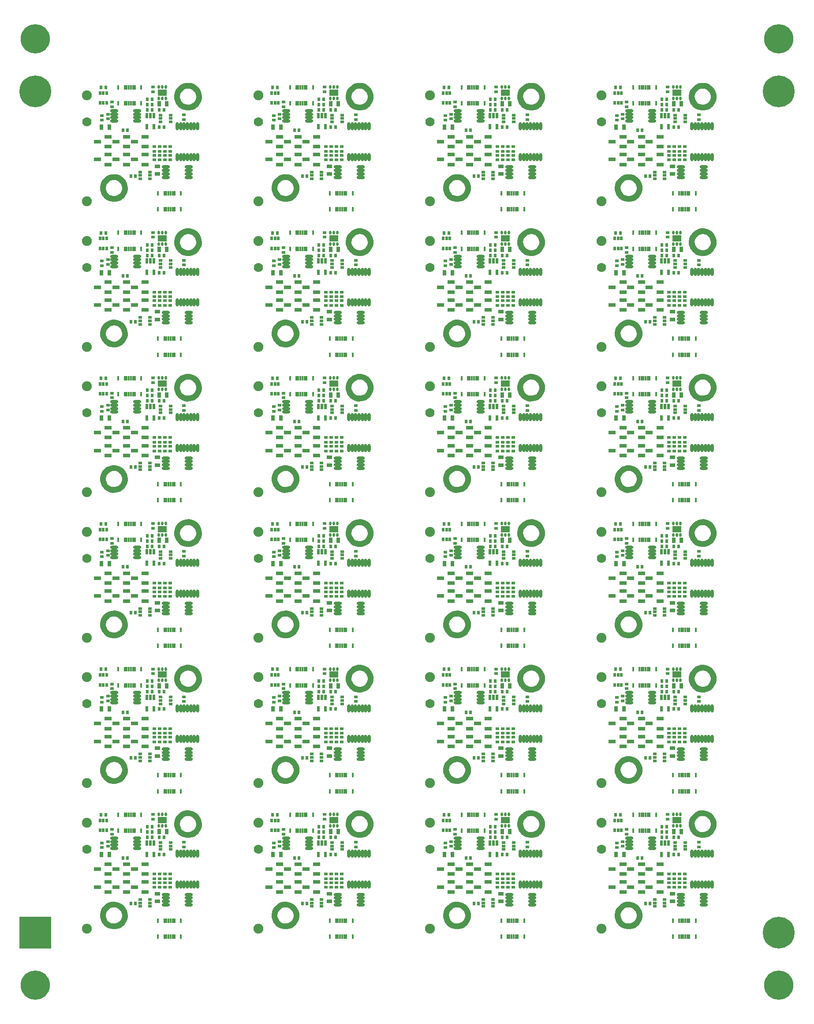
<source format=gts>
G04 Layer_Color=8388736*
%FSLAX24Y24*%
%MOIN*%
G70*
G01*
G75*
%ADD53C,0.2400*%
%ADD54R,0.2400X0.2400*%
%ADD55O,0.0237X0.0611*%
%ADD56R,0.0296X0.0217*%
%ADD57R,0.0572X0.0296*%
%ADD58R,0.0257X0.0414*%
%ADD59R,0.0296X0.0225*%
%ADD60R,0.0139X0.0336*%
%ADD61R,0.0178X0.0336*%
%ADD62R,0.0315X0.0220*%
%ADD63R,0.0220X0.0315*%
%ADD64R,0.0217X0.0296*%
%ADD65R,0.0414X0.0257*%
%ADD66O,0.0631X0.0237*%
%ADD67R,0.0237X0.0434*%
%ADD68O,0.0178X0.0296*%
%ADD69R,0.0690X0.0454*%
%ADD70C,0.2210*%
%ADD71C,0.0060*%
%ADD72C,0.0750*%
%ADD73C,0.0700*%
G36*
X55430Y72829D02*
X55622Y72761D01*
X55797Y72658D01*
X55949Y72523D01*
X56072Y72361D01*
X56161Y72178D01*
X56214Y71982D01*
X56221Y71880D01*
X56213Y71880D01*
X56221Y71880D01*
X56221Y71872D01*
X56222Y71854D01*
X56223Y71837D01*
X56223Y71820D01*
Y71811D01*
X56223Y71709D01*
X56184Y71510D01*
X56107Y71322D01*
X55995Y71152D01*
X55852Y71007D01*
X55684Y70892D01*
X55497Y70812D01*
X55299Y70770D01*
X55095Y70766D01*
X54895Y70802D01*
X54706Y70876D01*
X54534Y70985D01*
X54387Y71125D01*
X54269Y71291D01*
X54186Y71477D01*
X54140Y71675D01*
X54133Y71878D01*
X54166Y72079D01*
X54237Y72269D01*
X54343Y72443D01*
X54481Y72592D01*
X54645Y72712D01*
X54829Y72799D01*
X55026Y72848D01*
X55229Y72858D01*
X55430Y72829D01*
D02*
G37*
G36*
X42462D02*
X42653Y72761D01*
X42829Y72658D01*
X42980Y72523D01*
X43103Y72361D01*
X43193Y72178D01*
X43245Y71982D01*
X43252Y71880D01*
X43244Y71880D01*
X43252Y71880D01*
X43253Y71872D01*
X43253Y71854D01*
X43254Y71837D01*
X43254Y71820D01*
Y71811D01*
X43254Y71709D01*
X43215Y71510D01*
X43138Y71322D01*
X43026Y71152D01*
X42884Y71007D01*
X42716Y70892D01*
X42529Y70812D01*
X42330Y70770D01*
X42127Y70766D01*
X41927Y70802D01*
X41737Y70876D01*
X41566Y70985D01*
X41418Y71125D01*
X41301Y71291D01*
X41218Y71477D01*
X41172Y71675D01*
X41165Y71878D01*
X41198Y72079D01*
X41268Y72269D01*
X41374Y72443D01*
X41512Y72592D01*
X41676Y72712D01*
X41860Y72799D01*
X42057Y72848D01*
X42260Y72858D01*
X42462Y72829D01*
D02*
G37*
G36*
X29493D02*
X29685Y72761D01*
X29860Y72658D01*
X30012Y72523D01*
X30135Y72361D01*
X30224Y72178D01*
X30277Y71982D01*
X30284Y71880D01*
X30276Y71880D01*
X30284Y71880D01*
X30284Y71872D01*
X30285Y71854D01*
X30286Y71837D01*
X30286Y71820D01*
Y71811D01*
X30286Y71709D01*
X30247Y71510D01*
X30170Y71322D01*
X30058Y71152D01*
X29915Y71007D01*
X29747Y70892D01*
X29560Y70812D01*
X29362Y70770D01*
X29158Y70766D01*
X28958Y70802D01*
X28769Y70876D01*
X28597Y70985D01*
X28450Y71125D01*
X28332Y71291D01*
X28249Y71477D01*
X28203Y71675D01*
X28196Y71878D01*
X28229Y72079D01*
X28300Y72269D01*
X28406Y72443D01*
X28544Y72592D01*
X28708Y72712D01*
X28892Y72799D01*
X29089Y72848D01*
X29292Y72858D01*
X29493Y72829D01*
D02*
G37*
G36*
X16525D02*
X16716Y72761D01*
X16892Y72658D01*
X17043Y72523D01*
X17166Y72361D01*
X17256Y72178D01*
X17308Y71982D01*
X17315Y71880D01*
X17307Y71880D01*
X17315Y71880D01*
X17316Y71872D01*
X17316Y71854D01*
X17317Y71837D01*
X17317Y71820D01*
Y71811D01*
X17317Y71709D01*
X17278Y71510D01*
X17201Y71322D01*
X17089Y71152D01*
X16947Y71007D01*
X16779Y70892D01*
X16592Y70812D01*
X16393Y70770D01*
X16190Y70766D01*
X15990Y70802D01*
X15800Y70876D01*
X15629Y70985D01*
X15481Y71125D01*
X15364Y71291D01*
X15281Y71477D01*
X15235Y71675D01*
X15228Y71878D01*
X15260Y72079D01*
X15331Y72269D01*
X15437Y72443D01*
X15575Y72592D01*
X15739Y72712D01*
X15923Y72799D01*
X16120Y72848D01*
X16323Y72858D01*
X16525Y72829D01*
D02*
G37*
G36*
X49830Y65929D02*
X50022Y65861D01*
X50197Y65758D01*
X50349Y65623D01*
X50472Y65461D01*
X50561Y65278D01*
X50614Y65082D01*
X50621Y64980D01*
X50613Y64980D01*
X50621Y64980D01*
X50621Y64972D01*
X50622Y64954D01*
X50623Y64937D01*
X50623Y64920D01*
Y64911D01*
X50623Y64809D01*
X50584Y64610D01*
X50507Y64422D01*
X50395Y64252D01*
X50252Y64107D01*
X50084Y63992D01*
X49897Y63912D01*
X49699Y63870D01*
X49495Y63866D01*
X49295Y63902D01*
X49106Y63976D01*
X48934Y64085D01*
X48787Y64225D01*
X48669Y64391D01*
X48586Y64577D01*
X48540Y64775D01*
X48533Y64978D01*
X48566Y65179D01*
X48637Y65369D01*
X48743Y65543D01*
X48881Y65692D01*
X49045Y65812D01*
X49229Y65899D01*
X49426Y65948D01*
X49629Y65958D01*
X49830Y65929D01*
D02*
G37*
G36*
X36862D02*
X37053Y65861D01*
X37229Y65758D01*
X37380Y65623D01*
X37503Y65461D01*
X37593Y65278D01*
X37645Y65082D01*
X37652Y64980D01*
X37644Y64980D01*
X37652Y64980D01*
X37653Y64972D01*
X37653Y64954D01*
X37654Y64937D01*
X37654Y64920D01*
Y64911D01*
X37654Y64809D01*
X37615Y64610D01*
X37538Y64422D01*
X37426Y64252D01*
X37284Y64107D01*
X37116Y63992D01*
X36929Y63912D01*
X36730Y63870D01*
X36527Y63866D01*
X36327Y63902D01*
X36137Y63976D01*
X35966Y64085D01*
X35818Y64225D01*
X35701Y64391D01*
X35618Y64577D01*
X35572Y64775D01*
X35565Y64978D01*
X35598Y65179D01*
X35668Y65369D01*
X35774Y65543D01*
X35912Y65692D01*
X36076Y65812D01*
X36260Y65899D01*
X36457Y65948D01*
X36660Y65958D01*
X36862Y65929D01*
D02*
G37*
G36*
X23893D02*
X24085Y65861D01*
X24260Y65758D01*
X24412Y65623D01*
X24535Y65461D01*
X24624Y65278D01*
X24677Y65082D01*
X24684Y64980D01*
X24676Y64980D01*
X24684Y64980D01*
X24684Y64972D01*
X24685Y64954D01*
X24686Y64937D01*
X24686Y64920D01*
Y64911D01*
X24686Y64809D01*
X24647Y64610D01*
X24570Y64422D01*
X24458Y64252D01*
X24315Y64107D01*
X24147Y63992D01*
X23960Y63912D01*
X23762Y63870D01*
X23558Y63866D01*
X23358Y63902D01*
X23169Y63976D01*
X22997Y64085D01*
X22850Y64225D01*
X22732Y64391D01*
X22649Y64577D01*
X22603Y64775D01*
X22596Y64978D01*
X22629Y65179D01*
X22700Y65369D01*
X22806Y65543D01*
X22944Y65692D01*
X23108Y65812D01*
X23292Y65899D01*
X23489Y65948D01*
X23692Y65958D01*
X23893Y65929D01*
D02*
G37*
G36*
X10925D02*
X11116Y65861D01*
X11292Y65758D01*
X11443Y65623D01*
X11566Y65461D01*
X11656Y65278D01*
X11708Y65082D01*
X11715Y64980D01*
X11707Y64980D01*
X11715Y64980D01*
X11716Y64972D01*
X11716Y64954D01*
X11717Y64937D01*
X11717Y64920D01*
Y64911D01*
X11717Y64809D01*
X11678Y64610D01*
X11601Y64422D01*
X11489Y64252D01*
X11347Y64107D01*
X11179Y63992D01*
X10992Y63912D01*
X10793Y63870D01*
X10590Y63866D01*
X10390Y63902D01*
X10200Y63976D01*
X10029Y64085D01*
X9881Y64225D01*
X9764Y64391D01*
X9681Y64577D01*
X9635Y64775D01*
X9628Y64978D01*
X9660Y65179D01*
X9731Y65369D01*
X9837Y65543D01*
X9975Y65692D01*
X10139Y65812D01*
X10323Y65899D01*
X10520Y65948D01*
X10723Y65958D01*
X10925Y65929D01*
D02*
G37*
G36*
X55430Y61841D02*
X55622Y61774D01*
X55797Y61671D01*
X55949Y61535D01*
X56072Y61374D01*
X56161Y61191D01*
X56214Y60994D01*
X56221Y60893D01*
X56213Y60893D01*
X56221Y60893D01*
X56221Y60884D01*
X56222Y60867D01*
X56223Y60850D01*
X56223Y60832D01*
Y60824D01*
X56223Y60722D01*
X56184Y60522D01*
X56107Y60334D01*
X55995Y60165D01*
X55852Y60020D01*
X55684Y59905D01*
X55497Y59825D01*
X55299Y59782D01*
X55095Y59779D01*
X54895Y59815D01*
X54706Y59889D01*
X54534Y59998D01*
X54387Y60138D01*
X54269Y60304D01*
X54186Y60489D01*
X54140Y60687D01*
X54133Y60890D01*
X54166Y61091D01*
X54237Y61282D01*
X54343Y61455D01*
X54481Y61605D01*
X54645Y61725D01*
X54829Y61811D01*
X55026Y61861D01*
X55229Y61871D01*
X55430Y61841D01*
D02*
G37*
G36*
X42462D02*
X42653Y61774D01*
X42829Y61671D01*
X42980Y61535D01*
X43103Y61374D01*
X43193Y61191D01*
X43245Y60994D01*
X43252Y60893D01*
X43244Y60893D01*
X43252Y60893D01*
X43253Y60884D01*
X43253Y60867D01*
X43254Y60850D01*
X43254Y60832D01*
Y60824D01*
X43254Y60722D01*
X43215Y60522D01*
X43138Y60334D01*
X43026Y60165D01*
X42884Y60020D01*
X42716Y59905D01*
X42529Y59825D01*
X42330Y59782D01*
X42127Y59779D01*
X41927Y59815D01*
X41737Y59889D01*
X41566Y59998D01*
X41418Y60138D01*
X41301Y60304D01*
X41218Y60489D01*
X41172Y60687D01*
X41165Y60890D01*
X41198Y61091D01*
X41268Y61282D01*
X41374Y61455D01*
X41512Y61605D01*
X41676Y61725D01*
X41860Y61811D01*
X42057Y61861D01*
X42260Y61871D01*
X42462Y61841D01*
D02*
G37*
G36*
X29493D02*
X29685Y61774D01*
X29860Y61671D01*
X30012Y61535D01*
X30135Y61374D01*
X30224Y61191D01*
X30277Y60994D01*
X30284Y60893D01*
X30276Y60893D01*
X30284Y60893D01*
X30284Y60884D01*
X30285Y60867D01*
X30286Y60850D01*
X30286Y60832D01*
Y60824D01*
X30286Y60722D01*
X30247Y60522D01*
X30170Y60334D01*
X30058Y60165D01*
X29915Y60020D01*
X29747Y59905D01*
X29560Y59825D01*
X29362Y59782D01*
X29158Y59779D01*
X28958Y59815D01*
X28769Y59889D01*
X28597Y59998D01*
X28450Y60138D01*
X28332Y60304D01*
X28249Y60489D01*
X28203Y60687D01*
X28196Y60890D01*
X28229Y61091D01*
X28300Y61282D01*
X28406Y61455D01*
X28544Y61605D01*
X28708Y61725D01*
X28892Y61811D01*
X29089Y61861D01*
X29292Y61871D01*
X29493Y61841D01*
D02*
G37*
G36*
X16525D02*
X16716Y61774D01*
X16892Y61671D01*
X17043Y61535D01*
X17166Y61374D01*
X17256Y61191D01*
X17308Y60994D01*
X17315Y60893D01*
X17307Y60893D01*
X17315Y60893D01*
X17316Y60884D01*
X17316Y60867D01*
X17317Y60850D01*
X17317Y60832D01*
Y60824D01*
X17317Y60722D01*
X17278Y60522D01*
X17201Y60334D01*
X17089Y60165D01*
X16947Y60020D01*
X16779Y59905D01*
X16592Y59825D01*
X16393Y59782D01*
X16190Y59779D01*
X15990Y59815D01*
X15800Y59889D01*
X15629Y59998D01*
X15481Y60138D01*
X15364Y60304D01*
X15281Y60489D01*
X15235Y60687D01*
X15228Y60890D01*
X15260Y61091D01*
X15331Y61282D01*
X15437Y61455D01*
X15575Y61605D01*
X15739Y61725D01*
X15923Y61811D01*
X16120Y61861D01*
X16323Y61871D01*
X16525Y61841D01*
D02*
G37*
G36*
X49830Y54941D02*
X50022Y54874D01*
X50197Y54771D01*
X50349Y54635D01*
X50472Y54474D01*
X50561Y54291D01*
X50614Y54094D01*
X50621Y53993D01*
X50613Y53993D01*
X50621Y53993D01*
X50621Y53984D01*
X50622Y53967D01*
X50623Y53950D01*
X50623Y53932D01*
Y53924D01*
X50623Y53822D01*
X50584Y53622D01*
X50507Y53434D01*
X50395Y53265D01*
X50252Y53120D01*
X50084Y53005D01*
X49897Y52925D01*
X49699Y52882D01*
X49495Y52879D01*
X49295Y52915D01*
X49106Y52989D01*
X48934Y53098D01*
X48787Y53238D01*
X48669Y53404D01*
X48586Y53589D01*
X48540Y53787D01*
X48533Y53991D01*
X48566Y54191D01*
X48637Y54382D01*
X48743Y54555D01*
X48881Y54705D01*
X49045Y54825D01*
X49229Y54911D01*
X49426Y54961D01*
X49629Y54971D01*
X49830Y54941D01*
D02*
G37*
G36*
X36862D02*
X37053Y54874D01*
X37229Y54771D01*
X37380Y54635D01*
X37503Y54474D01*
X37593Y54291D01*
X37645Y54094D01*
X37652Y53993D01*
X37644Y53993D01*
X37652Y53993D01*
X37653Y53984D01*
X37653Y53967D01*
X37654Y53950D01*
X37654Y53932D01*
Y53924D01*
X37654Y53822D01*
X37615Y53622D01*
X37538Y53434D01*
X37426Y53265D01*
X37284Y53120D01*
X37116Y53005D01*
X36929Y52925D01*
X36730Y52882D01*
X36527Y52879D01*
X36327Y52915D01*
X36137Y52989D01*
X35966Y53098D01*
X35818Y53238D01*
X35701Y53404D01*
X35618Y53589D01*
X35572Y53787D01*
X35565Y53991D01*
X35598Y54191D01*
X35668Y54382D01*
X35774Y54555D01*
X35912Y54705D01*
X36076Y54825D01*
X36260Y54911D01*
X36457Y54961D01*
X36660Y54971D01*
X36862Y54941D01*
D02*
G37*
G36*
X23893D02*
X24085Y54874D01*
X24260Y54771D01*
X24412Y54635D01*
X24535Y54474D01*
X24624Y54291D01*
X24677Y54094D01*
X24684Y53993D01*
X24676Y53993D01*
X24684Y53993D01*
X24684Y53984D01*
X24685Y53967D01*
X24686Y53950D01*
X24686Y53932D01*
Y53924D01*
X24686Y53822D01*
X24647Y53622D01*
X24570Y53434D01*
X24458Y53265D01*
X24315Y53120D01*
X24147Y53005D01*
X23960Y52925D01*
X23762Y52882D01*
X23558Y52879D01*
X23358Y52915D01*
X23169Y52989D01*
X22997Y53098D01*
X22850Y53238D01*
X22732Y53404D01*
X22649Y53589D01*
X22603Y53787D01*
X22596Y53991D01*
X22629Y54191D01*
X22700Y54382D01*
X22806Y54555D01*
X22944Y54705D01*
X23108Y54825D01*
X23292Y54911D01*
X23489Y54961D01*
X23692Y54971D01*
X23893Y54941D01*
D02*
G37*
G36*
X10925D02*
X11116Y54874D01*
X11292Y54771D01*
X11443Y54635D01*
X11566Y54474D01*
X11656Y54291D01*
X11708Y54094D01*
X11715Y53993D01*
X11707Y53993D01*
X11715Y53993D01*
X11716Y53984D01*
X11716Y53967D01*
X11717Y53950D01*
X11717Y53932D01*
Y53924D01*
X11717Y53822D01*
X11678Y53622D01*
X11601Y53434D01*
X11489Y53265D01*
X11347Y53120D01*
X11179Y53005D01*
X10992Y52925D01*
X10793Y52882D01*
X10590Y52879D01*
X10390Y52915D01*
X10200Y52989D01*
X10029Y53098D01*
X9881Y53238D01*
X9764Y53404D01*
X9681Y53589D01*
X9635Y53787D01*
X9628Y53991D01*
X9660Y54191D01*
X9731Y54382D01*
X9837Y54555D01*
X9975Y54705D01*
X10139Y54825D01*
X10323Y54911D01*
X10520Y54961D01*
X10723Y54971D01*
X10925Y54941D01*
D02*
G37*
G36*
X55430Y50854D02*
X55622Y50787D01*
X55797Y50683D01*
X55949Y50548D01*
X56072Y50386D01*
X56161Y50203D01*
X56214Y50007D01*
X56221Y49906D01*
X56213Y49905D01*
X56221Y49906D01*
X56221Y49897D01*
X56222Y49880D01*
X56223Y49862D01*
X56223Y49845D01*
Y49836D01*
X56223Y49735D01*
X56184Y49535D01*
X56107Y49347D01*
X55995Y49177D01*
X55852Y49032D01*
X55684Y48917D01*
X55497Y48837D01*
X55299Y48795D01*
X55095Y48791D01*
X54895Y48827D01*
X54706Y48901D01*
X54534Y49010D01*
X54387Y49150D01*
X54269Y49316D01*
X54186Y49502D01*
X54140Y49700D01*
X54133Y49903D01*
X54166Y50104D01*
X54237Y50294D01*
X54343Y50468D01*
X54481Y50617D01*
X54645Y50738D01*
X54829Y50824D01*
X55026Y50873D01*
X55229Y50883D01*
X55430Y50854D01*
D02*
G37*
G36*
X42462D02*
X42653Y50787D01*
X42829Y50683D01*
X42980Y50548D01*
X43103Y50386D01*
X43193Y50203D01*
X43245Y50007D01*
X43252Y49906D01*
X43244Y49905D01*
X43252Y49906D01*
X43253Y49897D01*
X43253Y49880D01*
X43254Y49862D01*
X43254Y49845D01*
Y49836D01*
X43254Y49735D01*
X43215Y49535D01*
X43138Y49347D01*
X43026Y49177D01*
X42884Y49032D01*
X42716Y48917D01*
X42529Y48837D01*
X42330Y48795D01*
X42127Y48791D01*
X41927Y48827D01*
X41737Y48901D01*
X41566Y49010D01*
X41418Y49150D01*
X41301Y49316D01*
X41218Y49502D01*
X41172Y49700D01*
X41165Y49903D01*
X41198Y50104D01*
X41268Y50294D01*
X41374Y50468D01*
X41512Y50617D01*
X41676Y50738D01*
X41860Y50824D01*
X42057Y50873D01*
X42260Y50883D01*
X42462Y50854D01*
D02*
G37*
G36*
X29493D02*
X29685Y50787D01*
X29860Y50683D01*
X30012Y50548D01*
X30135Y50386D01*
X30224Y50203D01*
X30277Y50007D01*
X30284Y49906D01*
X30276Y49905D01*
X30284Y49906D01*
X30284Y49897D01*
X30285Y49880D01*
X30286Y49862D01*
X30286Y49845D01*
Y49836D01*
X30286Y49735D01*
X30247Y49535D01*
X30170Y49347D01*
X30058Y49177D01*
X29915Y49032D01*
X29747Y48917D01*
X29560Y48837D01*
X29362Y48795D01*
X29158Y48791D01*
X28958Y48827D01*
X28769Y48901D01*
X28597Y49010D01*
X28450Y49150D01*
X28332Y49316D01*
X28249Y49502D01*
X28203Y49700D01*
X28196Y49903D01*
X28229Y50104D01*
X28300Y50294D01*
X28406Y50468D01*
X28544Y50617D01*
X28708Y50738D01*
X28892Y50824D01*
X29089Y50873D01*
X29292Y50883D01*
X29493Y50854D01*
D02*
G37*
G36*
X16525D02*
X16716Y50787D01*
X16892Y50683D01*
X17043Y50548D01*
X17166Y50386D01*
X17256Y50203D01*
X17308Y50007D01*
X17315Y49906D01*
X17307Y49905D01*
X17315Y49906D01*
X17316Y49897D01*
X17316Y49880D01*
X17317Y49862D01*
X17317Y49845D01*
Y49836D01*
X17317Y49735D01*
X17278Y49535D01*
X17201Y49347D01*
X17089Y49177D01*
X16947Y49032D01*
X16779Y48917D01*
X16592Y48837D01*
X16393Y48795D01*
X16190Y48791D01*
X15990Y48827D01*
X15800Y48901D01*
X15629Y49010D01*
X15481Y49150D01*
X15364Y49316D01*
X15281Y49502D01*
X15235Y49700D01*
X15228Y49903D01*
X15260Y50104D01*
X15331Y50294D01*
X15437Y50468D01*
X15575Y50617D01*
X15739Y50738D01*
X15923Y50824D01*
X16120Y50873D01*
X16323Y50883D01*
X16525Y50854D01*
D02*
G37*
G36*
X49830Y43954D02*
X50022Y43887D01*
X50197Y43783D01*
X50349Y43648D01*
X50472Y43486D01*
X50561Y43303D01*
X50614Y43107D01*
X50621Y43006D01*
X50613Y43005D01*
X50621Y43006D01*
X50621Y42997D01*
X50622Y42980D01*
X50623Y42962D01*
X50623Y42945D01*
Y42936D01*
X50623Y42835D01*
X50584Y42635D01*
X50507Y42447D01*
X50395Y42277D01*
X50252Y42132D01*
X50084Y42017D01*
X49897Y41937D01*
X49699Y41895D01*
X49495Y41891D01*
X49295Y41927D01*
X49106Y42001D01*
X48934Y42110D01*
X48787Y42250D01*
X48669Y42416D01*
X48586Y42602D01*
X48540Y42800D01*
X48533Y43003D01*
X48566Y43204D01*
X48637Y43394D01*
X48743Y43568D01*
X48881Y43717D01*
X49045Y43838D01*
X49229Y43924D01*
X49426Y43973D01*
X49629Y43983D01*
X49830Y43954D01*
D02*
G37*
G36*
X36862D02*
X37053Y43887D01*
X37229Y43783D01*
X37380Y43648D01*
X37503Y43486D01*
X37593Y43303D01*
X37645Y43107D01*
X37652Y43006D01*
X37644Y43005D01*
X37652Y43006D01*
X37653Y42997D01*
X37653Y42980D01*
X37654Y42962D01*
X37654Y42945D01*
Y42936D01*
X37654Y42835D01*
X37615Y42635D01*
X37538Y42447D01*
X37426Y42277D01*
X37284Y42132D01*
X37116Y42017D01*
X36929Y41937D01*
X36730Y41895D01*
X36527Y41891D01*
X36327Y41927D01*
X36137Y42001D01*
X35966Y42110D01*
X35818Y42250D01*
X35701Y42416D01*
X35618Y42602D01*
X35572Y42800D01*
X35565Y43003D01*
X35598Y43204D01*
X35668Y43394D01*
X35774Y43568D01*
X35912Y43717D01*
X36076Y43838D01*
X36260Y43924D01*
X36457Y43973D01*
X36660Y43983D01*
X36862Y43954D01*
D02*
G37*
G36*
X23893D02*
X24085Y43887D01*
X24260Y43783D01*
X24412Y43648D01*
X24535Y43486D01*
X24624Y43303D01*
X24677Y43107D01*
X24684Y43006D01*
X24676Y43005D01*
X24684Y43006D01*
X24684Y42997D01*
X24685Y42980D01*
X24686Y42962D01*
X24686Y42945D01*
Y42936D01*
X24686Y42835D01*
X24647Y42635D01*
X24570Y42447D01*
X24458Y42277D01*
X24315Y42132D01*
X24147Y42017D01*
X23960Y41937D01*
X23762Y41895D01*
X23558Y41891D01*
X23358Y41927D01*
X23169Y42001D01*
X22997Y42110D01*
X22850Y42250D01*
X22732Y42416D01*
X22649Y42602D01*
X22603Y42800D01*
X22596Y43003D01*
X22629Y43204D01*
X22700Y43394D01*
X22806Y43568D01*
X22944Y43717D01*
X23108Y43838D01*
X23292Y43924D01*
X23489Y43973D01*
X23692Y43983D01*
X23893Y43954D01*
D02*
G37*
G36*
X10925D02*
X11116Y43887D01*
X11292Y43783D01*
X11443Y43648D01*
X11566Y43486D01*
X11656Y43303D01*
X11708Y43107D01*
X11715Y43006D01*
X11707Y43005D01*
X11715Y43006D01*
X11716Y42997D01*
X11716Y42980D01*
X11717Y42962D01*
X11717Y42945D01*
Y42936D01*
X11717Y42835D01*
X11678Y42635D01*
X11601Y42447D01*
X11489Y42277D01*
X11347Y42132D01*
X11179Y42017D01*
X10992Y41937D01*
X10793Y41895D01*
X10590Y41891D01*
X10390Y41927D01*
X10200Y42001D01*
X10029Y42110D01*
X9881Y42250D01*
X9764Y42416D01*
X9681Y42602D01*
X9635Y42800D01*
X9628Y43003D01*
X9660Y43204D01*
X9731Y43394D01*
X9837Y43568D01*
X9975Y43717D01*
X10139Y43838D01*
X10323Y43924D01*
X10520Y43973D01*
X10723Y43983D01*
X10925Y43954D01*
D02*
G37*
G36*
X55430Y39867D02*
X55622Y39799D01*
X55797Y39696D01*
X55949Y39561D01*
X56072Y39399D01*
X56161Y39216D01*
X56214Y39020D01*
X56221Y38918D01*
X56213Y38918D01*
X56221Y38918D01*
X56221Y38910D01*
X56222Y38892D01*
X56223Y38875D01*
X56223Y38858D01*
Y38849D01*
X56223Y38747D01*
X56184Y38548D01*
X56107Y38359D01*
X55995Y38190D01*
X55852Y38045D01*
X55684Y37930D01*
X55497Y37850D01*
X55299Y37807D01*
X55095Y37804D01*
X54895Y37840D01*
X54706Y37914D01*
X54534Y38023D01*
X54387Y38163D01*
X54269Y38329D01*
X54186Y38514D01*
X54140Y38712D01*
X54133Y38916D01*
X54166Y39116D01*
X54237Y39307D01*
X54343Y39480D01*
X54481Y39630D01*
X54645Y39750D01*
X54829Y39837D01*
X55026Y39886D01*
X55229Y39896D01*
X55430Y39867D01*
D02*
G37*
G36*
X42462D02*
X42653Y39799D01*
X42829Y39696D01*
X42980Y39561D01*
X43103Y39399D01*
X43193Y39216D01*
X43245Y39020D01*
X43252Y38918D01*
X43244Y38918D01*
X43252Y38918D01*
X43253Y38910D01*
X43253Y38892D01*
X43254Y38875D01*
X43254Y38858D01*
Y38849D01*
X43254Y38747D01*
X43215Y38548D01*
X43138Y38359D01*
X43026Y38190D01*
X42884Y38045D01*
X42716Y37930D01*
X42529Y37850D01*
X42330Y37807D01*
X42127Y37804D01*
X41927Y37840D01*
X41737Y37914D01*
X41566Y38023D01*
X41418Y38163D01*
X41301Y38329D01*
X41218Y38514D01*
X41172Y38712D01*
X41165Y38916D01*
X41198Y39116D01*
X41268Y39307D01*
X41374Y39480D01*
X41512Y39630D01*
X41676Y39750D01*
X41860Y39837D01*
X42057Y39886D01*
X42260Y39896D01*
X42462Y39867D01*
D02*
G37*
G36*
X29493D02*
X29685Y39799D01*
X29860Y39696D01*
X30012Y39561D01*
X30135Y39399D01*
X30224Y39216D01*
X30277Y39020D01*
X30284Y38918D01*
X30276Y38918D01*
X30284Y38918D01*
X30284Y38910D01*
X30285Y38892D01*
X30286Y38875D01*
X30286Y38858D01*
Y38849D01*
X30286Y38747D01*
X30247Y38548D01*
X30170Y38359D01*
X30058Y38190D01*
X29915Y38045D01*
X29747Y37930D01*
X29560Y37850D01*
X29362Y37807D01*
X29158Y37804D01*
X28958Y37840D01*
X28769Y37914D01*
X28597Y38023D01*
X28450Y38163D01*
X28332Y38329D01*
X28249Y38514D01*
X28203Y38712D01*
X28196Y38916D01*
X28229Y39116D01*
X28300Y39307D01*
X28406Y39480D01*
X28544Y39630D01*
X28708Y39750D01*
X28892Y39837D01*
X29089Y39886D01*
X29292Y39896D01*
X29493Y39867D01*
D02*
G37*
G36*
X16525D02*
X16716Y39799D01*
X16892Y39696D01*
X17043Y39561D01*
X17166Y39399D01*
X17256Y39216D01*
X17308Y39020D01*
X17315Y38918D01*
X17307Y38918D01*
X17315Y38918D01*
X17316Y38910D01*
X17316Y38892D01*
X17317Y38875D01*
X17317Y38858D01*
Y38849D01*
X17317Y38747D01*
X17278Y38548D01*
X17201Y38359D01*
X17089Y38190D01*
X16947Y38045D01*
X16779Y37930D01*
X16592Y37850D01*
X16393Y37807D01*
X16190Y37804D01*
X15990Y37840D01*
X15800Y37914D01*
X15629Y38023D01*
X15481Y38163D01*
X15364Y38329D01*
X15281Y38514D01*
X15235Y38712D01*
X15228Y38916D01*
X15260Y39116D01*
X15331Y39307D01*
X15437Y39480D01*
X15575Y39630D01*
X15739Y39750D01*
X15923Y39837D01*
X16120Y39886D01*
X16323Y39896D01*
X16525Y39867D01*
D02*
G37*
G36*
X49830Y32967D02*
X50022Y32899D01*
X50197Y32796D01*
X50349Y32661D01*
X50472Y32499D01*
X50561Y32316D01*
X50614Y32120D01*
X50621Y32018D01*
X50613Y32018D01*
X50621Y32018D01*
X50621Y32010D01*
X50622Y31992D01*
X50623Y31975D01*
X50623Y31957D01*
Y31949D01*
X50623Y31847D01*
X50584Y31648D01*
X50507Y31459D01*
X50395Y31290D01*
X50252Y31145D01*
X50084Y31030D01*
X49897Y30950D01*
X49699Y30907D01*
X49495Y30904D01*
X49295Y30940D01*
X49106Y31014D01*
X48934Y31123D01*
X48787Y31263D01*
X48669Y31429D01*
X48586Y31614D01*
X48540Y31812D01*
X48533Y32016D01*
X48566Y32216D01*
X48637Y32407D01*
X48743Y32580D01*
X48881Y32730D01*
X49045Y32850D01*
X49229Y32937D01*
X49426Y32986D01*
X49629Y32996D01*
X49830Y32967D01*
D02*
G37*
G36*
X36862D02*
X37053Y32899D01*
X37229Y32796D01*
X37380Y32661D01*
X37503Y32499D01*
X37593Y32316D01*
X37645Y32120D01*
X37652Y32018D01*
X37644Y32018D01*
X37652Y32018D01*
X37653Y32010D01*
X37653Y31992D01*
X37654Y31975D01*
X37654Y31957D01*
Y31949D01*
X37654Y31847D01*
X37615Y31648D01*
X37538Y31459D01*
X37426Y31290D01*
X37284Y31145D01*
X37116Y31030D01*
X36929Y30950D01*
X36730Y30907D01*
X36527Y30904D01*
X36327Y30940D01*
X36137Y31014D01*
X35966Y31123D01*
X35818Y31263D01*
X35701Y31429D01*
X35618Y31614D01*
X35572Y31812D01*
X35565Y32016D01*
X35598Y32216D01*
X35668Y32407D01*
X35774Y32580D01*
X35912Y32730D01*
X36076Y32850D01*
X36260Y32937D01*
X36457Y32986D01*
X36660Y32996D01*
X36862Y32967D01*
D02*
G37*
G36*
X23893D02*
X24085Y32899D01*
X24260Y32796D01*
X24412Y32661D01*
X24535Y32499D01*
X24624Y32316D01*
X24677Y32120D01*
X24684Y32018D01*
X24676Y32018D01*
X24684Y32018D01*
X24684Y32010D01*
X24685Y31992D01*
X24686Y31975D01*
X24686Y31957D01*
Y31949D01*
X24686Y31847D01*
X24647Y31648D01*
X24570Y31459D01*
X24458Y31290D01*
X24315Y31145D01*
X24147Y31030D01*
X23960Y30950D01*
X23762Y30907D01*
X23558Y30904D01*
X23358Y30940D01*
X23169Y31014D01*
X22997Y31123D01*
X22850Y31263D01*
X22732Y31429D01*
X22649Y31614D01*
X22603Y31812D01*
X22596Y32016D01*
X22629Y32216D01*
X22700Y32407D01*
X22806Y32580D01*
X22944Y32730D01*
X23108Y32850D01*
X23292Y32937D01*
X23489Y32986D01*
X23692Y32996D01*
X23893Y32967D01*
D02*
G37*
G36*
X10925D02*
X11116Y32899D01*
X11292Y32796D01*
X11443Y32661D01*
X11566Y32499D01*
X11656Y32316D01*
X11708Y32120D01*
X11715Y32018D01*
X11707Y32018D01*
X11715Y32018D01*
X11716Y32010D01*
X11716Y31992D01*
X11717Y31975D01*
X11717Y31957D01*
Y31949D01*
X11717Y31847D01*
X11678Y31648D01*
X11601Y31459D01*
X11489Y31290D01*
X11347Y31145D01*
X11179Y31030D01*
X10992Y30950D01*
X10793Y30907D01*
X10590Y30904D01*
X10390Y30940D01*
X10200Y31014D01*
X10029Y31123D01*
X9881Y31263D01*
X9764Y31429D01*
X9681Y31614D01*
X9635Y31812D01*
X9628Y32016D01*
X9660Y32216D01*
X9731Y32407D01*
X9837Y32580D01*
X9975Y32730D01*
X10139Y32850D01*
X10323Y32937D01*
X10520Y32986D01*
X10723Y32996D01*
X10925Y32967D01*
D02*
G37*
G36*
X55430Y28879D02*
X55622Y28812D01*
X55797Y28708D01*
X55949Y28573D01*
X56072Y28411D01*
X56161Y28229D01*
X56214Y28032D01*
X56221Y27931D01*
X56213Y27930D01*
X56221Y27931D01*
X56221Y27922D01*
X56222Y27905D01*
X56223Y27887D01*
X56223Y27870D01*
Y27861D01*
X56223Y27760D01*
X56184Y27560D01*
X56107Y27372D01*
X55995Y27202D01*
X55852Y27057D01*
X55684Y26943D01*
X55497Y26863D01*
X55299Y26820D01*
X55095Y26817D01*
X54895Y26852D01*
X54706Y26926D01*
X54534Y27035D01*
X54387Y27176D01*
X54269Y27342D01*
X54186Y27527D01*
X54140Y27725D01*
X54133Y27928D01*
X54166Y28129D01*
X54237Y28320D01*
X54343Y28493D01*
X54481Y28643D01*
X54645Y28763D01*
X54829Y28849D01*
X55026Y28898D01*
X55229Y28908D01*
X55430Y28879D01*
D02*
G37*
G36*
X42462D02*
X42653Y28812D01*
X42829Y28708D01*
X42980Y28573D01*
X43103Y28411D01*
X43193Y28229D01*
X43245Y28032D01*
X43252Y27931D01*
X43244Y27930D01*
X43252Y27931D01*
X43253Y27922D01*
X43253Y27905D01*
X43254Y27887D01*
X43254Y27870D01*
Y27861D01*
X43254Y27760D01*
X43215Y27560D01*
X43138Y27372D01*
X43026Y27202D01*
X42884Y27057D01*
X42716Y26943D01*
X42529Y26863D01*
X42330Y26820D01*
X42127Y26817D01*
X41927Y26852D01*
X41737Y26926D01*
X41566Y27035D01*
X41418Y27176D01*
X41301Y27342D01*
X41218Y27527D01*
X41172Y27725D01*
X41165Y27928D01*
X41198Y28129D01*
X41268Y28320D01*
X41374Y28493D01*
X41512Y28643D01*
X41676Y28763D01*
X41860Y28849D01*
X42057Y28898D01*
X42260Y28908D01*
X42462Y28879D01*
D02*
G37*
G36*
X29493D02*
X29685Y28812D01*
X29860Y28708D01*
X30012Y28573D01*
X30135Y28411D01*
X30224Y28229D01*
X30277Y28032D01*
X30284Y27931D01*
X30276Y27930D01*
X30284Y27931D01*
X30284Y27922D01*
X30285Y27905D01*
X30286Y27887D01*
X30286Y27870D01*
Y27861D01*
X30286Y27760D01*
X30247Y27560D01*
X30170Y27372D01*
X30058Y27202D01*
X29915Y27057D01*
X29747Y26943D01*
X29560Y26863D01*
X29362Y26820D01*
X29158Y26817D01*
X28958Y26852D01*
X28769Y26926D01*
X28597Y27035D01*
X28450Y27176D01*
X28332Y27342D01*
X28249Y27527D01*
X28203Y27725D01*
X28196Y27928D01*
X28229Y28129D01*
X28300Y28320D01*
X28406Y28493D01*
X28544Y28643D01*
X28708Y28763D01*
X28892Y28849D01*
X29089Y28898D01*
X29292Y28908D01*
X29493Y28879D01*
D02*
G37*
G36*
X16525D02*
X16716Y28812D01*
X16892Y28708D01*
X17043Y28573D01*
X17166Y28411D01*
X17256Y28229D01*
X17308Y28032D01*
X17315Y27931D01*
X17307Y27930D01*
X17315Y27931D01*
X17316Y27922D01*
X17316Y27905D01*
X17317Y27887D01*
X17317Y27870D01*
Y27861D01*
X17317Y27760D01*
X17278Y27560D01*
X17201Y27372D01*
X17089Y27202D01*
X16947Y27057D01*
X16779Y26943D01*
X16592Y26863D01*
X16393Y26820D01*
X16190Y26817D01*
X15990Y26852D01*
X15800Y26926D01*
X15629Y27035D01*
X15481Y27176D01*
X15364Y27342D01*
X15281Y27527D01*
X15235Y27725D01*
X15228Y27928D01*
X15260Y28129D01*
X15331Y28320D01*
X15437Y28493D01*
X15575Y28643D01*
X15739Y28763D01*
X15923Y28849D01*
X16120Y28898D01*
X16323Y28908D01*
X16525Y28879D01*
D02*
G37*
G36*
X49830Y21979D02*
X50022Y21912D01*
X50197Y21808D01*
X50349Y21673D01*
X50472Y21511D01*
X50561Y21329D01*
X50614Y21132D01*
X50621Y21031D01*
X50613Y21030D01*
X50621Y21031D01*
X50621Y21022D01*
X50622Y21005D01*
X50623Y20987D01*
X50623Y20970D01*
Y20961D01*
X50623Y20860D01*
X50584Y20660D01*
X50507Y20472D01*
X50395Y20302D01*
X50252Y20157D01*
X50084Y20043D01*
X49897Y19963D01*
X49699Y19920D01*
X49495Y19917D01*
X49295Y19952D01*
X49106Y20026D01*
X48934Y20135D01*
X48787Y20276D01*
X48669Y20442D01*
X48586Y20627D01*
X48540Y20825D01*
X48533Y21028D01*
X48566Y21229D01*
X48637Y21420D01*
X48743Y21593D01*
X48881Y21743D01*
X49045Y21863D01*
X49229Y21949D01*
X49426Y21998D01*
X49629Y22008D01*
X49830Y21979D01*
D02*
G37*
G36*
X36862D02*
X37053Y21912D01*
X37229Y21808D01*
X37380Y21673D01*
X37503Y21511D01*
X37593Y21329D01*
X37645Y21132D01*
X37652Y21031D01*
X37644Y21030D01*
X37652Y21031D01*
X37653Y21022D01*
X37653Y21005D01*
X37654Y20987D01*
X37654Y20970D01*
Y20961D01*
X37654Y20860D01*
X37615Y20660D01*
X37538Y20472D01*
X37426Y20302D01*
X37284Y20157D01*
X37116Y20043D01*
X36929Y19963D01*
X36730Y19920D01*
X36527Y19917D01*
X36327Y19952D01*
X36137Y20026D01*
X35966Y20135D01*
X35818Y20276D01*
X35701Y20442D01*
X35618Y20627D01*
X35572Y20825D01*
X35565Y21028D01*
X35598Y21229D01*
X35668Y21420D01*
X35774Y21593D01*
X35912Y21743D01*
X36076Y21863D01*
X36260Y21949D01*
X36457Y21998D01*
X36660Y22008D01*
X36862Y21979D01*
D02*
G37*
G36*
X23893D02*
X24085Y21912D01*
X24260Y21808D01*
X24412Y21673D01*
X24535Y21511D01*
X24624Y21329D01*
X24677Y21132D01*
X24684Y21031D01*
X24676Y21030D01*
X24684Y21031D01*
X24684Y21022D01*
X24685Y21005D01*
X24686Y20987D01*
X24686Y20970D01*
Y20961D01*
X24686Y20860D01*
X24647Y20660D01*
X24570Y20472D01*
X24458Y20302D01*
X24315Y20157D01*
X24147Y20043D01*
X23960Y19963D01*
X23762Y19920D01*
X23558Y19917D01*
X23358Y19952D01*
X23169Y20026D01*
X22997Y20135D01*
X22850Y20276D01*
X22732Y20442D01*
X22649Y20627D01*
X22603Y20825D01*
X22596Y21028D01*
X22629Y21229D01*
X22700Y21420D01*
X22806Y21593D01*
X22944Y21743D01*
X23108Y21863D01*
X23292Y21949D01*
X23489Y21998D01*
X23692Y22008D01*
X23893Y21979D01*
D02*
G37*
G36*
X10925D02*
X11116Y21912D01*
X11292Y21808D01*
X11443Y21673D01*
X11566Y21511D01*
X11656Y21329D01*
X11708Y21132D01*
X11715Y21031D01*
X11707Y21030D01*
X11715Y21031D01*
X11716Y21022D01*
X11716Y21005D01*
X11717Y20987D01*
X11717Y20970D01*
Y20961D01*
X11717Y20860D01*
X11678Y20660D01*
X11601Y20472D01*
X11489Y20302D01*
X11347Y20157D01*
X11179Y20043D01*
X10992Y19963D01*
X10793Y19920D01*
X10590Y19917D01*
X10390Y19952D01*
X10200Y20026D01*
X10029Y20135D01*
X9881Y20276D01*
X9764Y20442D01*
X9681Y20627D01*
X9635Y20825D01*
X9628Y21028D01*
X9660Y21229D01*
X9731Y21420D01*
X9837Y21593D01*
X9975Y21743D01*
X10139Y21863D01*
X10323Y21949D01*
X10520Y21998D01*
X10723Y22008D01*
X10925Y21979D01*
D02*
G37*
G36*
X55430Y17892D02*
X55622Y17824D01*
X55797Y17721D01*
X55949Y17586D01*
X56072Y17424D01*
X56161Y17241D01*
X56214Y17045D01*
X56221Y16943D01*
X56213Y16943D01*
X56221Y16943D01*
X56221Y16935D01*
X56222Y16917D01*
X56223Y16900D01*
X56223Y16883D01*
Y16874D01*
X56223Y16772D01*
X56184Y16573D01*
X56107Y16385D01*
X55995Y16215D01*
X55852Y16070D01*
X55684Y15955D01*
X55497Y15875D01*
X55299Y15833D01*
X55095Y15829D01*
X54895Y15865D01*
X54706Y15939D01*
X54534Y16048D01*
X54387Y16188D01*
X54269Y16354D01*
X54186Y16540D01*
X54140Y16738D01*
X54133Y16941D01*
X54166Y17142D01*
X54237Y17332D01*
X54343Y17506D01*
X54481Y17655D01*
X54645Y17775D01*
X54829Y17862D01*
X55026Y17911D01*
X55229Y17921D01*
X55430Y17892D01*
D02*
G37*
G36*
X42462D02*
X42653Y17824D01*
X42829Y17721D01*
X42980Y17586D01*
X43103Y17424D01*
X43193Y17241D01*
X43245Y17045D01*
X43252Y16943D01*
X43244Y16943D01*
X43252Y16943D01*
X43253Y16935D01*
X43253Y16917D01*
X43254Y16900D01*
X43254Y16883D01*
Y16874D01*
X43254Y16772D01*
X43215Y16573D01*
X43138Y16385D01*
X43026Y16215D01*
X42884Y16070D01*
X42716Y15955D01*
X42529Y15875D01*
X42330Y15833D01*
X42127Y15829D01*
X41927Y15865D01*
X41737Y15939D01*
X41566Y16048D01*
X41418Y16188D01*
X41301Y16354D01*
X41218Y16540D01*
X41172Y16738D01*
X41165Y16941D01*
X41198Y17142D01*
X41268Y17332D01*
X41374Y17506D01*
X41512Y17655D01*
X41676Y17775D01*
X41860Y17862D01*
X42057Y17911D01*
X42260Y17921D01*
X42462Y17892D01*
D02*
G37*
G36*
X29493D02*
X29685Y17824D01*
X29860Y17721D01*
X30012Y17586D01*
X30135Y17424D01*
X30224Y17241D01*
X30277Y17045D01*
X30284Y16943D01*
X30276Y16943D01*
X30284Y16943D01*
X30284Y16935D01*
X30285Y16917D01*
X30286Y16900D01*
X30286Y16883D01*
Y16874D01*
X30286Y16772D01*
X30247Y16573D01*
X30170Y16385D01*
X30058Y16215D01*
X29915Y16070D01*
X29747Y15955D01*
X29560Y15875D01*
X29362Y15833D01*
X29158Y15829D01*
X28958Y15865D01*
X28769Y15939D01*
X28597Y16048D01*
X28450Y16188D01*
X28332Y16354D01*
X28249Y16540D01*
X28203Y16738D01*
X28196Y16941D01*
X28229Y17142D01*
X28300Y17332D01*
X28406Y17506D01*
X28544Y17655D01*
X28708Y17775D01*
X28892Y17862D01*
X29089Y17911D01*
X29292Y17921D01*
X29493Y17892D01*
D02*
G37*
G36*
X16525D02*
X16716Y17824D01*
X16892Y17721D01*
X17043Y17586D01*
X17166Y17424D01*
X17256Y17241D01*
X17308Y17045D01*
X17315Y16943D01*
X17307Y16943D01*
X17315Y16943D01*
X17316Y16935D01*
X17316Y16917D01*
X17317Y16900D01*
X17317Y16883D01*
Y16874D01*
X17317Y16772D01*
X17278Y16573D01*
X17201Y16385D01*
X17089Y16215D01*
X16947Y16070D01*
X16779Y15955D01*
X16592Y15875D01*
X16393Y15833D01*
X16190Y15829D01*
X15990Y15865D01*
X15800Y15939D01*
X15629Y16048D01*
X15481Y16188D01*
X15364Y16354D01*
X15281Y16540D01*
X15235Y16738D01*
X15228Y16941D01*
X15260Y17142D01*
X15331Y17332D01*
X15437Y17506D01*
X15575Y17655D01*
X15739Y17775D01*
X15923Y17862D01*
X16120Y17911D01*
X16323Y17921D01*
X16525Y17892D01*
D02*
G37*
G36*
X49830Y10992D02*
X50022Y10924D01*
X50197Y10821D01*
X50349Y10686D01*
X50472Y10524D01*
X50561Y10341D01*
X50614Y10145D01*
X50621Y10043D01*
X50613Y10043D01*
X50621Y10043D01*
X50621Y10035D01*
X50622Y10017D01*
X50623Y10000D01*
X50623Y9983D01*
Y9974D01*
X50623Y9872D01*
X50584Y9673D01*
X50507Y9485D01*
X50395Y9315D01*
X50252Y9170D01*
X50084Y9055D01*
X49897Y8975D01*
X49699Y8933D01*
X49495Y8929D01*
X49295Y8965D01*
X49106Y9039D01*
X48934Y9148D01*
X48787Y9288D01*
X48669Y9454D01*
X48586Y9640D01*
X48540Y9838D01*
X48533Y10041D01*
X48566Y10242D01*
X48637Y10432D01*
X48743Y10606D01*
X48881Y10755D01*
X49045Y10875D01*
X49229Y10962D01*
X49426Y11011D01*
X49629Y11021D01*
X49830Y10992D01*
D02*
G37*
G36*
X36862D02*
X37053Y10924D01*
X37229Y10821D01*
X37380Y10686D01*
X37503Y10524D01*
X37593Y10341D01*
X37645Y10145D01*
X37652Y10043D01*
X37644Y10043D01*
X37652Y10043D01*
X37653Y10035D01*
X37653Y10017D01*
X37654Y10000D01*
X37654Y9983D01*
Y9974D01*
X37654Y9872D01*
X37615Y9673D01*
X37538Y9485D01*
X37426Y9315D01*
X37284Y9170D01*
X37116Y9055D01*
X36929Y8975D01*
X36730Y8933D01*
X36527Y8929D01*
X36327Y8965D01*
X36137Y9039D01*
X35966Y9148D01*
X35818Y9288D01*
X35701Y9454D01*
X35618Y9640D01*
X35572Y9838D01*
X35565Y10041D01*
X35598Y10242D01*
X35668Y10432D01*
X35774Y10606D01*
X35912Y10755D01*
X36076Y10875D01*
X36260Y10962D01*
X36457Y11011D01*
X36660Y11021D01*
X36862Y10992D01*
D02*
G37*
G36*
X23893D02*
X24085Y10924D01*
X24260Y10821D01*
X24412Y10686D01*
X24535Y10524D01*
X24624Y10341D01*
X24677Y10145D01*
X24684Y10043D01*
X24676Y10043D01*
X24684Y10043D01*
X24684Y10035D01*
X24685Y10017D01*
X24686Y10000D01*
X24686Y9983D01*
Y9974D01*
X24686Y9872D01*
X24647Y9673D01*
X24570Y9485D01*
X24458Y9315D01*
X24315Y9170D01*
X24147Y9055D01*
X23960Y8975D01*
X23762Y8933D01*
X23558Y8929D01*
X23358Y8965D01*
X23169Y9039D01*
X22997Y9148D01*
X22850Y9288D01*
X22732Y9454D01*
X22649Y9640D01*
X22603Y9838D01*
X22596Y10041D01*
X22629Y10242D01*
X22700Y10432D01*
X22806Y10606D01*
X22944Y10755D01*
X23108Y10875D01*
X23292Y10962D01*
X23489Y11011D01*
X23692Y11021D01*
X23893Y10992D01*
D02*
G37*
G36*
X10925D02*
X11116Y10924D01*
X11292Y10821D01*
X11443Y10686D01*
X11566Y10524D01*
X11656Y10341D01*
X11708Y10145D01*
X11715Y10043D01*
X11707Y10043D01*
X11715Y10043D01*
X11716Y10035D01*
X11716Y10017D01*
X11717Y10000D01*
X11717Y9983D01*
Y9974D01*
X11717Y9872D01*
X11678Y9673D01*
X11601Y9485D01*
X11489Y9315D01*
X11347Y9170D01*
X11179Y9055D01*
X10992Y8975D01*
X10793Y8933D01*
X10590Y8929D01*
X10390Y8965D01*
X10200Y9039D01*
X10029Y9148D01*
X9881Y9288D01*
X9764Y9454D01*
X9681Y9640D01*
X9635Y9838D01*
X9628Y10041D01*
X9660Y10242D01*
X9731Y10432D01*
X9837Y10606D01*
X9975Y10755D01*
X10139Y10875D01*
X10323Y10962D01*
X10520Y11011D01*
X10723Y11021D01*
X10925Y10992D01*
D02*
G37*
%LPC*%
G36*
X55194Y72421D02*
X55061Y72410D01*
X54933Y72369D01*
X54817Y72302D01*
X54718Y72211D01*
X54642Y72100D01*
X54592Y71976D01*
X54570Y71843D01*
X54578Y71709D01*
X54615Y71580D01*
X54679Y71462D01*
X54767Y71361D01*
X54875Y71282D01*
X54998Y71228D01*
X55130Y71203D01*
X55264Y71207D01*
X55394Y71240D01*
X55514Y71300D01*
X55617Y71386D01*
X55700Y71492D01*
X55757Y71613D01*
X55786Y71744D01*
X55790Y71811D01*
X55790Y71820D01*
X55789Y71837D01*
X55788Y71855D01*
X55787Y71872D01*
X55786Y71881D01*
X55790Y71880D01*
X55786Y71881D01*
X55774Y71947D01*
X55730Y72074D01*
X55660Y72188D01*
X55566Y72283D01*
X55453Y72356D01*
X55327Y72403D01*
X55194Y72421D01*
D02*
G37*
G36*
X42226D02*
X42092Y72410D01*
X41964Y72369D01*
X41848Y72302D01*
X41750Y72211D01*
X41674Y72100D01*
X41623Y71976D01*
X41602Y71843D01*
X41609Y71709D01*
X41646Y71580D01*
X41710Y71462D01*
X41798Y71361D01*
X41907Y71282D01*
X42030Y71228D01*
X42161Y71203D01*
X42295Y71207D01*
X42425Y71240D01*
X42545Y71300D01*
X42649Y71386D01*
X42731Y71492D01*
X42788Y71613D01*
X42818Y71744D01*
X42821Y71811D01*
X42821Y71820D01*
X42821Y71837D01*
X42820Y71855D01*
X42818Y71872D01*
X42817Y71881D01*
X42821Y71880D01*
X42817Y71881D01*
X42806Y71947D01*
X42762Y72074D01*
X42691Y72188D01*
X42597Y72283D01*
X42485Y72356D01*
X42359Y72403D01*
X42226Y72421D01*
D02*
G37*
G36*
X29257D02*
X29124Y72410D01*
X28996Y72369D01*
X28880Y72302D01*
X28781Y72211D01*
X28705Y72100D01*
X28655Y71976D01*
X28633Y71843D01*
X28641Y71709D01*
X28678Y71580D01*
X28742Y71462D01*
X28830Y71361D01*
X28938Y71282D01*
X29061Y71228D01*
X29193Y71203D01*
X29327Y71207D01*
X29457Y71240D01*
X29577Y71300D01*
X29680Y71386D01*
X29763Y71492D01*
X29820Y71613D01*
X29849Y71744D01*
X29853Y71811D01*
X29853Y71820D01*
X29852Y71837D01*
X29851Y71855D01*
X29850Y71872D01*
X29849Y71881D01*
X29853Y71880D01*
X29849Y71881D01*
X29837Y71947D01*
X29793Y72074D01*
X29723Y72188D01*
X29629Y72283D01*
X29516Y72356D01*
X29390Y72403D01*
X29257Y72421D01*
D02*
G37*
G36*
X16289D02*
X16155Y72410D01*
X16027Y72369D01*
X15911Y72302D01*
X15813Y72211D01*
X15737Y72100D01*
X15686Y71976D01*
X15665Y71843D01*
X15672Y71709D01*
X15709Y71580D01*
X15773Y71462D01*
X15861Y71361D01*
X15970Y71282D01*
X16093Y71228D01*
X16224Y71203D01*
X16358Y71207D01*
X16488Y71240D01*
X16608Y71300D01*
X16712Y71386D01*
X16794Y71492D01*
X16851Y71613D01*
X16881Y71744D01*
X16884Y71811D01*
X16884Y71820D01*
X16884Y71837D01*
X16883Y71855D01*
X16881Y71872D01*
X16880Y71881D01*
X16884Y71880D01*
X16880Y71881D01*
X16869Y71947D01*
X16825Y72074D01*
X16754Y72188D01*
X16660Y72283D01*
X16548Y72356D01*
X16422Y72403D01*
X16289Y72421D01*
D02*
G37*
G36*
X49594Y65521D02*
X49461Y65510D01*
X49333Y65469D01*
X49217Y65402D01*
X49118Y65311D01*
X49042Y65200D01*
X48992Y65076D01*
X48970Y64943D01*
X48978Y64809D01*
X49015Y64680D01*
X49079Y64562D01*
X49167Y64461D01*
X49275Y64382D01*
X49398Y64328D01*
X49530Y64303D01*
X49664Y64307D01*
X49794Y64340D01*
X49914Y64400D01*
X50017Y64486D01*
X50100Y64592D01*
X50157Y64713D01*
X50186Y64844D01*
X50190Y64911D01*
X50190Y64920D01*
X50189Y64937D01*
X50188Y64955D01*
X50187Y64972D01*
X50186Y64981D01*
X50190Y64980D01*
X50186Y64981D01*
X50174Y65047D01*
X50130Y65174D01*
X50060Y65288D01*
X49966Y65383D01*
X49853Y65456D01*
X49727Y65503D01*
X49594Y65521D01*
D02*
G37*
G36*
X36626D02*
X36492Y65510D01*
X36364Y65469D01*
X36248Y65402D01*
X36150Y65311D01*
X36074Y65200D01*
X36023Y65076D01*
X36002Y64943D01*
X36009Y64809D01*
X36046Y64680D01*
X36110Y64562D01*
X36198Y64461D01*
X36307Y64382D01*
X36430Y64328D01*
X36561Y64303D01*
X36695Y64307D01*
X36825Y64340D01*
X36945Y64400D01*
X37049Y64486D01*
X37131Y64592D01*
X37188Y64713D01*
X37218Y64844D01*
X37221Y64911D01*
X37221Y64920D01*
X37221Y64937D01*
X37220Y64955D01*
X37218Y64972D01*
X37217Y64981D01*
X37221Y64980D01*
X37217Y64981D01*
X37206Y65047D01*
X37162Y65174D01*
X37091Y65288D01*
X36997Y65383D01*
X36885Y65456D01*
X36759Y65503D01*
X36626Y65521D01*
D02*
G37*
G36*
X23657D02*
X23524Y65510D01*
X23396Y65469D01*
X23280Y65402D01*
X23181Y65311D01*
X23105Y65200D01*
X23055Y65076D01*
X23033Y64943D01*
X23041Y64809D01*
X23078Y64680D01*
X23142Y64562D01*
X23230Y64461D01*
X23338Y64382D01*
X23461Y64328D01*
X23593Y64303D01*
X23727Y64307D01*
X23857Y64340D01*
X23977Y64400D01*
X24080Y64486D01*
X24163Y64592D01*
X24220Y64713D01*
X24249Y64844D01*
X24253Y64911D01*
X24253Y64920D01*
X24252Y64937D01*
X24251Y64955D01*
X24250Y64972D01*
X24249Y64981D01*
X24253Y64980D01*
X24249Y64981D01*
X24237Y65047D01*
X24193Y65174D01*
X24123Y65288D01*
X24029Y65383D01*
X23916Y65456D01*
X23790Y65503D01*
X23657Y65521D01*
D02*
G37*
G36*
X10689D02*
X10555Y65510D01*
X10427Y65469D01*
X10311Y65402D01*
X10213Y65311D01*
X10137Y65200D01*
X10086Y65076D01*
X10065Y64943D01*
X10072Y64809D01*
X10109Y64680D01*
X10173Y64562D01*
X10261Y64461D01*
X10370Y64382D01*
X10493Y64328D01*
X10624Y64303D01*
X10758Y64307D01*
X10888Y64340D01*
X11008Y64400D01*
X11112Y64486D01*
X11194Y64592D01*
X11251Y64713D01*
X11281Y64844D01*
X11284Y64911D01*
X11284Y64920D01*
X11284Y64937D01*
X11283Y64955D01*
X11281Y64972D01*
X11280Y64981D01*
X11284Y64980D01*
X11280Y64981D01*
X11269Y65047D01*
X11225Y65174D01*
X11154Y65288D01*
X11060Y65383D01*
X10948Y65456D01*
X10822Y65503D01*
X10689Y65521D01*
D02*
G37*
G36*
X55194Y61434D02*
X55061Y61422D01*
X54933Y61382D01*
X54817Y61314D01*
X54718Y61223D01*
X54642Y61113D01*
X54592Y60988D01*
X54570Y60856D01*
X54578Y60722D01*
X54615Y60593D01*
X54679Y60475D01*
X54767Y60374D01*
X54875Y60295D01*
X54998Y60241D01*
X55130Y60215D01*
X55264Y60219D01*
X55394Y60252D01*
X55514Y60313D01*
X55617Y60398D01*
X55700Y60504D01*
X55757Y60626D01*
X55786Y60757D01*
X55790Y60824D01*
X55790Y60832D01*
X55789Y60850D01*
X55788Y60867D01*
X55787Y60885D01*
X55786Y60893D01*
X55790Y60893D01*
X55786Y60893D01*
X55774Y60959D01*
X55730Y61086D01*
X55660Y61200D01*
X55566Y61296D01*
X55453Y61369D01*
X55327Y61416D01*
X55194Y61434D01*
D02*
G37*
G36*
X42226D02*
X42092Y61422D01*
X41964Y61382D01*
X41848Y61314D01*
X41750Y61223D01*
X41674Y61113D01*
X41623Y60988D01*
X41602Y60856D01*
X41609Y60722D01*
X41646Y60593D01*
X41710Y60475D01*
X41798Y60374D01*
X41907Y60295D01*
X42030Y60241D01*
X42161Y60215D01*
X42295Y60219D01*
X42425Y60252D01*
X42545Y60313D01*
X42649Y60398D01*
X42731Y60504D01*
X42788Y60626D01*
X42818Y60757D01*
X42821Y60824D01*
X42821Y60832D01*
X42821Y60850D01*
X42820Y60867D01*
X42818Y60885D01*
X42817Y60893D01*
X42821Y60893D01*
X42817Y60893D01*
X42806Y60959D01*
X42762Y61086D01*
X42691Y61200D01*
X42597Y61296D01*
X42485Y61369D01*
X42359Y61416D01*
X42226Y61434D01*
D02*
G37*
G36*
X29257D02*
X29124Y61422D01*
X28996Y61382D01*
X28880Y61314D01*
X28781Y61223D01*
X28705Y61113D01*
X28655Y60988D01*
X28633Y60856D01*
X28641Y60722D01*
X28678Y60593D01*
X28742Y60475D01*
X28830Y60374D01*
X28938Y60295D01*
X29061Y60241D01*
X29193Y60215D01*
X29327Y60219D01*
X29457Y60252D01*
X29577Y60313D01*
X29680Y60398D01*
X29763Y60504D01*
X29820Y60626D01*
X29849Y60757D01*
X29853Y60824D01*
X29853Y60832D01*
X29852Y60850D01*
X29851Y60867D01*
X29850Y60885D01*
X29849Y60893D01*
X29853Y60893D01*
X29849Y60893D01*
X29837Y60959D01*
X29793Y61086D01*
X29723Y61200D01*
X29629Y61296D01*
X29516Y61369D01*
X29390Y61416D01*
X29257Y61434D01*
D02*
G37*
G36*
X16289D02*
X16155Y61422D01*
X16027Y61382D01*
X15911Y61314D01*
X15813Y61223D01*
X15737Y61113D01*
X15686Y60988D01*
X15665Y60856D01*
X15672Y60722D01*
X15709Y60593D01*
X15773Y60475D01*
X15861Y60374D01*
X15970Y60295D01*
X16093Y60241D01*
X16224Y60215D01*
X16358Y60219D01*
X16488Y60252D01*
X16608Y60313D01*
X16712Y60398D01*
X16794Y60504D01*
X16851Y60626D01*
X16881Y60757D01*
X16884Y60824D01*
X16884Y60832D01*
X16884Y60850D01*
X16883Y60867D01*
X16881Y60885D01*
X16880Y60893D01*
X16884Y60893D01*
X16880Y60893D01*
X16869Y60959D01*
X16825Y61086D01*
X16754Y61200D01*
X16660Y61296D01*
X16548Y61369D01*
X16422Y61416D01*
X16289Y61434D01*
D02*
G37*
G36*
X49594Y54534D02*
X49461Y54522D01*
X49333Y54482D01*
X49217Y54414D01*
X49118Y54323D01*
X49042Y54213D01*
X48992Y54088D01*
X48970Y53956D01*
X48978Y53822D01*
X49015Y53693D01*
X49079Y53575D01*
X49167Y53474D01*
X49275Y53395D01*
X49398Y53341D01*
X49530Y53315D01*
X49664Y53319D01*
X49794Y53352D01*
X49914Y53413D01*
X50017Y53498D01*
X50100Y53604D01*
X50157Y53726D01*
X50186Y53857D01*
X50190Y53924D01*
X50190Y53932D01*
X50189Y53950D01*
X50188Y53967D01*
X50187Y53985D01*
X50186Y53993D01*
X50190Y53993D01*
X50186Y53993D01*
X50174Y54059D01*
X50130Y54186D01*
X50060Y54300D01*
X49966Y54396D01*
X49853Y54469D01*
X49727Y54516D01*
X49594Y54534D01*
D02*
G37*
G36*
X36626D02*
X36492Y54522D01*
X36364Y54482D01*
X36248Y54414D01*
X36150Y54323D01*
X36074Y54213D01*
X36023Y54088D01*
X36002Y53956D01*
X36009Y53822D01*
X36046Y53693D01*
X36110Y53575D01*
X36198Y53474D01*
X36307Y53395D01*
X36430Y53341D01*
X36561Y53315D01*
X36695Y53319D01*
X36825Y53352D01*
X36945Y53413D01*
X37049Y53498D01*
X37131Y53604D01*
X37188Y53726D01*
X37218Y53857D01*
X37221Y53924D01*
X37221Y53932D01*
X37221Y53950D01*
X37220Y53967D01*
X37218Y53985D01*
X37217Y53993D01*
X37221Y53993D01*
X37217Y53993D01*
X37206Y54059D01*
X37162Y54186D01*
X37091Y54300D01*
X36997Y54396D01*
X36885Y54469D01*
X36759Y54516D01*
X36626Y54534D01*
D02*
G37*
G36*
X23657D02*
X23524Y54522D01*
X23396Y54482D01*
X23280Y54414D01*
X23181Y54323D01*
X23105Y54213D01*
X23055Y54088D01*
X23033Y53956D01*
X23041Y53822D01*
X23078Y53693D01*
X23142Y53575D01*
X23230Y53474D01*
X23338Y53395D01*
X23461Y53341D01*
X23593Y53315D01*
X23727Y53319D01*
X23857Y53352D01*
X23977Y53413D01*
X24080Y53498D01*
X24163Y53604D01*
X24220Y53726D01*
X24249Y53857D01*
X24253Y53924D01*
X24253Y53932D01*
X24252Y53950D01*
X24251Y53967D01*
X24250Y53985D01*
X24249Y53993D01*
X24253Y53993D01*
X24249Y53993D01*
X24237Y54059D01*
X24193Y54186D01*
X24123Y54300D01*
X24029Y54396D01*
X23916Y54469D01*
X23790Y54516D01*
X23657Y54534D01*
D02*
G37*
G36*
X10689D02*
X10555Y54522D01*
X10427Y54482D01*
X10311Y54414D01*
X10213Y54323D01*
X10137Y54213D01*
X10086Y54088D01*
X10065Y53956D01*
X10072Y53822D01*
X10109Y53693D01*
X10173Y53575D01*
X10261Y53474D01*
X10370Y53395D01*
X10493Y53341D01*
X10624Y53315D01*
X10758Y53319D01*
X10888Y53352D01*
X11008Y53413D01*
X11112Y53498D01*
X11194Y53604D01*
X11251Y53726D01*
X11281Y53857D01*
X11284Y53924D01*
X11284Y53932D01*
X11284Y53950D01*
X11283Y53967D01*
X11281Y53985D01*
X11280Y53993D01*
X11284Y53993D01*
X11280Y53993D01*
X11269Y54059D01*
X11225Y54186D01*
X11154Y54300D01*
X11060Y54396D01*
X10948Y54469D01*
X10822Y54516D01*
X10689Y54534D01*
D02*
G37*
G36*
X55194Y50446D02*
X55061Y50435D01*
X54933Y50394D01*
X54817Y50327D01*
X54718Y50236D01*
X54642Y50125D01*
X54592Y50001D01*
X54570Y49869D01*
X54578Y49735D01*
X54615Y49606D01*
X54679Y49488D01*
X54767Y49387D01*
X54875Y49307D01*
X54998Y49254D01*
X55130Y49228D01*
X55264Y49232D01*
X55394Y49265D01*
X55514Y49326D01*
X55617Y49411D01*
X55700Y49517D01*
X55757Y49638D01*
X55786Y49769D01*
X55790Y49836D01*
X55790Y49845D01*
X55789Y49862D01*
X55788Y49880D01*
X55787Y49897D01*
X55786Y49906D01*
X55790Y49905D01*
X55786Y49906D01*
X55774Y49972D01*
X55730Y50099D01*
X55660Y50213D01*
X55566Y50309D01*
X55453Y50382D01*
X55327Y50428D01*
X55194Y50446D01*
D02*
G37*
G36*
X42226D02*
X42092Y50435D01*
X41964Y50394D01*
X41848Y50327D01*
X41750Y50236D01*
X41674Y50125D01*
X41623Y50001D01*
X41602Y49869D01*
X41609Y49735D01*
X41646Y49606D01*
X41710Y49488D01*
X41798Y49387D01*
X41907Y49307D01*
X42030Y49254D01*
X42161Y49228D01*
X42295Y49232D01*
X42425Y49265D01*
X42545Y49326D01*
X42649Y49411D01*
X42731Y49517D01*
X42788Y49638D01*
X42818Y49769D01*
X42821Y49836D01*
X42821Y49845D01*
X42821Y49862D01*
X42820Y49880D01*
X42818Y49897D01*
X42817Y49906D01*
X42821Y49905D01*
X42817Y49906D01*
X42806Y49972D01*
X42762Y50099D01*
X42691Y50213D01*
X42597Y50309D01*
X42485Y50382D01*
X42359Y50428D01*
X42226Y50446D01*
D02*
G37*
G36*
X29257D02*
X29124Y50435D01*
X28996Y50394D01*
X28880Y50327D01*
X28781Y50236D01*
X28705Y50125D01*
X28655Y50001D01*
X28633Y49869D01*
X28641Y49735D01*
X28678Y49606D01*
X28742Y49488D01*
X28830Y49387D01*
X28938Y49307D01*
X29061Y49254D01*
X29193Y49228D01*
X29327Y49232D01*
X29457Y49265D01*
X29577Y49326D01*
X29680Y49411D01*
X29763Y49517D01*
X29820Y49638D01*
X29849Y49769D01*
X29853Y49836D01*
X29853Y49845D01*
X29852Y49862D01*
X29851Y49880D01*
X29850Y49897D01*
X29849Y49906D01*
X29853Y49905D01*
X29849Y49906D01*
X29837Y49972D01*
X29793Y50099D01*
X29723Y50213D01*
X29629Y50309D01*
X29516Y50382D01*
X29390Y50428D01*
X29257Y50446D01*
D02*
G37*
G36*
X16289D02*
X16155Y50435D01*
X16027Y50394D01*
X15911Y50327D01*
X15813Y50236D01*
X15737Y50125D01*
X15686Y50001D01*
X15665Y49869D01*
X15672Y49735D01*
X15709Y49606D01*
X15773Y49488D01*
X15861Y49387D01*
X15970Y49307D01*
X16093Y49254D01*
X16224Y49228D01*
X16358Y49232D01*
X16488Y49265D01*
X16608Y49326D01*
X16712Y49411D01*
X16794Y49517D01*
X16851Y49638D01*
X16881Y49769D01*
X16884Y49836D01*
X16884Y49845D01*
X16884Y49862D01*
X16883Y49880D01*
X16881Y49897D01*
X16880Y49906D01*
X16884Y49905D01*
X16880Y49906D01*
X16869Y49972D01*
X16825Y50099D01*
X16754Y50213D01*
X16660Y50309D01*
X16548Y50382D01*
X16422Y50428D01*
X16289Y50446D01*
D02*
G37*
G36*
X49594Y43546D02*
X49461Y43535D01*
X49333Y43494D01*
X49217Y43427D01*
X49118Y43336D01*
X49042Y43225D01*
X48992Y43101D01*
X48970Y42969D01*
X48978Y42835D01*
X49015Y42706D01*
X49079Y42588D01*
X49167Y42487D01*
X49275Y42407D01*
X49398Y42354D01*
X49530Y42328D01*
X49664Y42332D01*
X49794Y42365D01*
X49914Y42426D01*
X50017Y42511D01*
X50100Y42617D01*
X50157Y42738D01*
X50186Y42869D01*
X50190Y42936D01*
X50190Y42945D01*
X50189Y42962D01*
X50188Y42980D01*
X50187Y42997D01*
X50186Y43006D01*
X50190Y43005D01*
X50186Y43006D01*
X50174Y43072D01*
X50130Y43199D01*
X50060Y43313D01*
X49966Y43409D01*
X49853Y43482D01*
X49727Y43528D01*
X49594Y43546D01*
D02*
G37*
G36*
X36626D02*
X36492Y43535D01*
X36364Y43494D01*
X36248Y43427D01*
X36150Y43336D01*
X36074Y43225D01*
X36023Y43101D01*
X36002Y42969D01*
X36009Y42835D01*
X36046Y42706D01*
X36110Y42588D01*
X36198Y42487D01*
X36307Y42407D01*
X36430Y42354D01*
X36561Y42328D01*
X36695Y42332D01*
X36825Y42365D01*
X36945Y42426D01*
X37049Y42511D01*
X37131Y42617D01*
X37188Y42738D01*
X37218Y42869D01*
X37221Y42936D01*
X37221Y42945D01*
X37221Y42962D01*
X37220Y42980D01*
X37218Y42997D01*
X37217Y43006D01*
X37221Y43005D01*
X37217Y43006D01*
X37206Y43072D01*
X37162Y43199D01*
X37091Y43313D01*
X36997Y43409D01*
X36885Y43482D01*
X36759Y43528D01*
X36626Y43546D01*
D02*
G37*
G36*
X23657D02*
X23524Y43535D01*
X23396Y43494D01*
X23280Y43427D01*
X23181Y43336D01*
X23105Y43225D01*
X23055Y43101D01*
X23033Y42969D01*
X23041Y42835D01*
X23078Y42706D01*
X23142Y42588D01*
X23230Y42487D01*
X23338Y42407D01*
X23461Y42354D01*
X23593Y42328D01*
X23727Y42332D01*
X23857Y42365D01*
X23977Y42426D01*
X24080Y42511D01*
X24163Y42617D01*
X24220Y42738D01*
X24249Y42869D01*
X24253Y42936D01*
X24253Y42945D01*
X24252Y42962D01*
X24251Y42980D01*
X24250Y42997D01*
X24249Y43006D01*
X24253Y43005D01*
X24249Y43006D01*
X24237Y43072D01*
X24193Y43199D01*
X24123Y43313D01*
X24029Y43409D01*
X23916Y43482D01*
X23790Y43528D01*
X23657Y43546D01*
D02*
G37*
G36*
X10689D02*
X10555Y43535D01*
X10427Y43494D01*
X10311Y43427D01*
X10213Y43336D01*
X10137Y43225D01*
X10086Y43101D01*
X10065Y42969D01*
X10072Y42835D01*
X10109Y42706D01*
X10173Y42588D01*
X10261Y42487D01*
X10370Y42407D01*
X10493Y42354D01*
X10624Y42328D01*
X10758Y42332D01*
X10888Y42365D01*
X11008Y42426D01*
X11112Y42511D01*
X11194Y42617D01*
X11251Y42738D01*
X11281Y42869D01*
X11284Y42936D01*
X11284Y42945D01*
X11284Y42962D01*
X11283Y42980D01*
X11281Y42997D01*
X11280Y43006D01*
X11284Y43005D01*
X11280Y43006D01*
X11269Y43072D01*
X11225Y43199D01*
X11154Y43313D01*
X11060Y43409D01*
X10948Y43482D01*
X10822Y43528D01*
X10689Y43546D01*
D02*
G37*
G36*
X55194Y39459D02*
X55061Y39447D01*
X54933Y39407D01*
X54817Y39340D01*
X54718Y39248D01*
X54642Y39138D01*
X54592Y39014D01*
X54570Y38881D01*
X54578Y38747D01*
X54615Y38618D01*
X54679Y38500D01*
X54767Y38399D01*
X54875Y38320D01*
X54998Y38266D01*
X55130Y38241D01*
X55264Y38244D01*
X55394Y38277D01*
X55514Y38338D01*
X55617Y38424D01*
X55700Y38529D01*
X55757Y38651D01*
X55786Y38782D01*
X55790Y38849D01*
X55790Y38858D01*
X55789Y38875D01*
X55788Y38892D01*
X55787Y38910D01*
X55786Y38918D01*
X55790Y38918D01*
X55786Y38918D01*
X55774Y38985D01*
X55730Y39111D01*
X55660Y39225D01*
X55566Y39321D01*
X55453Y39394D01*
X55327Y39441D01*
X55194Y39459D01*
D02*
G37*
G36*
X42226D02*
X42092Y39447D01*
X41964Y39407D01*
X41848Y39340D01*
X41750Y39248D01*
X41674Y39138D01*
X41623Y39014D01*
X41602Y38881D01*
X41609Y38747D01*
X41646Y38618D01*
X41710Y38500D01*
X41798Y38399D01*
X41907Y38320D01*
X42030Y38266D01*
X42161Y38241D01*
X42295Y38244D01*
X42425Y38277D01*
X42545Y38338D01*
X42649Y38424D01*
X42731Y38529D01*
X42788Y38651D01*
X42818Y38782D01*
X42821Y38849D01*
X42821Y38858D01*
X42821Y38875D01*
X42820Y38892D01*
X42818Y38910D01*
X42817Y38918D01*
X42821Y38918D01*
X42817Y38918D01*
X42806Y38985D01*
X42762Y39111D01*
X42691Y39225D01*
X42597Y39321D01*
X42485Y39394D01*
X42359Y39441D01*
X42226Y39459D01*
D02*
G37*
G36*
X29257D02*
X29124Y39447D01*
X28996Y39407D01*
X28880Y39340D01*
X28781Y39248D01*
X28705Y39138D01*
X28655Y39014D01*
X28633Y38881D01*
X28641Y38747D01*
X28678Y38618D01*
X28742Y38500D01*
X28830Y38399D01*
X28938Y38320D01*
X29061Y38266D01*
X29193Y38241D01*
X29327Y38244D01*
X29457Y38277D01*
X29577Y38338D01*
X29680Y38424D01*
X29763Y38529D01*
X29820Y38651D01*
X29849Y38782D01*
X29853Y38849D01*
X29853Y38858D01*
X29852Y38875D01*
X29851Y38892D01*
X29850Y38910D01*
X29849Y38918D01*
X29853Y38918D01*
X29849Y38918D01*
X29837Y38985D01*
X29793Y39111D01*
X29723Y39225D01*
X29629Y39321D01*
X29516Y39394D01*
X29390Y39441D01*
X29257Y39459D01*
D02*
G37*
G36*
X16289D02*
X16155Y39447D01*
X16027Y39407D01*
X15911Y39340D01*
X15813Y39248D01*
X15737Y39138D01*
X15686Y39014D01*
X15665Y38881D01*
X15672Y38747D01*
X15709Y38618D01*
X15773Y38500D01*
X15861Y38399D01*
X15970Y38320D01*
X16093Y38266D01*
X16224Y38241D01*
X16358Y38244D01*
X16488Y38277D01*
X16608Y38338D01*
X16712Y38424D01*
X16794Y38529D01*
X16851Y38651D01*
X16881Y38782D01*
X16884Y38849D01*
X16884Y38858D01*
X16884Y38875D01*
X16883Y38892D01*
X16881Y38910D01*
X16880Y38918D01*
X16884Y38918D01*
X16880Y38918D01*
X16869Y38985D01*
X16825Y39111D01*
X16754Y39225D01*
X16660Y39321D01*
X16548Y39394D01*
X16422Y39441D01*
X16289Y39459D01*
D02*
G37*
G36*
X49594Y32559D02*
X49461Y32547D01*
X49333Y32507D01*
X49217Y32440D01*
X49118Y32348D01*
X49042Y32238D01*
X48992Y32114D01*
X48970Y31981D01*
X48978Y31847D01*
X49015Y31718D01*
X49079Y31600D01*
X49167Y31499D01*
X49275Y31420D01*
X49398Y31366D01*
X49530Y31341D01*
X49664Y31344D01*
X49794Y31377D01*
X49914Y31438D01*
X50017Y31524D01*
X50100Y31629D01*
X50157Y31751D01*
X50186Y31882D01*
X50190Y31949D01*
X50190Y31958D01*
X50189Y31975D01*
X50188Y31992D01*
X50187Y32010D01*
X50186Y32018D01*
X50190Y32018D01*
X50186Y32018D01*
X50174Y32085D01*
X50130Y32211D01*
X50060Y32325D01*
X49966Y32421D01*
X49853Y32494D01*
X49727Y32541D01*
X49594Y32559D01*
D02*
G37*
G36*
X36626D02*
X36492Y32547D01*
X36364Y32507D01*
X36248Y32440D01*
X36150Y32348D01*
X36074Y32238D01*
X36023Y32114D01*
X36002Y31981D01*
X36009Y31847D01*
X36046Y31718D01*
X36110Y31600D01*
X36198Y31499D01*
X36307Y31420D01*
X36430Y31366D01*
X36561Y31341D01*
X36695Y31344D01*
X36825Y31377D01*
X36945Y31438D01*
X37049Y31524D01*
X37131Y31629D01*
X37188Y31751D01*
X37218Y31882D01*
X37221Y31949D01*
X37221Y31958D01*
X37221Y31975D01*
X37220Y31992D01*
X37218Y32010D01*
X37217Y32018D01*
X37221Y32018D01*
X37217Y32018D01*
X37206Y32085D01*
X37162Y32211D01*
X37091Y32325D01*
X36997Y32421D01*
X36885Y32494D01*
X36759Y32541D01*
X36626Y32559D01*
D02*
G37*
G36*
X23657D02*
X23524Y32547D01*
X23396Y32507D01*
X23280Y32440D01*
X23181Y32348D01*
X23105Y32238D01*
X23055Y32114D01*
X23033Y31981D01*
X23041Y31847D01*
X23078Y31718D01*
X23142Y31600D01*
X23230Y31499D01*
X23338Y31420D01*
X23461Y31366D01*
X23593Y31341D01*
X23727Y31344D01*
X23857Y31377D01*
X23977Y31438D01*
X24080Y31524D01*
X24163Y31629D01*
X24220Y31751D01*
X24249Y31882D01*
X24253Y31949D01*
X24253Y31958D01*
X24252Y31975D01*
X24251Y31992D01*
X24250Y32010D01*
X24249Y32018D01*
X24253Y32018D01*
X24249Y32018D01*
X24237Y32085D01*
X24193Y32211D01*
X24123Y32325D01*
X24029Y32421D01*
X23916Y32494D01*
X23790Y32541D01*
X23657Y32559D01*
D02*
G37*
G36*
X10689D02*
X10555Y32547D01*
X10427Y32507D01*
X10311Y32440D01*
X10213Y32348D01*
X10137Y32238D01*
X10086Y32114D01*
X10065Y31981D01*
X10072Y31847D01*
X10109Y31718D01*
X10173Y31600D01*
X10261Y31499D01*
X10370Y31420D01*
X10493Y31366D01*
X10624Y31341D01*
X10758Y31344D01*
X10888Y31377D01*
X11008Y31438D01*
X11112Y31524D01*
X11194Y31629D01*
X11251Y31751D01*
X11281Y31882D01*
X11284Y31949D01*
X11284Y31958D01*
X11284Y31975D01*
X11283Y31992D01*
X11281Y32010D01*
X11280Y32018D01*
X11284Y32018D01*
X11280Y32018D01*
X11269Y32085D01*
X11225Y32211D01*
X11154Y32325D01*
X11060Y32421D01*
X10948Y32494D01*
X10822Y32541D01*
X10689Y32559D01*
D02*
G37*
G36*
X55194Y28471D02*
X55061Y28460D01*
X54933Y28420D01*
X54817Y28352D01*
X54718Y28261D01*
X54642Y28151D01*
X54592Y28026D01*
X54570Y27894D01*
X54578Y27760D01*
X54615Y27631D01*
X54679Y27513D01*
X54767Y27412D01*
X54875Y27333D01*
X54998Y27279D01*
X55130Y27253D01*
X55264Y27257D01*
X55394Y27290D01*
X55514Y27351D01*
X55617Y27436D01*
X55700Y27542D01*
X55757Y27663D01*
X55786Y27794D01*
X55790Y27861D01*
X55790Y27870D01*
X55789Y27888D01*
X55788Y27905D01*
X55787Y27922D01*
X55786Y27931D01*
X55790Y27930D01*
X55786Y27931D01*
X55774Y27997D01*
X55730Y28124D01*
X55660Y28238D01*
X55566Y28334D01*
X55453Y28407D01*
X55327Y28453D01*
X55194Y28471D01*
D02*
G37*
G36*
X42226D02*
X42092Y28460D01*
X41964Y28420D01*
X41848Y28352D01*
X41750Y28261D01*
X41674Y28151D01*
X41623Y28026D01*
X41602Y27894D01*
X41609Y27760D01*
X41646Y27631D01*
X41710Y27513D01*
X41798Y27412D01*
X41907Y27333D01*
X42030Y27279D01*
X42161Y27253D01*
X42295Y27257D01*
X42425Y27290D01*
X42545Y27351D01*
X42649Y27436D01*
X42731Y27542D01*
X42788Y27663D01*
X42818Y27794D01*
X42821Y27861D01*
X42821Y27870D01*
X42821Y27888D01*
X42820Y27905D01*
X42818Y27922D01*
X42817Y27931D01*
X42821Y27930D01*
X42817Y27931D01*
X42806Y27997D01*
X42762Y28124D01*
X42691Y28238D01*
X42597Y28334D01*
X42485Y28407D01*
X42359Y28453D01*
X42226Y28471D01*
D02*
G37*
G36*
X29257D02*
X29124Y28460D01*
X28996Y28420D01*
X28880Y28352D01*
X28781Y28261D01*
X28705Y28151D01*
X28655Y28026D01*
X28633Y27894D01*
X28641Y27760D01*
X28678Y27631D01*
X28742Y27513D01*
X28830Y27412D01*
X28938Y27333D01*
X29061Y27279D01*
X29193Y27253D01*
X29327Y27257D01*
X29457Y27290D01*
X29577Y27351D01*
X29680Y27436D01*
X29763Y27542D01*
X29820Y27663D01*
X29849Y27794D01*
X29853Y27861D01*
X29853Y27870D01*
X29852Y27888D01*
X29851Y27905D01*
X29850Y27922D01*
X29849Y27931D01*
X29853Y27930D01*
X29849Y27931D01*
X29837Y27997D01*
X29793Y28124D01*
X29723Y28238D01*
X29629Y28334D01*
X29516Y28407D01*
X29390Y28453D01*
X29257Y28471D01*
D02*
G37*
G36*
X16289D02*
X16155Y28460D01*
X16027Y28420D01*
X15911Y28352D01*
X15813Y28261D01*
X15737Y28151D01*
X15686Y28026D01*
X15665Y27894D01*
X15672Y27760D01*
X15709Y27631D01*
X15773Y27513D01*
X15861Y27412D01*
X15970Y27333D01*
X16093Y27279D01*
X16224Y27253D01*
X16358Y27257D01*
X16488Y27290D01*
X16608Y27351D01*
X16712Y27436D01*
X16794Y27542D01*
X16851Y27663D01*
X16881Y27794D01*
X16884Y27861D01*
X16884Y27870D01*
X16884Y27888D01*
X16883Y27905D01*
X16881Y27922D01*
X16880Y27931D01*
X16884Y27930D01*
X16880Y27931D01*
X16869Y27997D01*
X16825Y28124D01*
X16754Y28238D01*
X16660Y28334D01*
X16548Y28407D01*
X16422Y28453D01*
X16289Y28471D01*
D02*
G37*
G36*
X49594Y21571D02*
X49461Y21560D01*
X49333Y21520D01*
X49217Y21452D01*
X49118Y21361D01*
X49042Y21251D01*
X48992Y21126D01*
X48970Y20994D01*
X48978Y20860D01*
X49015Y20731D01*
X49079Y20613D01*
X49167Y20512D01*
X49275Y20433D01*
X49398Y20379D01*
X49530Y20353D01*
X49664Y20357D01*
X49794Y20390D01*
X49914Y20451D01*
X50017Y20536D01*
X50100Y20642D01*
X50157Y20763D01*
X50186Y20894D01*
X50190Y20961D01*
X50190Y20970D01*
X50189Y20988D01*
X50188Y21005D01*
X50187Y21022D01*
X50186Y21031D01*
X50190Y21030D01*
X50186Y21031D01*
X50174Y21097D01*
X50130Y21224D01*
X50060Y21338D01*
X49966Y21434D01*
X49853Y21507D01*
X49727Y21553D01*
X49594Y21571D01*
D02*
G37*
G36*
X36626D02*
X36492Y21560D01*
X36364Y21520D01*
X36248Y21452D01*
X36150Y21361D01*
X36074Y21251D01*
X36023Y21126D01*
X36002Y20994D01*
X36009Y20860D01*
X36046Y20731D01*
X36110Y20613D01*
X36198Y20512D01*
X36307Y20433D01*
X36430Y20379D01*
X36561Y20353D01*
X36695Y20357D01*
X36825Y20390D01*
X36945Y20451D01*
X37049Y20536D01*
X37131Y20642D01*
X37188Y20763D01*
X37218Y20894D01*
X37221Y20961D01*
X37221Y20970D01*
X37221Y20988D01*
X37220Y21005D01*
X37218Y21022D01*
X37217Y21031D01*
X37221Y21030D01*
X37217Y21031D01*
X37206Y21097D01*
X37162Y21224D01*
X37091Y21338D01*
X36997Y21434D01*
X36885Y21507D01*
X36759Y21553D01*
X36626Y21571D01*
D02*
G37*
G36*
X23657D02*
X23524Y21560D01*
X23396Y21520D01*
X23280Y21452D01*
X23181Y21361D01*
X23105Y21251D01*
X23055Y21126D01*
X23033Y20994D01*
X23041Y20860D01*
X23078Y20731D01*
X23142Y20613D01*
X23230Y20512D01*
X23338Y20433D01*
X23461Y20379D01*
X23593Y20353D01*
X23727Y20357D01*
X23857Y20390D01*
X23977Y20451D01*
X24080Y20536D01*
X24163Y20642D01*
X24220Y20763D01*
X24249Y20894D01*
X24253Y20961D01*
X24253Y20970D01*
X24252Y20988D01*
X24251Y21005D01*
X24250Y21022D01*
X24249Y21031D01*
X24253Y21030D01*
X24249Y21031D01*
X24237Y21097D01*
X24193Y21224D01*
X24123Y21338D01*
X24029Y21434D01*
X23916Y21507D01*
X23790Y21553D01*
X23657Y21571D01*
D02*
G37*
G36*
X10689D02*
X10555Y21560D01*
X10427Y21520D01*
X10311Y21452D01*
X10213Y21361D01*
X10137Y21251D01*
X10086Y21126D01*
X10065Y20994D01*
X10072Y20860D01*
X10109Y20731D01*
X10173Y20613D01*
X10261Y20512D01*
X10370Y20433D01*
X10493Y20379D01*
X10624Y20353D01*
X10758Y20357D01*
X10888Y20390D01*
X11008Y20451D01*
X11112Y20536D01*
X11194Y20642D01*
X11251Y20763D01*
X11281Y20894D01*
X11284Y20961D01*
X11284Y20970D01*
X11284Y20988D01*
X11283Y21005D01*
X11281Y21022D01*
X11280Y21031D01*
X11284Y21030D01*
X11280Y21031D01*
X11269Y21097D01*
X11225Y21224D01*
X11154Y21338D01*
X11060Y21434D01*
X10948Y21507D01*
X10822Y21553D01*
X10689Y21571D01*
D02*
G37*
G36*
X55194Y17484D02*
X55061Y17473D01*
X54933Y17432D01*
X54817Y17365D01*
X54718Y17274D01*
X54642Y17163D01*
X54592Y17039D01*
X54570Y16906D01*
X54578Y16772D01*
X54615Y16643D01*
X54679Y16525D01*
X54767Y16424D01*
X54875Y16345D01*
X54998Y16291D01*
X55130Y16266D01*
X55264Y16270D01*
X55394Y16303D01*
X55514Y16363D01*
X55617Y16449D01*
X55700Y16555D01*
X55757Y16676D01*
X55786Y16807D01*
X55790Y16874D01*
X55790Y16883D01*
X55789Y16900D01*
X55788Y16918D01*
X55787Y16935D01*
X55786Y16944D01*
X55790Y16943D01*
X55786Y16944D01*
X55774Y17010D01*
X55730Y17137D01*
X55660Y17251D01*
X55566Y17346D01*
X55453Y17419D01*
X55327Y17466D01*
X55194Y17484D01*
D02*
G37*
G36*
X42226D02*
X42092Y17473D01*
X41964Y17432D01*
X41848Y17365D01*
X41750Y17274D01*
X41674Y17163D01*
X41623Y17039D01*
X41602Y16906D01*
X41609Y16772D01*
X41646Y16643D01*
X41710Y16525D01*
X41798Y16424D01*
X41907Y16345D01*
X42030Y16291D01*
X42161Y16266D01*
X42295Y16270D01*
X42425Y16303D01*
X42545Y16363D01*
X42649Y16449D01*
X42731Y16555D01*
X42788Y16676D01*
X42818Y16807D01*
X42821Y16874D01*
X42821Y16883D01*
X42821Y16900D01*
X42820Y16918D01*
X42818Y16935D01*
X42817Y16944D01*
X42821Y16943D01*
X42817Y16944D01*
X42806Y17010D01*
X42762Y17137D01*
X42691Y17251D01*
X42597Y17346D01*
X42485Y17419D01*
X42359Y17466D01*
X42226Y17484D01*
D02*
G37*
G36*
X29257D02*
X29124Y17473D01*
X28996Y17432D01*
X28880Y17365D01*
X28781Y17274D01*
X28705Y17163D01*
X28655Y17039D01*
X28633Y16906D01*
X28641Y16772D01*
X28678Y16643D01*
X28742Y16525D01*
X28830Y16424D01*
X28938Y16345D01*
X29061Y16291D01*
X29193Y16266D01*
X29327Y16270D01*
X29457Y16303D01*
X29577Y16363D01*
X29680Y16449D01*
X29763Y16555D01*
X29820Y16676D01*
X29849Y16807D01*
X29853Y16874D01*
X29853Y16883D01*
X29852Y16900D01*
X29851Y16918D01*
X29850Y16935D01*
X29849Y16944D01*
X29853Y16943D01*
X29849Y16944D01*
X29837Y17010D01*
X29793Y17137D01*
X29723Y17251D01*
X29629Y17346D01*
X29516Y17419D01*
X29390Y17466D01*
X29257Y17484D01*
D02*
G37*
G36*
X16289D02*
X16155Y17473D01*
X16027Y17432D01*
X15911Y17365D01*
X15813Y17274D01*
X15737Y17163D01*
X15686Y17039D01*
X15665Y16906D01*
X15672Y16772D01*
X15709Y16643D01*
X15773Y16525D01*
X15861Y16424D01*
X15970Y16345D01*
X16093Y16291D01*
X16224Y16266D01*
X16358Y16270D01*
X16488Y16303D01*
X16608Y16363D01*
X16712Y16449D01*
X16794Y16555D01*
X16851Y16676D01*
X16881Y16807D01*
X16884Y16874D01*
X16884Y16883D01*
X16884Y16900D01*
X16883Y16918D01*
X16881Y16935D01*
X16880Y16944D01*
X16884Y16943D01*
X16880Y16944D01*
X16869Y17010D01*
X16825Y17137D01*
X16754Y17251D01*
X16660Y17346D01*
X16548Y17419D01*
X16422Y17466D01*
X16289Y17484D01*
D02*
G37*
G36*
X49594Y10584D02*
X49461Y10573D01*
X49333Y10532D01*
X49217Y10465D01*
X49118Y10374D01*
X49042Y10263D01*
X48992Y10139D01*
X48970Y10006D01*
X48978Y9872D01*
X49015Y9743D01*
X49079Y9625D01*
X49167Y9524D01*
X49275Y9445D01*
X49398Y9391D01*
X49530Y9366D01*
X49664Y9370D01*
X49794Y9403D01*
X49914Y9463D01*
X50017Y9549D01*
X50100Y9655D01*
X50157Y9776D01*
X50186Y9907D01*
X50190Y9974D01*
X50190Y9983D01*
X50189Y10000D01*
X50188Y10018D01*
X50187Y10035D01*
X50186Y10044D01*
X50190Y10043D01*
X50186Y10044D01*
X50174Y10110D01*
X50130Y10237D01*
X50060Y10351D01*
X49966Y10446D01*
X49853Y10519D01*
X49727Y10566D01*
X49594Y10584D01*
D02*
G37*
G36*
X36626D02*
X36492Y10573D01*
X36364Y10532D01*
X36248Y10465D01*
X36150Y10374D01*
X36074Y10263D01*
X36023Y10139D01*
X36002Y10006D01*
X36009Y9872D01*
X36046Y9743D01*
X36110Y9625D01*
X36198Y9524D01*
X36307Y9445D01*
X36430Y9391D01*
X36561Y9366D01*
X36695Y9370D01*
X36825Y9403D01*
X36945Y9463D01*
X37049Y9549D01*
X37131Y9655D01*
X37188Y9776D01*
X37218Y9907D01*
X37221Y9974D01*
X37221Y9983D01*
X37221Y10000D01*
X37220Y10018D01*
X37218Y10035D01*
X37217Y10044D01*
X37221Y10043D01*
X37217Y10044D01*
X37206Y10110D01*
X37162Y10237D01*
X37091Y10351D01*
X36997Y10446D01*
X36885Y10519D01*
X36759Y10566D01*
X36626Y10584D01*
D02*
G37*
G36*
X23657D02*
X23524Y10573D01*
X23396Y10532D01*
X23280Y10465D01*
X23181Y10374D01*
X23105Y10263D01*
X23055Y10139D01*
X23033Y10006D01*
X23041Y9872D01*
X23078Y9743D01*
X23142Y9625D01*
X23230Y9524D01*
X23338Y9445D01*
X23461Y9391D01*
X23593Y9366D01*
X23727Y9370D01*
X23857Y9403D01*
X23977Y9463D01*
X24080Y9549D01*
X24163Y9655D01*
X24220Y9776D01*
X24249Y9907D01*
X24253Y9974D01*
X24253Y9983D01*
X24252Y10000D01*
X24251Y10018D01*
X24250Y10035D01*
X24249Y10044D01*
X24253Y10043D01*
X24249Y10044D01*
X24237Y10110D01*
X24193Y10237D01*
X24123Y10351D01*
X24029Y10446D01*
X23916Y10519D01*
X23790Y10566D01*
X23657Y10584D01*
D02*
G37*
G36*
X10689D02*
X10555Y10573D01*
X10427Y10532D01*
X10311Y10465D01*
X10213Y10374D01*
X10137Y10263D01*
X10086Y10139D01*
X10065Y10006D01*
X10072Y9872D01*
X10109Y9743D01*
X10173Y9625D01*
X10261Y9524D01*
X10370Y9445D01*
X10493Y9391D01*
X10624Y9366D01*
X10758Y9370D01*
X10888Y9403D01*
X11008Y9463D01*
X11112Y9549D01*
X11194Y9655D01*
X11251Y9776D01*
X11281Y9907D01*
X11284Y9974D01*
X11284Y9983D01*
X11284Y10000D01*
X11283Y10018D01*
X11281Y10035D01*
X11280Y10044D01*
X11284Y10043D01*
X11280Y10044D01*
X11269Y10110D01*
X11225Y10237D01*
X11154Y10351D01*
X11060Y10446D01*
X10948Y10519D01*
X10822Y10566D01*
X10689Y10584D01*
D02*
G37*
%LPD*%
D53*
X60929Y8661D02*
D03*
X4724Y72224D02*
D03*
X60929D02*
D03*
D54*
X4724Y8661D02*
D03*
D55*
X15456Y12313D02*
D03*
X15712D02*
D03*
X15968D02*
D03*
X16224D02*
D03*
X16480D02*
D03*
X16736D02*
D03*
X16992D02*
D03*
X15456Y14635D02*
D03*
X15712D02*
D03*
X15968D02*
D03*
X16224D02*
D03*
X16480D02*
D03*
X16736D02*
D03*
X16992D02*
D03*
X28425Y12313D02*
D03*
X28681D02*
D03*
X28937D02*
D03*
X29193D02*
D03*
X29448D02*
D03*
X29704D02*
D03*
X29960D02*
D03*
X28425Y14635D02*
D03*
X28681D02*
D03*
X28937D02*
D03*
X29193D02*
D03*
X29448D02*
D03*
X29704D02*
D03*
X29960D02*
D03*
X41393Y12313D02*
D03*
X41649D02*
D03*
X41905D02*
D03*
X42161D02*
D03*
X42417D02*
D03*
X42673D02*
D03*
X42929D02*
D03*
X41393Y14635D02*
D03*
X41649D02*
D03*
X41905D02*
D03*
X42161D02*
D03*
X42417D02*
D03*
X42673D02*
D03*
X42929D02*
D03*
X54362Y12313D02*
D03*
X54618D02*
D03*
X54874D02*
D03*
X55130D02*
D03*
X55385D02*
D03*
X55641D02*
D03*
X55897D02*
D03*
X54362Y14635D02*
D03*
X54618D02*
D03*
X54874D02*
D03*
X55130D02*
D03*
X55385D02*
D03*
X55641D02*
D03*
X55897D02*
D03*
X15456Y23300D02*
D03*
X15712D02*
D03*
X15968D02*
D03*
X16224D02*
D03*
X16480D02*
D03*
X16736D02*
D03*
X16992D02*
D03*
X15456Y25623D02*
D03*
X15712D02*
D03*
X15968D02*
D03*
X16224D02*
D03*
X16480D02*
D03*
X16736D02*
D03*
X16992D02*
D03*
X28425Y23300D02*
D03*
X28681D02*
D03*
X28937D02*
D03*
X29193D02*
D03*
X29448D02*
D03*
X29704D02*
D03*
X29960D02*
D03*
X28425Y25623D02*
D03*
X28681D02*
D03*
X28937D02*
D03*
X29193D02*
D03*
X29448D02*
D03*
X29704D02*
D03*
X29960D02*
D03*
X41393Y23300D02*
D03*
X41649D02*
D03*
X41905D02*
D03*
X42161D02*
D03*
X42417D02*
D03*
X42673D02*
D03*
X42929D02*
D03*
X41393Y25623D02*
D03*
X41649D02*
D03*
X41905D02*
D03*
X42161D02*
D03*
X42417D02*
D03*
X42673D02*
D03*
X42929D02*
D03*
X54362Y23300D02*
D03*
X54618D02*
D03*
X54874D02*
D03*
X55130D02*
D03*
X55385D02*
D03*
X55641D02*
D03*
X55897D02*
D03*
X54362Y25623D02*
D03*
X54618D02*
D03*
X54874D02*
D03*
X55130D02*
D03*
X55385D02*
D03*
X55641D02*
D03*
X55897D02*
D03*
X15456Y34287D02*
D03*
X15712D02*
D03*
X15968D02*
D03*
X16224D02*
D03*
X16480D02*
D03*
X16736D02*
D03*
X16992D02*
D03*
X15456Y36610D02*
D03*
X15712D02*
D03*
X15968D02*
D03*
X16224D02*
D03*
X16480D02*
D03*
X16736D02*
D03*
X16992D02*
D03*
X28425Y34287D02*
D03*
X28681D02*
D03*
X28937D02*
D03*
X29193D02*
D03*
X29448D02*
D03*
X29704D02*
D03*
X29960D02*
D03*
X28425Y36610D02*
D03*
X28681D02*
D03*
X28937D02*
D03*
X29193D02*
D03*
X29448D02*
D03*
X29704D02*
D03*
X29960D02*
D03*
X41393Y34287D02*
D03*
X41649D02*
D03*
X41905D02*
D03*
X42161D02*
D03*
X42417D02*
D03*
X42673D02*
D03*
X42929D02*
D03*
X41393Y36610D02*
D03*
X41649D02*
D03*
X41905D02*
D03*
X42161D02*
D03*
X42417D02*
D03*
X42673D02*
D03*
X42929D02*
D03*
X54362Y34287D02*
D03*
X54618D02*
D03*
X54874D02*
D03*
X55130D02*
D03*
X55385D02*
D03*
X55641D02*
D03*
X55897D02*
D03*
X54362Y36610D02*
D03*
X54618D02*
D03*
X54874D02*
D03*
X55130D02*
D03*
X55385D02*
D03*
X55641D02*
D03*
X55897D02*
D03*
X15456Y45275D02*
D03*
X15712D02*
D03*
X15968D02*
D03*
X16224D02*
D03*
X16480D02*
D03*
X16736D02*
D03*
X16992D02*
D03*
X15456Y47598D02*
D03*
X15712D02*
D03*
X15968D02*
D03*
X16224D02*
D03*
X16480D02*
D03*
X16736D02*
D03*
X16992D02*
D03*
X28425Y45275D02*
D03*
X28681D02*
D03*
X28937D02*
D03*
X29193D02*
D03*
X29448D02*
D03*
X29704D02*
D03*
X29960D02*
D03*
X28425Y47598D02*
D03*
X28681D02*
D03*
X28937D02*
D03*
X29193D02*
D03*
X29448D02*
D03*
X29704D02*
D03*
X29960D02*
D03*
X41393Y45275D02*
D03*
X41649D02*
D03*
X41905D02*
D03*
X42161D02*
D03*
X42417D02*
D03*
X42673D02*
D03*
X42929D02*
D03*
X41393Y47598D02*
D03*
X41649D02*
D03*
X41905D02*
D03*
X42161D02*
D03*
X42417D02*
D03*
X42673D02*
D03*
X42929D02*
D03*
X54362Y45275D02*
D03*
X54618D02*
D03*
X54874D02*
D03*
X55130D02*
D03*
X55385D02*
D03*
X55641D02*
D03*
X55897D02*
D03*
X54362Y47598D02*
D03*
X54618D02*
D03*
X54874D02*
D03*
X55130D02*
D03*
X55385D02*
D03*
X55641D02*
D03*
X55897D02*
D03*
X15456Y56262D02*
D03*
X15712D02*
D03*
X15968D02*
D03*
X16224D02*
D03*
X16480D02*
D03*
X16736D02*
D03*
X16992D02*
D03*
X15456Y58585D02*
D03*
X15712D02*
D03*
X15968D02*
D03*
X16224D02*
D03*
X16480D02*
D03*
X16736D02*
D03*
X16992D02*
D03*
X28425Y56262D02*
D03*
X28681D02*
D03*
X28937D02*
D03*
X29193D02*
D03*
X29448D02*
D03*
X29704D02*
D03*
X29960D02*
D03*
X28425Y58585D02*
D03*
X28681D02*
D03*
X28937D02*
D03*
X29193D02*
D03*
X29448D02*
D03*
X29704D02*
D03*
X29960D02*
D03*
X41393Y56262D02*
D03*
X41649D02*
D03*
X41905D02*
D03*
X42161D02*
D03*
X42417D02*
D03*
X42673D02*
D03*
X42929D02*
D03*
X41393Y58585D02*
D03*
X41649D02*
D03*
X41905D02*
D03*
X42161D02*
D03*
X42417D02*
D03*
X42673D02*
D03*
X42929D02*
D03*
X54362Y56262D02*
D03*
X54618D02*
D03*
X54874D02*
D03*
X55130D02*
D03*
X55385D02*
D03*
X55641D02*
D03*
X55897D02*
D03*
X54362Y58585D02*
D03*
X54618D02*
D03*
X54874D02*
D03*
X55130D02*
D03*
X55385D02*
D03*
X55641D02*
D03*
X55897D02*
D03*
X15456Y67250D02*
D03*
X15712D02*
D03*
X15968D02*
D03*
X16224D02*
D03*
X16480D02*
D03*
X16736D02*
D03*
X16992D02*
D03*
X15456Y69572D02*
D03*
X15712D02*
D03*
X15968D02*
D03*
X16224D02*
D03*
X16480D02*
D03*
X16736D02*
D03*
X16992D02*
D03*
X28425Y67250D02*
D03*
X28681D02*
D03*
X28937D02*
D03*
X29193D02*
D03*
X29448D02*
D03*
X29704D02*
D03*
X29960D02*
D03*
X28425Y69572D02*
D03*
X28681D02*
D03*
X28937D02*
D03*
X29193D02*
D03*
X29448D02*
D03*
X29704D02*
D03*
X29960D02*
D03*
X41393Y67250D02*
D03*
X41649D02*
D03*
X41905D02*
D03*
X42161D02*
D03*
X42417D02*
D03*
X42673D02*
D03*
X42929D02*
D03*
X41393Y69572D02*
D03*
X41649D02*
D03*
X41905D02*
D03*
X42161D02*
D03*
X42417D02*
D03*
X42673D02*
D03*
X42929D02*
D03*
X54362Y67250D02*
D03*
X54618D02*
D03*
X54874D02*
D03*
X55130D02*
D03*
X55385D02*
D03*
X55641D02*
D03*
X55897D02*
D03*
X54362Y69572D02*
D03*
X54618D02*
D03*
X54874D02*
D03*
X55130D02*
D03*
X55385D02*
D03*
X55641D02*
D03*
X55897D02*
D03*
D56*
X14924Y12747D02*
D03*
Y13101D02*
D03*
X14124Y12747D02*
D03*
Y13101D02*
D03*
X13724Y12747D02*
D03*
Y13101D02*
D03*
X14924Y12097D02*
D03*
Y12451D02*
D03*
X14524Y12097D02*
D03*
Y12451D02*
D03*
X14124Y12097D02*
D03*
Y12451D02*
D03*
X13624Y17601D02*
D03*
Y17247D02*
D03*
X15974Y15147D02*
D03*
Y15501D02*
D03*
X14524Y12747D02*
D03*
Y13101D02*
D03*
X13724Y12097D02*
D03*
Y12451D02*
D03*
X10510Y16465D02*
D03*
Y16110D02*
D03*
X10224Y15551D02*
D03*
Y15197D02*
D03*
X9774Y15451D02*
D03*
Y15097D02*
D03*
X27893Y12747D02*
D03*
Y13101D02*
D03*
X27093Y12747D02*
D03*
Y13101D02*
D03*
X26693Y12747D02*
D03*
Y13101D02*
D03*
X27893Y12097D02*
D03*
Y12451D02*
D03*
X27493Y12097D02*
D03*
Y12451D02*
D03*
X27093Y12097D02*
D03*
Y12451D02*
D03*
X26593Y17601D02*
D03*
Y17247D02*
D03*
X28943Y15147D02*
D03*
Y15501D02*
D03*
X27493Y12747D02*
D03*
Y13101D02*
D03*
X26693Y12097D02*
D03*
Y12451D02*
D03*
X23479Y16465D02*
D03*
Y16110D02*
D03*
X23193Y15551D02*
D03*
Y15197D02*
D03*
X22743Y15451D02*
D03*
Y15097D02*
D03*
X40861Y12747D02*
D03*
Y13101D02*
D03*
X40061Y12747D02*
D03*
Y13101D02*
D03*
X39661Y12747D02*
D03*
Y13101D02*
D03*
X40861Y12097D02*
D03*
Y12451D02*
D03*
X40461Y12097D02*
D03*
Y12451D02*
D03*
X40061Y12097D02*
D03*
Y12451D02*
D03*
X39561Y17601D02*
D03*
Y17247D02*
D03*
X41911Y15147D02*
D03*
Y15501D02*
D03*
X40461Y12747D02*
D03*
Y13101D02*
D03*
X39661Y12097D02*
D03*
Y12451D02*
D03*
X36447Y16465D02*
D03*
Y16110D02*
D03*
X36161Y15551D02*
D03*
Y15197D02*
D03*
X35711Y15451D02*
D03*
Y15097D02*
D03*
X53830Y12747D02*
D03*
Y13101D02*
D03*
X53030Y12747D02*
D03*
Y13101D02*
D03*
X52630Y12747D02*
D03*
Y13101D02*
D03*
X53830Y12097D02*
D03*
Y12451D02*
D03*
X53430Y12097D02*
D03*
Y12451D02*
D03*
X53030Y12097D02*
D03*
Y12451D02*
D03*
X52530Y17601D02*
D03*
Y17247D02*
D03*
X54880Y15147D02*
D03*
Y15501D02*
D03*
X53430Y12747D02*
D03*
Y13101D02*
D03*
X52630Y12097D02*
D03*
Y12451D02*
D03*
X49416Y16465D02*
D03*
Y16110D02*
D03*
X49130Y15551D02*
D03*
Y15197D02*
D03*
X48680Y15451D02*
D03*
Y15097D02*
D03*
X14924Y23734D02*
D03*
Y24089D02*
D03*
X14124Y23734D02*
D03*
Y24089D02*
D03*
X13724Y23734D02*
D03*
Y24089D02*
D03*
X14924Y23084D02*
D03*
Y23439D02*
D03*
X14524Y23084D02*
D03*
Y23439D02*
D03*
X14124Y23084D02*
D03*
Y23439D02*
D03*
X13624Y28589D02*
D03*
Y28234D02*
D03*
X15974Y26134D02*
D03*
Y26489D02*
D03*
X14524Y23734D02*
D03*
Y24089D02*
D03*
X13724Y23084D02*
D03*
Y23439D02*
D03*
X10510Y27452D02*
D03*
Y27098D02*
D03*
X10224Y26539D02*
D03*
Y26184D02*
D03*
X9774Y26439D02*
D03*
Y26084D02*
D03*
X27893Y23734D02*
D03*
Y24089D02*
D03*
X27093Y23734D02*
D03*
Y24089D02*
D03*
X26693Y23734D02*
D03*
Y24089D02*
D03*
X27893Y23084D02*
D03*
Y23439D02*
D03*
X27493Y23084D02*
D03*
Y23439D02*
D03*
X27093Y23084D02*
D03*
Y23439D02*
D03*
X26593Y28589D02*
D03*
Y28234D02*
D03*
X28943Y26134D02*
D03*
Y26489D02*
D03*
X27493Y23734D02*
D03*
Y24089D02*
D03*
X26693Y23084D02*
D03*
Y23439D02*
D03*
X23479Y27452D02*
D03*
Y27098D02*
D03*
X23193Y26539D02*
D03*
Y26184D02*
D03*
X22743Y26439D02*
D03*
Y26084D02*
D03*
X40861Y23734D02*
D03*
Y24089D02*
D03*
X40061Y23734D02*
D03*
Y24089D02*
D03*
X39661Y23734D02*
D03*
Y24089D02*
D03*
X40861Y23084D02*
D03*
Y23439D02*
D03*
X40461Y23084D02*
D03*
Y23439D02*
D03*
X40061Y23084D02*
D03*
Y23439D02*
D03*
X39561Y28589D02*
D03*
Y28234D02*
D03*
X41911Y26134D02*
D03*
Y26489D02*
D03*
X40461Y23734D02*
D03*
Y24089D02*
D03*
X39661Y23084D02*
D03*
Y23439D02*
D03*
X36447Y27452D02*
D03*
Y27098D02*
D03*
X36161Y26539D02*
D03*
Y26184D02*
D03*
X35711Y26439D02*
D03*
Y26084D02*
D03*
X53830Y23734D02*
D03*
Y24089D02*
D03*
X53030Y23734D02*
D03*
Y24089D02*
D03*
X52630Y23734D02*
D03*
Y24089D02*
D03*
X53830Y23084D02*
D03*
Y23439D02*
D03*
X53430Y23084D02*
D03*
Y23439D02*
D03*
X53030Y23084D02*
D03*
Y23439D02*
D03*
X52530Y28589D02*
D03*
Y28234D02*
D03*
X54880Y26134D02*
D03*
Y26489D02*
D03*
X53430Y23734D02*
D03*
Y24089D02*
D03*
X52630Y23084D02*
D03*
Y23439D02*
D03*
X49416Y27452D02*
D03*
Y27098D02*
D03*
X49130Y26539D02*
D03*
Y26184D02*
D03*
X48680Y26439D02*
D03*
Y26084D02*
D03*
X14924Y34722D02*
D03*
Y35076D02*
D03*
X14124Y34722D02*
D03*
Y35076D02*
D03*
X13724Y34722D02*
D03*
Y35076D02*
D03*
X14924Y34072D02*
D03*
Y34426D02*
D03*
X14524Y34072D02*
D03*
Y34426D02*
D03*
X14124Y34072D02*
D03*
Y34426D02*
D03*
X13624Y39576D02*
D03*
Y39222D02*
D03*
X15974Y37122D02*
D03*
Y37476D02*
D03*
X14524Y34722D02*
D03*
Y35076D02*
D03*
X13724Y34072D02*
D03*
Y34426D02*
D03*
X10510Y38440D02*
D03*
Y38085D02*
D03*
X10224Y37526D02*
D03*
Y37172D02*
D03*
X9774Y37426D02*
D03*
Y37072D02*
D03*
X27893Y34722D02*
D03*
Y35076D02*
D03*
X27093Y34722D02*
D03*
Y35076D02*
D03*
X26693Y34722D02*
D03*
Y35076D02*
D03*
X27893Y34072D02*
D03*
Y34426D02*
D03*
X27493Y34072D02*
D03*
Y34426D02*
D03*
X27093Y34072D02*
D03*
Y34426D02*
D03*
X26593Y39576D02*
D03*
Y39222D02*
D03*
X28943Y37122D02*
D03*
Y37476D02*
D03*
X27493Y34722D02*
D03*
Y35076D02*
D03*
X26693Y34072D02*
D03*
Y34426D02*
D03*
X23479Y38440D02*
D03*
Y38085D02*
D03*
X23193Y37526D02*
D03*
Y37172D02*
D03*
X22743Y37426D02*
D03*
Y37072D02*
D03*
X40861Y34722D02*
D03*
Y35076D02*
D03*
X40061Y34722D02*
D03*
Y35076D02*
D03*
X39661Y34722D02*
D03*
Y35076D02*
D03*
X40861Y34072D02*
D03*
Y34426D02*
D03*
X40461Y34072D02*
D03*
Y34426D02*
D03*
X40061Y34072D02*
D03*
Y34426D02*
D03*
X39561Y39576D02*
D03*
Y39222D02*
D03*
X41911Y37122D02*
D03*
Y37476D02*
D03*
X40461Y34722D02*
D03*
Y35076D02*
D03*
X39661Y34072D02*
D03*
Y34426D02*
D03*
X36447Y38440D02*
D03*
Y38085D02*
D03*
X36161Y37526D02*
D03*
Y37172D02*
D03*
X35711Y37426D02*
D03*
Y37072D02*
D03*
X53830Y34722D02*
D03*
Y35076D02*
D03*
X53030Y34722D02*
D03*
Y35076D02*
D03*
X52630Y34722D02*
D03*
Y35076D02*
D03*
X53830Y34072D02*
D03*
Y34426D02*
D03*
X53430Y34072D02*
D03*
Y34426D02*
D03*
X53030Y34072D02*
D03*
Y34426D02*
D03*
X52530Y39576D02*
D03*
Y39222D02*
D03*
X54880Y37122D02*
D03*
Y37476D02*
D03*
X53430Y34722D02*
D03*
Y35076D02*
D03*
X52630Y34072D02*
D03*
Y34426D02*
D03*
X49416Y38440D02*
D03*
Y38085D02*
D03*
X49130Y37526D02*
D03*
Y37172D02*
D03*
X48680Y37426D02*
D03*
Y37072D02*
D03*
X14924Y45709D02*
D03*
Y46063D02*
D03*
X14124Y45709D02*
D03*
Y46063D02*
D03*
X13724Y45709D02*
D03*
Y46063D02*
D03*
X14924Y45059D02*
D03*
Y45413D02*
D03*
X14524Y45059D02*
D03*
Y45413D02*
D03*
X14124Y45059D02*
D03*
Y45413D02*
D03*
X13624Y50563D02*
D03*
Y50209D02*
D03*
X15974Y48109D02*
D03*
Y48463D02*
D03*
X14524Y45709D02*
D03*
Y46063D02*
D03*
X13724Y45059D02*
D03*
Y45413D02*
D03*
X10510Y49427D02*
D03*
Y49073D02*
D03*
X10224Y48513D02*
D03*
Y48159D02*
D03*
X9774Y48413D02*
D03*
Y48059D02*
D03*
X27893Y45709D02*
D03*
Y46063D02*
D03*
X27093Y45709D02*
D03*
Y46063D02*
D03*
X26693Y45709D02*
D03*
Y46063D02*
D03*
X27893Y45059D02*
D03*
Y45413D02*
D03*
X27493Y45059D02*
D03*
Y45413D02*
D03*
X27093Y45059D02*
D03*
Y45413D02*
D03*
X26593Y50563D02*
D03*
Y50209D02*
D03*
X28943Y48109D02*
D03*
Y48463D02*
D03*
X27493Y45709D02*
D03*
Y46063D02*
D03*
X26693Y45059D02*
D03*
Y45413D02*
D03*
X23479Y49427D02*
D03*
Y49073D02*
D03*
X23193Y48513D02*
D03*
Y48159D02*
D03*
X22743Y48413D02*
D03*
Y48059D02*
D03*
X40861Y45709D02*
D03*
Y46063D02*
D03*
X40061Y45709D02*
D03*
Y46063D02*
D03*
X39661Y45709D02*
D03*
Y46063D02*
D03*
X40861Y45059D02*
D03*
Y45413D02*
D03*
X40461Y45059D02*
D03*
Y45413D02*
D03*
X40061Y45059D02*
D03*
Y45413D02*
D03*
X39561Y50563D02*
D03*
Y50209D02*
D03*
X41911Y48109D02*
D03*
Y48463D02*
D03*
X40461Y45709D02*
D03*
Y46063D02*
D03*
X39661Y45059D02*
D03*
Y45413D02*
D03*
X36447Y49427D02*
D03*
Y49073D02*
D03*
X36161Y48513D02*
D03*
Y48159D02*
D03*
X35711Y48413D02*
D03*
Y48059D02*
D03*
X53830Y45709D02*
D03*
Y46063D02*
D03*
X53030Y45709D02*
D03*
Y46063D02*
D03*
X52630Y45709D02*
D03*
Y46063D02*
D03*
X53830Y45059D02*
D03*
Y45413D02*
D03*
X53430Y45059D02*
D03*
Y45413D02*
D03*
X53030Y45059D02*
D03*
Y45413D02*
D03*
X52530Y50563D02*
D03*
Y50209D02*
D03*
X54880Y48109D02*
D03*
Y48463D02*
D03*
X53430Y45709D02*
D03*
Y46063D02*
D03*
X52630Y45059D02*
D03*
Y45413D02*
D03*
X49416Y49427D02*
D03*
Y49073D02*
D03*
X49130Y48513D02*
D03*
Y48159D02*
D03*
X48680Y48413D02*
D03*
Y48059D02*
D03*
X14924Y56696D02*
D03*
Y57051D02*
D03*
X14124Y56696D02*
D03*
Y57051D02*
D03*
X13724Y56696D02*
D03*
Y57051D02*
D03*
X14924Y56046D02*
D03*
Y56401D02*
D03*
X14524Y56046D02*
D03*
Y56401D02*
D03*
X14124Y56046D02*
D03*
Y56401D02*
D03*
X13624Y61551D02*
D03*
Y61196D02*
D03*
X15974Y59096D02*
D03*
Y59451D02*
D03*
X14524Y56696D02*
D03*
Y57051D02*
D03*
X13724Y56046D02*
D03*
Y56401D02*
D03*
X10510Y60414D02*
D03*
Y60060D02*
D03*
X10224Y59501D02*
D03*
Y59146D02*
D03*
X9774Y59401D02*
D03*
Y59046D02*
D03*
X27893Y56696D02*
D03*
Y57051D02*
D03*
X27093Y56696D02*
D03*
Y57051D02*
D03*
X26693Y56696D02*
D03*
Y57051D02*
D03*
X27893Y56046D02*
D03*
Y56401D02*
D03*
X27493Y56046D02*
D03*
Y56401D02*
D03*
X27093Y56046D02*
D03*
Y56401D02*
D03*
X26593Y61551D02*
D03*
Y61196D02*
D03*
X28943Y59096D02*
D03*
Y59451D02*
D03*
X27493Y56696D02*
D03*
Y57051D02*
D03*
X26693Y56046D02*
D03*
Y56401D02*
D03*
X23479Y60414D02*
D03*
Y60060D02*
D03*
X23193Y59501D02*
D03*
Y59146D02*
D03*
X22743Y59401D02*
D03*
Y59046D02*
D03*
X40861Y56696D02*
D03*
Y57051D02*
D03*
X40061Y56696D02*
D03*
Y57051D02*
D03*
X39661Y56696D02*
D03*
Y57051D02*
D03*
X40861Y56046D02*
D03*
Y56401D02*
D03*
X40461Y56046D02*
D03*
Y56401D02*
D03*
X40061Y56046D02*
D03*
Y56401D02*
D03*
X39561Y61551D02*
D03*
Y61196D02*
D03*
X41911Y59096D02*
D03*
Y59451D02*
D03*
X40461Y56696D02*
D03*
Y57051D02*
D03*
X39661Y56046D02*
D03*
Y56401D02*
D03*
X36447Y60414D02*
D03*
Y60060D02*
D03*
X36161Y59501D02*
D03*
Y59146D02*
D03*
X35711Y59401D02*
D03*
Y59046D02*
D03*
X53830Y56696D02*
D03*
Y57051D02*
D03*
X53030Y56696D02*
D03*
Y57051D02*
D03*
X52630Y56696D02*
D03*
Y57051D02*
D03*
X53830Y56046D02*
D03*
Y56401D02*
D03*
X53430Y56046D02*
D03*
Y56401D02*
D03*
X53030Y56046D02*
D03*
Y56401D02*
D03*
X52530Y61551D02*
D03*
Y61196D02*
D03*
X54880Y59096D02*
D03*
Y59451D02*
D03*
X53430Y56696D02*
D03*
Y57051D02*
D03*
X52630Y56046D02*
D03*
Y56401D02*
D03*
X49416Y60414D02*
D03*
Y60060D02*
D03*
X49130Y59501D02*
D03*
Y59146D02*
D03*
X48680Y59401D02*
D03*
Y59046D02*
D03*
X14924Y67684D02*
D03*
Y68038D02*
D03*
X14124Y67684D02*
D03*
Y68038D02*
D03*
X13724Y67684D02*
D03*
Y68038D02*
D03*
X14924Y67034D02*
D03*
Y67388D02*
D03*
X14524Y67034D02*
D03*
Y67388D02*
D03*
X14124Y67034D02*
D03*
Y67388D02*
D03*
X13624Y72538D02*
D03*
Y72184D02*
D03*
X15974Y70084D02*
D03*
Y70438D02*
D03*
X14524Y67684D02*
D03*
Y68038D02*
D03*
X13724Y67034D02*
D03*
Y67388D02*
D03*
X10510Y71402D02*
D03*
Y71047D02*
D03*
X10224Y70488D02*
D03*
Y70134D02*
D03*
X9774Y70388D02*
D03*
Y70034D02*
D03*
X27893Y67684D02*
D03*
Y68038D02*
D03*
X27093Y67684D02*
D03*
Y68038D02*
D03*
X26693Y67684D02*
D03*
Y68038D02*
D03*
X27893Y67034D02*
D03*
Y67388D02*
D03*
X27493Y67034D02*
D03*
Y67388D02*
D03*
X27093Y67034D02*
D03*
Y67388D02*
D03*
X26593Y72538D02*
D03*
Y72184D02*
D03*
X28943Y70084D02*
D03*
Y70438D02*
D03*
X27493Y67684D02*
D03*
Y68038D02*
D03*
X26693Y67034D02*
D03*
Y67388D02*
D03*
X23479Y71402D02*
D03*
Y71047D02*
D03*
X23193Y70488D02*
D03*
Y70134D02*
D03*
X22743Y70388D02*
D03*
Y70034D02*
D03*
X40861Y67684D02*
D03*
Y68038D02*
D03*
X40061Y67684D02*
D03*
Y68038D02*
D03*
X39661Y67684D02*
D03*
Y68038D02*
D03*
X40861Y67034D02*
D03*
Y67388D02*
D03*
X40461Y67034D02*
D03*
Y67388D02*
D03*
X40061Y67034D02*
D03*
Y67388D02*
D03*
X39561Y72538D02*
D03*
Y72184D02*
D03*
X41911Y70084D02*
D03*
Y70438D02*
D03*
X40461Y67684D02*
D03*
Y68038D02*
D03*
X39661Y67034D02*
D03*
Y67388D02*
D03*
X36447Y71402D02*
D03*
Y71047D02*
D03*
X36161Y70488D02*
D03*
Y70134D02*
D03*
X35711Y70388D02*
D03*
Y70034D02*
D03*
X53830Y67684D02*
D03*
Y68038D02*
D03*
X53030Y67684D02*
D03*
Y68038D02*
D03*
X52630Y67684D02*
D03*
Y68038D02*
D03*
X53830Y67034D02*
D03*
Y67388D02*
D03*
X53430Y67034D02*
D03*
Y67388D02*
D03*
X53030Y67034D02*
D03*
Y67388D02*
D03*
X52530Y72538D02*
D03*
Y72184D02*
D03*
X54880Y70084D02*
D03*
Y70438D02*
D03*
X53430Y67684D02*
D03*
Y68038D02*
D03*
X52630Y67034D02*
D03*
Y67388D02*
D03*
X49416Y71402D02*
D03*
Y71047D02*
D03*
X49130Y70488D02*
D03*
Y70134D02*
D03*
X48680Y70388D02*
D03*
Y70034D02*
D03*
D57*
X10811Y12124D02*
D03*
X11637Y12498D02*
D03*
Y11750D02*
D03*
X10811Y13474D02*
D03*
X11637Y13848D02*
D03*
Y13100D02*
D03*
X10237Y11750D02*
D03*
Y12498D02*
D03*
X9411Y12124D02*
D03*
X10237Y13100D02*
D03*
Y13848D02*
D03*
X9411Y13474D02*
D03*
X13037Y11750D02*
D03*
Y12498D02*
D03*
X12211Y12124D02*
D03*
X13037Y13100D02*
D03*
Y13848D02*
D03*
X12211Y13474D02*
D03*
X23779Y12124D02*
D03*
X24606Y12498D02*
D03*
Y11750D02*
D03*
X23779Y13474D02*
D03*
X24606Y13848D02*
D03*
Y13100D02*
D03*
X23206Y11750D02*
D03*
Y12498D02*
D03*
X22379Y12124D02*
D03*
X23206Y13100D02*
D03*
Y13848D02*
D03*
X22379Y13474D02*
D03*
X26006Y11750D02*
D03*
Y12498D02*
D03*
X25179Y12124D02*
D03*
X26006Y13100D02*
D03*
Y13848D02*
D03*
X25179Y13474D02*
D03*
X36748Y12124D02*
D03*
X37574Y12498D02*
D03*
Y11750D02*
D03*
X36748Y13474D02*
D03*
X37574Y13848D02*
D03*
Y13100D02*
D03*
X36174Y11750D02*
D03*
Y12498D02*
D03*
X35348Y12124D02*
D03*
X36174Y13100D02*
D03*
Y13848D02*
D03*
X35348Y13474D02*
D03*
X38974Y11750D02*
D03*
Y12498D02*
D03*
X38148Y12124D02*
D03*
X38974Y13100D02*
D03*
Y13848D02*
D03*
X38148Y13474D02*
D03*
X49716Y12124D02*
D03*
X50543Y12498D02*
D03*
Y11750D02*
D03*
X49716Y13474D02*
D03*
X50543Y13848D02*
D03*
Y13100D02*
D03*
X49143Y11750D02*
D03*
Y12498D02*
D03*
X48316Y12124D02*
D03*
X49143Y13100D02*
D03*
Y13848D02*
D03*
X48316Y13474D02*
D03*
X51943Y11750D02*
D03*
Y12498D02*
D03*
X51116Y12124D02*
D03*
X51943Y13100D02*
D03*
Y13848D02*
D03*
X51116Y13474D02*
D03*
X10811Y23111D02*
D03*
X11637Y23485D02*
D03*
Y22737D02*
D03*
X10811Y24461D02*
D03*
X11637Y24835D02*
D03*
Y24087D02*
D03*
X10237Y22737D02*
D03*
Y23485D02*
D03*
X9411Y23111D02*
D03*
X10237Y24087D02*
D03*
Y24835D02*
D03*
X9411Y24461D02*
D03*
X13037Y22737D02*
D03*
Y23485D02*
D03*
X12211Y23111D02*
D03*
X13037Y24087D02*
D03*
Y24835D02*
D03*
X12211Y24461D02*
D03*
X23779Y23111D02*
D03*
X24606Y23485D02*
D03*
Y22737D02*
D03*
X23779Y24461D02*
D03*
X24606Y24835D02*
D03*
Y24087D02*
D03*
X23206Y22737D02*
D03*
Y23485D02*
D03*
X22379Y23111D02*
D03*
X23206Y24087D02*
D03*
Y24835D02*
D03*
X22379Y24461D02*
D03*
X26006Y22737D02*
D03*
Y23485D02*
D03*
X25179Y23111D02*
D03*
X26006Y24087D02*
D03*
Y24835D02*
D03*
X25179Y24461D02*
D03*
X36748Y23111D02*
D03*
X37574Y23485D02*
D03*
Y22737D02*
D03*
X36748Y24461D02*
D03*
X37574Y24835D02*
D03*
Y24087D02*
D03*
X36174Y22737D02*
D03*
Y23485D02*
D03*
X35348Y23111D02*
D03*
X36174Y24087D02*
D03*
Y24835D02*
D03*
X35348Y24461D02*
D03*
X38974Y22737D02*
D03*
Y23485D02*
D03*
X38148Y23111D02*
D03*
X38974Y24087D02*
D03*
Y24835D02*
D03*
X38148Y24461D02*
D03*
X49716Y23111D02*
D03*
X50543Y23485D02*
D03*
Y22737D02*
D03*
X49716Y24461D02*
D03*
X50543Y24835D02*
D03*
Y24087D02*
D03*
X49143Y22737D02*
D03*
Y23485D02*
D03*
X48316Y23111D02*
D03*
X49143Y24087D02*
D03*
Y24835D02*
D03*
X48316Y24461D02*
D03*
X51943Y22737D02*
D03*
Y23485D02*
D03*
X51116Y23111D02*
D03*
X51943Y24087D02*
D03*
Y24835D02*
D03*
X51116Y24461D02*
D03*
X10811Y34099D02*
D03*
X11637Y34473D02*
D03*
Y33725D02*
D03*
X10811Y35449D02*
D03*
X11637Y35823D02*
D03*
Y35075D02*
D03*
X10237Y33725D02*
D03*
Y34473D02*
D03*
X9411Y34099D02*
D03*
X10237Y35075D02*
D03*
Y35823D02*
D03*
X9411Y35449D02*
D03*
X13037Y33725D02*
D03*
Y34473D02*
D03*
X12211Y34099D02*
D03*
X13037Y35075D02*
D03*
Y35823D02*
D03*
X12211Y35449D02*
D03*
X23779Y34099D02*
D03*
X24606Y34473D02*
D03*
Y33725D02*
D03*
X23779Y35449D02*
D03*
X24606Y35823D02*
D03*
Y35075D02*
D03*
X23206Y33725D02*
D03*
Y34473D02*
D03*
X22379Y34099D02*
D03*
X23206Y35075D02*
D03*
Y35823D02*
D03*
X22379Y35449D02*
D03*
X26006Y33725D02*
D03*
Y34473D02*
D03*
X25179Y34099D02*
D03*
X26006Y35075D02*
D03*
Y35823D02*
D03*
X25179Y35449D02*
D03*
X36748Y34099D02*
D03*
X37574Y34473D02*
D03*
Y33725D02*
D03*
X36748Y35449D02*
D03*
X37574Y35823D02*
D03*
Y35075D02*
D03*
X36174Y33725D02*
D03*
Y34473D02*
D03*
X35348Y34099D02*
D03*
X36174Y35075D02*
D03*
Y35823D02*
D03*
X35348Y35449D02*
D03*
X38974Y33725D02*
D03*
Y34473D02*
D03*
X38148Y34099D02*
D03*
X38974Y35075D02*
D03*
Y35823D02*
D03*
X38148Y35449D02*
D03*
X49716Y34099D02*
D03*
X50543Y34473D02*
D03*
Y33725D02*
D03*
X49716Y35449D02*
D03*
X50543Y35823D02*
D03*
Y35075D02*
D03*
X49143Y33725D02*
D03*
Y34473D02*
D03*
X48316Y34099D02*
D03*
X49143Y35075D02*
D03*
Y35823D02*
D03*
X48316Y35449D02*
D03*
X51943Y33725D02*
D03*
Y34473D02*
D03*
X51116Y34099D02*
D03*
X51943Y35075D02*
D03*
Y35823D02*
D03*
X51116Y35449D02*
D03*
X10811Y45086D02*
D03*
X11637Y45460D02*
D03*
Y44712D02*
D03*
X10811Y46436D02*
D03*
X11637Y46810D02*
D03*
Y46062D02*
D03*
X10237Y44712D02*
D03*
Y45460D02*
D03*
X9411Y45086D02*
D03*
X10237Y46062D02*
D03*
Y46810D02*
D03*
X9411Y46436D02*
D03*
X13037Y44712D02*
D03*
Y45460D02*
D03*
X12211Y45086D02*
D03*
X13037Y46062D02*
D03*
Y46810D02*
D03*
X12211Y46436D02*
D03*
X23779Y45086D02*
D03*
X24606Y45460D02*
D03*
Y44712D02*
D03*
X23779Y46436D02*
D03*
X24606Y46810D02*
D03*
Y46062D02*
D03*
X23206Y44712D02*
D03*
Y45460D02*
D03*
X22379Y45086D02*
D03*
X23206Y46062D02*
D03*
Y46810D02*
D03*
X22379Y46436D02*
D03*
X26006Y44712D02*
D03*
Y45460D02*
D03*
X25179Y45086D02*
D03*
X26006Y46062D02*
D03*
Y46810D02*
D03*
X25179Y46436D02*
D03*
X36748Y45086D02*
D03*
X37574Y45460D02*
D03*
Y44712D02*
D03*
X36748Y46436D02*
D03*
X37574Y46810D02*
D03*
Y46062D02*
D03*
X36174Y44712D02*
D03*
Y45460D02*
D03*
X35348Y45086D02*
D03*
X36174Y46062D02*
D03*
Y46810D02*
D03*
X35348Y46436D02*
D03*
X38974Y44712D02*
D03*
Y45460D02*
D03*
X38148Y45086D02*
D03*
X38974Y46062D02*
D03*
Y46810D02*
D03*
X38148Y46436D02*
D03*
X49716Y45086D02*
D03*
X50543Y45460D02*
D03*
Y44712D02*
D03*
X49716Y46436D02*
D03*
X50543Y46810D02*
D03*
Y46062D02*
D03*
X49143Y44712D02*
D03*
Y45460D02*
D03*
X48316Y45086D02*
D03*
X49143Y46062D02*
D03*
Y46810D02*
D03*
X48316Y46436D02*
D03*
X51943Y44712D02*
D03*
Y45460D02*
D03*
X51116Y45086D02*
D03*
X51943Y46062D02*
D03*
Y46810D02*
D03*
X51116Y46436D02*
D03*
X10811Y56074D02*
D03*
X11637Y56448D02*
D03*
Y55700D02*
D03*
X10811Y57424D02*
D03*
X11637Y57798D02*
D03*
Y57050D02*
D03*
X10237Y55700D02*
D03*
Y56448D02*
D03*
X9411Y56074D02*
D03*
X10237Y57050D02*
D03*
Y57798D02*
D03*
X9411Y57424D02*
D03*
X13037Y55700D02*
D03*
Y56448D02*
D03*
X12211Y56074D02*
D03*
X13037Y57050D02*
D03*
Y57798D02*
D03*
X12211Y57424D02*
D03*
X23779Y56074D02*
D03*
X24606Y56448D02*
D03*
Y55700D02*
D03*
X23779Y57424D02*
D03*
X24606Y57798D02*
D03*
Y57050D02*
D03*
X23206Y55700D02*
D03*
Y56448D02*
D03*
X22379Y56074D02*
D03*
X23206Y57050D02*
D03*
Y57798D02*
D03*
X22379Y57424D02*
D03*
X26006Y55700D02*
D03*
Y56448D02*
D03*
X25179Y56074D02*
D03*
X26006Y57050D02*
D03*
Y57798D02*
D03*
X25179Y57424D02*
D03*
X36748Y56074D02*
D03*
X37574Y56448D02*
D03*
Y55700D02*
D03*
X36748Y57424D02*
D03*
X37574Y57798D02*
D03*
Y57050D02*
D03*
X36174Y55700D02*
D03*
Y56448D02*
D03*
X35348Y56074D02*
D03*
X36174Y57050D02*
D03*
Y57798D02*
D03*
X35348Y57424D02*
D03*
X38974Y55700D02*
D03*
Y56448D02*
D03*
X38148Y56074D02*
D03*
X38974Y57050D02*
D03*
Y57798D02*
D03*
X38148Y57424D02*
D03*
X49716Y56074D02*
D03*
X50543Y56448D02*
D03*
Y55700D02*
D03*
X49716Y57424D02*
D03*
X50543Y57798D02*
D03*
Y57050D02*
D03*
X49143Y55700D02*
D03*
Y56448D02*
D03*
X48316Y56074D02*
D03*
X49143Y57050D02*
D03*
Y57798D02*
D03*
X48316Y57424D02*
D03*
X51943Y55700D02*
D03*
Y56448D02*
D03*
X51116Y56074D02*
D03*
X51943Y57050D02*
D03*
Y57798D02*
D03*
X51116Y57424D02*
D03*
X10811Y67061D02*
D03*
X11637Y67435D02*
D03*
Y66687D02*
D03*
X10811Y68411D02*
D03*
X11637Y68785D02*
D03*
Y68037D02*
D03*
X10237Y66687D02*
D03*
Y67435D02*
D03*
X9411Y67061D02*
D03*
X10237Y68037D02*
D03*
Y68785D02*
D03*
X9411Y68411D02*
D03*
X13037Y66687D02*
D03*
Y67435D02*
D03*
X12211Y67061D02*
D03*
X13037Y68037D02*
D03*
Y68785D02*
D03*
X12211Y68411D02*
D03*
X23779Y67061D02*
D03*
X24606Y67435D02*
D03*
Y66687D02*
D03*
X23779Y68411D02*
D03*
X24606Y68785D02*
D03*
Y68037D02*
D03*
X23206Y66687D02*
D03*
Y67435D02*
D03*
X22379Y67061D02*
D03*
X23206Y68037D02*
D03*
Y68785D02*
D03*
X22379Y68411D02*
D03*
X26006Y66687D02*
D03*
Y67435D02*
D03*
X25179Y67061D02*
D03*
X26006Y68037D02*
D03*
Y68785D02*
D03*
X25179Y68411D02*
D03*
X36748Y67061D02*
D03*
X37574Y67435D02*
D03*
Y66687D02*
D03*
X36748Y68411D02*
D03*
X37574Y68785D02*
D03*
Y68037D02*
D03*
X36174Y66687D02*
D03*
Y67435D02*
D03*
X35348Y67061D02*
D03*
X36174Y68037D02*
D03*
Y68785D02*
D03*
X35348Y68411D02*
D03*
X38974Y66687D02*
D03*
Y67435D02*
D03*
X38148Y67061D02*
D03*
X38974Y68037D02*
D03*
Y68785D02*
D03*
X38148Y68411D02*
D03*
X49716Y67061D02*
D03*
X50543Y67435D02*
D03*
Y66687D02*
D03*
X49716Y68411D02*
D03*
X50543Y68785D02*
D03*
Y68037D02*
D03*
X49143Y66687D02*
D03*
Y67435D02*
D03*
X48316Y67061D02*
D03*
X49143Y68037D02*
D03*
Y68785D02*
D03*
X48316Y68411D02*
D03*
X51943Y66687D02*
D03*
Y67435D02*
D03*
X51116Y67061D02*
D03*
X51943Y68037D02*
D03*
Y68785D02*
D03*
X51116Y68411D02*
D03*
D58*
X10319Y14574D02*
D03*
X9729D02*
D03*
X14669Y16324D02*
D03*
X14079D02*
D03*
X23288Y14574D02*
D03*
X22697D02*
D03*
X27638Y16324D02*
D03*
X27047D02*
D03*
X36256Y14574D02*
D03*
X35666D02*
D03*
X40606Y16324D02*
D03*
X40016D02*
D03*
X49225Y14574D02*
D03*
X48634D02*
D03*
X53575Y16324D02*
D03*
X52984D02*
D03*
X10319Y25561D02*
D03*
X9729D02*
D03*
X14669Y27311D02*
D03*
X14079D02*
D03*
X23288Y25561D02*
D03*
X22697D02*
D03*
X27638Y27311D02*
D03*
X27047D02*
D03*
X36256Y25561D02*
D03*
X35666D02*
D03*
X40606Y27311D02*
D03*
X40016D02*
D03*
X49225Y25561D02*
D03*
X48634D02*
D03*
X53575Y27311D02*
D03*
X52984D02*
D03*
X10319Y36549D02*
D03*
X9729D02*
D03*
X14669Y38299D02*
D03*
X14079D02*
D03*
X23288Y36549D02*
D03*
X22697D02*
D03*
X27638Y38299D02*
D03*
X27047D02*
D03*
X36256Y36549D02*
D03*
X35666D02*
D03*
X40606Y38299D02*
D03*
X40016D02*
D03*
X49225Y36549D02*
D03*
X48634D02*
D03*
X53575Y38299D02*
D03*
X52984D02*
D03*
X10319Y47536D02*
D03*
X9729D02*
D03*
X14669Y49286D02*
D03*
X14079D02*
D03*
X23288Y47536D02*
D03*
X22697D02*
D03*
X27638Y49286D02*
D03*
X27047D02*
D03*
X36256Y47536D02*
D03*
X35666D02*
D03*
X40606Y49286D02*
D03*
X40016D02*
D03*
X49225Y47536D02*
D03*
X48634D02*
D03*
X53575Y49286D02*
D03*
X52984D02*
D03*
X10319Y58524D02*
D03*
X9729D02*
D03*
X14669Y60274D02*
D03*
X14079D02*
D03*
X23288Y58524D02*
D03*
X22697D02*
D03*
X27638Y60274D02*
D03*
X27047D02*
D03*
X36256Y58524D02*
D03*
X35666D02*
D03*
X40606Y60274D02*
D03*
X40016D02*
D03*
X49225Y58524D02*
D03*
X48634D02*
D03*
X53575Y60274D02*
D03*
X52984D02*
D03*
X10319Y69511D02*
D03*
X9729D02*
D03*
X14669Y71261D02*
D03*
X14079D02*
D03*
X23288Y69511D02*
D03*
X22697D02*
D03*
X27638Y71261D02*
D03*
X27047D02*
D03*
X36256Y69511D02*
D03*
X35666D02*
D03*
X40606Y71261D02*
D03*
X40016D02*
D03*
X49225Y69511D02*
D03*
X48634D02*
D03*
X53575Y71261D02*
D03*
X52984D02*
D03*
D59*
X12650Y10668D02*
D03*
Y10924D02*
D03*
Y11180D02*
D03*
X13398D02*
D03*
Y10924D02*
D03*
Y10668D02*
D03*
X25619D02*
D03*
Y10924D02*
D03*
Y11180D02*
D03*
X26367D02*
D03*
Y10924D02*
D03*
Y10668D02*
D03*
X38587D02*
D03*
Y10924D02*
D03*
Y11180D02*
D03*
X39335D02*
D03*
Y10924D02*
D03*
Y10668D02*
D03*
X51556D02*
D03*
Y10924D02*
D03*
Y11180D02*
D03*
X52304D02*
D03*
Y10924D02*
D03*
Y10668D02*
D03*
X12650Y21656D02*
D03*
Y21911D02*
D03*
Y22167D02*
D03*
X13398D02*
D03*
Y21911D02*
D03*
Y21656D02*
D03*
X25619D02*
D03*
Y21911D02*
D03*
Y22167D02*
D03*
X26367D02*
D03*
Y21911D02*
D03*
Y21656D02*
D03*
X38587D02*
D03*
Y21911D02*
D03*
Y22167D02*
D03*
X39335D02*
D03*
Y21911D02*
D03*
Y21656D02*
D03*
X51556D02*
D03*
Y21911D02*
D03*
Y22167D02*
D03*
X52304D02*
D03*
Y21911D02*
D03*
Y21656D02*
D03*
X12650Y32643D02*
D03*
Y32899D02*
D03*
Y33155D02*
D03*
X13398D02*
D03*
Y32899D02*
D03*
Y32643D02*
D03*
X25619D02*
D03*
Y32899D02*
D03*
Y33155D02*
D03*
X26367D02*
D03*
Y32899D02*
D03*
Y32643D02*
D03*
X38587D02*
D03*
Y32899D02*
D03*
Y33155D02*
D03*
X39335D02*
D03*
Y32899D02*
D03*
Y32643D02*
D03*
X51556D02*
D03*
Y32899D02*
D03*
Y33155D02*
D03*
X52304D02*
D03*
Y32899D02*
D03*
Y32643D02*
D03*
X12650Y43630D02*
D03*
Y43886D02*
D03*
Y44142D02*
D03*
X13398D02*
D03*
Y43886D02*
D03*
Y43630D02*
D03*
X25619D02*
D03*
Y43886D02*
D03*
Y44142D02*
D03*
X26367D02*
D03*
Y43886D02*
D03*
Y43630D02*
D03*
X38587D02*
D03*
Y43886D02*
D03*
Y44142D02*
D03*
X39335D02*
D03*
Y43886D02*
D03*
Y43630D02*
D03*
X51556D02*
D03*
Y43886D02*
D03*
Y44142D02*
D03*
X52304D02*
D03*
Y43886D02*
D03*
Y43630D02*
D03*
X12650Y54618D02*
D03*
Y54874D02*
D03*
Y55130D02*
D03*
X13398D02*
D03*
Y54874D02*
D03*
Y54618D02*
D03*
X25619D02*
D03*
Y54874D02*
D03*
Y55130D02*
D03*
X26367D02*
D03*
Y54874D02*
D03*
Y54618D02*
D03*
X38587D02*
D03*
Y54874D02*
D03*
Y55130D02*
D03*
X39335D02*
D03*
Y54874D02*
D03*
Y54618D02*
D03*
X51556D02*
D03*
Y54874D02*
D03*
Y55130D02*
D03*
X52304D02*
D03*
Y54874D02*
D03*
Y54618D02*
D03*
X12650Y65605D02*
D03*
Y65861D02*
D03*
Y66117D02*
D03*
X13398D02*
D03*
Y65861D02*
D03*
Y65605D02*
D03*
X25619D02*
D03*
Y65861D02*
D03*
Y66117D02*
D03*
X26367D02*
D03*
Y65861D02*
D03*
Y65605D02*
D03*
X38587D02*
D03*
Y65861D02*
D03*
Y66117D02*
D03*
X39335D02*
D03*
Y65861D02*
D03*
Y65605D02*
D03*
X51556D02*
D03*
Y65861D02*
D03*
Y66117D02*
D03*
X52304D02*
D03*
Y65861D02*
D03*
Y65605D02*
D03*
D60*
X11480Y16368D02*
D03*
X11638D02*
D03*
X11795D02*
D03*
X11953D02*
D03*
X12110D02*
D03*
X12268D02*
D03*
Y17580D02*
D03*
X12110D02*
D03*
X11953D02*
D03*
X11795D02*
D03*
X11638D02*
D03*
X11480D02*
D03*
X14480Y8368D02*
D03*
X14638D02*
D03*
X14795D02*
D03*
X14953D02*
D03*
X15110D02*
D03*
X15268D02*
D03*
Y9580D02*
D03*
X15110D02*
D03*
X14953D02*
D03*
X14795D02*
D03*
X14638D02*
D03*
X14480D02*
D03*
X24449Y16368D02*
D03*
X24606D02*
D03*
X24764D02*
D03*
X24921D02*
D03*
X25079D02*
D03*
X25236D02*
D03*
Y17580D02*
D03*
X25079D02*
D03*
X24921D02*
D03*
X24764D02*
D03*
X24606D02*
D03*
X24449D02*
D03*
X27449Y8368D02*
D03*
X27606D02*
D03*
X27764D02*
D03*
X27921D02*
D03*
X28079D02*
D03*
X28236D02*
D03*
Y9580D02*
D03*
X28079D02*
D03*
X27921D02*
D03*
X27764D02*
D03*
X27606D02*
D03*
X27449D02*
D03*
X37417Y16368D02*
D03*
X37575D02*
D03*
X37732D02*
D03*
X37890D02*
D03*
X38047D02*
D03*
X38205D02*
D03*
Y17580D02*
D03*
X38047D02*
D03*
X37890D02*
D03*
X37732D02*
D03*
X37575D02*
D03*
X37417D02*
D03*
X40417Y8368D02*
D03*
X40575D02*
D03*
X40732D02*
D03*
X40890D02*
D03*
X41047D02*
D03*
X41205D02*
D03*
Y9580D02*
D03*
X41047D02*
D03*
X40890D02*
D03*
X40732D02*
D03*
X40575D02*
D03*
X40417D02*
D03*
X50386Y16368D02*
D03*
X50543D02*
D03*
X50701D02*
D03*
X50858D02*
D03*
X51016D02*
D03*
X51173D02*
D03*
Y17580D02*
D03*
X51016D02*
D03*
X50858D02*
D03*
X50701D02*
D03*
X50543D02*
D03*
X50386D02*
D03*
X53386Y8368D02*
D03*
X53543D02*
D03*
X53701D02*
D03*
X53858D02*
D03*
X54016D02*
D03*
X54173D02*
D03*
Y9580D02*
D03*
X54016D02*
D03*
X53858D02*
D03*
X53701D02*
D03*
X53543D02*
D03*
X53386D02*
D03*
X11480Y27355D02*
D03*
X11638D02*
D03*
X11795D02*
D03*
X11953D02*
D03*
X12110D02*
D03*
X12268D02*
D03*
Y28568D02*
D03*
X12110D02*
D03*
X11953D02*
D03*
X11795D02*
D03*
X11638D02*
D03*
X11480D02*
D03*
X14480Y19355D02*
D03*
X14638D02*
D03*
X14795D02*
D03*
X14953D02*
D03*
X15110D02*
D03*
X15268D02*
D03*
Y20568D02*
D03*
X15110D02*
D03*
X14953D02*
D03*
X14795D02*
D03*
X14638D02*
D03*
X14480D02*
D03*
X24449Y27355D02*
D03*
X24606D02*
D03*
X24764D02*
D03*
X24921D02*
D03*
X25079D02*
D03*
X25236D02*
D03*
Y28568D02*
D03*
X25079D02*
D03*
X24921D02*
D03*
X24764D02*
D03*
X24606D02*
D03*
X24449D02*
D03*
X27449Y19355D02*
D03*
X27606D02*
D03*
X27764D02*
D03*
X27921D02*
D03*
X28079D02*
D03*
X28236D02*
D03*
Y20568D02*
D03*
X28079D02*
D03*
X27921D02*
D03*
X27764D02*
D03*
X27606D02*
D03*
X27449D02*
D03*
X37417Y27355D02*
D03*
X37575D02*
D03*
X37732D02*
D03*
X37890D02*
D03*
X38047D02*
D03*
X38205D02*
D03*
Y28568D02*
D03*
X38047D02*
D03*
X37890D02*
D03*
X37732D02*
D03*
X37575D02*
D03*
X37417D02*
D03*
X40417Y19355D02*
D03*
X40575D02*
D03*
X40732D02*
D03*
X40890D02*
D03*
X41047D02*
D03*
X41205D02*
D03*
Y20568D02*
D03*
X41047D02*
D03*
X40890D02*
D03*
X40732D02*
D03*
X40575D02*
D03*
X40417D02*
D03*
X50386Y27355D02*
D03*
X50543D02*
D03*
X50701D02*
D03*
X50858D02*
D03*
X51016D02*
D03*
X51173D02*
D03*
Y28568D02*
D03*
X51016D02*
D03*
X50858D02*
D03*
X50701D02*
D03*
X50543D02*
D03*
X50386D02*
D03*
X53386Y19355D02*
D03*
X53543D02*
D03*
X53701D02*
D03*
X53858D02*
D03*
X54016D02*
D03*
X54173D02*
D03*
Y20568D02*
D03*
X54016D02*
D03*
X53858D02*
D03*
X53701D02*
D03*
X53543D02*
D03*
X53386D02*
D03*
X11480Y38343D02*
D03*
X11638D02*
D03*
X11795D02*
D03*
X11953D02*
D03*
X12110D02*
D03*
X12268D02*
D03*
Y39555D02*
D03*
X12110D02*
D03*
X11953D02*
D03*
X11795D02*
D03*
X11638D02*
D03*
X11480D02*
D03*
X14480Y30343D02*
D03*
X14638D02*
D03*
X14795D02*
D03*
X14953D02*
D03*
X15110D02*
D03*
X15268D02*
D03*
Y31555D02*
D03*
X15110D02*
D03*
X14953D02*
D03*
X14795D02*
D03*
X14638D02*
D03*
X14480D02*
D03*
X24449Y38343D02*
D03*
X24606D02*
D03*
X24764D02*
D03*
X24921D02*
D03*
X25079D02*
D03*
X25236D02*
D03*
Y39555D02*
D03*
X25079D02*
D03*
X24921D02*
D03*
X24764D02*
D03*
X24606D02*
D03*
X24449D02*
D03*
X27449Y30343D02*
D03*
X27606D02*
D03*
X27764D02*
D03*
X27921D02*
D03*
X28079D02*
D03*
X28236D02*
D03*
Y31555D02*
D03*
X28079D02*
D03*
X27921D02*
D03*
X27764D02*
D03*
X27606D02*
D03*
X27449D02*
D03*
X37417Y38343D02*
D03*
X37575D02*
D03*
X37732D02*
D03*
X37890D02*
D03*
X38047D02*
D03*
X38205D02*
D03*
Y39555D02*
D03*
X38047D02*
D03*
X37890D02*
D03*
X37732D02*
D03*
X37575D02*
D03*
X37417D02*
D03*
X40417Y30343D02*
D03*
X40575D02*
D03*
X40732D02*
D03*
X40890D02*
D03*
X41047D02*
D03*
X41205D02*
D03*
Y31555D02*
D03*
X41047D02*
D03*
X40890D02*
D03*
X40732D02*
D03*
X40575D02*
D03*
X40417D02*
D03*
X50386Y38343D02*
D03*
X50543D02*
D03*
X50701D02*
D03*
X50858D02*
D03*
X51016D02*
D03*
X51173D02*
D03*
Y39555D02*
D03*
X51016D02*
D03*
X50858D02*
D03*
X50701D02*
D03*
X50543D02*
D03*
X50386D02*
D03*
X53386Y30343D02*
D03*
X53543D02*
D03*
X53701D02*
D03*
X53858D02*
D03*
X54016D02*
D03*
X54173D02*
D03*
Y31555D02*
D03*
X54016D02*
D03*
X53858D02*
D03*
X53701D02*
D03*
X53543D02*
D03*
X53386D02*
D03*
X11480Y49330D02*
D03*
X11638D02*
D03*
X11795D02*
D03*
X11953D02*
D03*
X12110D02*
D03*
X12268D02*
D03*
Y50543D02*
D03*
X12110D02*
D03*
X11953D02*
D03*
X11795D02*
D03*
X11638D02*
D03*
X11480D02*
D03*
X14480Y41330D02*
D03*
X14638D02*
D03*
X14795D02*
D03*
X14953D02*
D03*
X15110D02*
D03*
X15268D02*
D03*
Y42543D02*
D03*
X15110D02*
D03*
X14953D02*
D03*
X14795D02*
D03*
X14638D02*
D03*
X14480D02*
D03*
X24449Y49330D02*
D03*
X24606D02*
D03*
X24764D02*
D03*
X24921D02*
D03*
X25079D02*
D03*
X25236D02*
D03*
Y50543D02*
D03*
X25079D02*
D03*
X24921D02*
D03*
X24764D02*
D03*
X24606D02*
D03*
X24449D02*
D03*
X27449Y41330D02*
D03*
X27606D02*
D03*
X27764D02*
D03*
X27921D02*
D03*
X28079D02*
D03*
X28236D02*
D03*
Y42543D02*
D03*
X28079D02*
D03*
X27921D02*
D03*
X27764D02*
D03*
X27606D02*
D03*
X27449D02*
D03*
X37417Y49330D02*
D03*
X37575D02*
D03*
X37732D02*
D03*
X37890D02*
D03*
X38047D02*
D03*
X38205D02*
D03*
Y50543D02*
D03*
X38047D02*
D03*
X37890D02*
D03*
X37732D02*
D03*
X37575D02*
D03*
X37417D02*
D03*
X40417Y41330D02*
D03*
X40575D02*
D03*
X40732D02*
D03*
X40890D02*
D03*
X41047D02*
D03*
X41205D02*
D03*
Y42543D02*
D03*
X41047D02*
D03*
X40890D02*
D03*
X40732D02*
D03*
X40575D02*
D03*
X40417D02*
D03*
X50386Y49330D02*
D03*
X50543D02*
D03*
X50701D02*
D03*
X50858D02*
D03*
X51016D02*
D03*
X51173D02*
D03*
Y50543D02*
D03*
X51016D02*
D03*
X50858D02*
D03*
X50701D02*
D03*
X50543D02*
D03*
X50386D02*
D03*
X53386Y41330D02*
D03*
X53543D02*
D03*
X53701D02*
D03*
X53858D02*
D03*
X54016D02*
D03*
X54173D02*
D03*
Y42543D02*
D03*
X54016D02*
D03*
X53858D02*
D03*
X53701D02*
D03*
X53543D02*
D03*
X53386D02*
D03*
X11480Y60317D02*
D03*
X11638D02*
D03*
X11795D02*
D03*
X11953D02*
D03*
X12110D02*
D03*
X12268D02*
D03*
Y61530D02*
D03*
X12110D02*
D03*
X11953D02*
D03*
X11795D02*
D03*
X11638D02*
D03*
X11480D02*
D03*
X14480Y52317D02*
D03*
X14638D02*
D03*
X14795D02*
D03*
X14953D02*
D03*
X15110D02*
D03*
X15268D02*
D03*
Y53530D02*
D03*
X15110D02*
D03*
X14953D02*
D03*
X14795D02*
D03*
X14638D02*
D03*
X14480D02*
D03*
X24449Y60317D02*
D03*
X24606D02*
D03*
X24764D02*
D03*
X24921D02*
D03*
X25079D02*
D03*
X25236D02*
D03*
Y61530D02*
D03*
X25079D02*
D03*
X24921D02*
D03*
X24764D02*
D03*
X24606D02*
D03*
X24449D02*
D03*
X27449Y52317D02*
D03*
X27606D02*
D03*
X27764D02*
D03*
X27921D02*
D03*
X28079D02*
D03*
X28236D02*
D03*
Y53530D02*
D03*
X28079D02*
D03*
X27921D02*
D03*
X27764D02*
D03*
X27606D02*
D03*
X27449D02*
D03*
X37417Y60317D02*
D03*
X37575D02*
D03*
X37732D02*
D03*
X37890D02*
D03*
X38047D02*
D03*
X38205D02*
D03*
Y61530D02*
D03*
X38047D02*
D03*
X37890D02*
D03*
X37732D02*
D03*
X37575D02*
D03*
X37417D02*
D03*
X40417Y52317D02*
D03*
X40575D02*
D03*
X40732D02*
D03*
X40890D02*
D03*
X41047D02*
D03*
X41205D02*
D03*
Y53530D02*
D03*
X41047D02*
D03*
X40890D02*
D03*
X40732D02*
D03*
X40575D02*
D03*
X40417D02*
D03*
X50386Y60317D02*
D03*
X50543D02*
D03*
X50701D02*
D03*
X50858D02*
D03*
X51016D02*
D03*
X51173D02*
D03*
Y61530D02*
D03*
X51016D02*
D03*
X50858D02*
D03*
X50701D02*
D03*
X50543D02*
D03*
X50386D02*
D03*
X53386Y52317D02*
D03*
X53543D02*
D03*
X53701D02*
D03*
X53858D02*
D03*
X54016D02*
D03*
X54173D02*
D03*
Y53530D02*
D03*
X54016D02*
D03*
X53858D02*
D03*
X53701D02*
D03*
X53543D02*
D03*
X53386D02*
D03*
X11480Y71305D02*
D03*
X11638D02*
D03*
X11795D02*
D03*
X11953D02*
D03*
X12110D02*
D03*
X12268D02*
D03*
Y72517D02*
D03*
X12110D02*
D03*
X11953D02*
D03*
X11795D02*
D03*
X11638D02*
D03*
X11480D02*
D03*
X14480Y63305D02*
D03*
X14638D02*
D03*
X14795D02*
D03*
X14953D02*
D03*
X15110D02*
D03*
X15268D02*
D03*
Y64517D02*
D03*
X15110D02*
D03*
X14953D02*
D03*
X14795D02*
D03*
X14638D02*
D03*
X14480D02*
D03*
X24449Y71305D02*
D03*
X24606D02*
D03*
X24764D02*
D03*
X24921D02*
D03*
X25079D02*
D03*
X25236D02*
D03*
Y72517D02*
D03*
X25079D02*
D03*
X24921D02*
D03*
X24764D02*
D03*
X24606D02*
D03*
X24449D02*
D03*
X27449Y63305D02*
D03*
X27606D02*
D03*
X27764D02*
D03*
X27921D02*
D03*
X28079D02*
D03*
X28236D02*
D03*
Y64517D02*
D03*
X28079D02*
D03*
X27921D02*
D03*
X27764D02*
D03*
X27606D02*
D03*
X27449D02*
D03*
X37417Y71305D02*
D03*
X37575D02*
D03*
X37732D02*
D03*
X37890D02*
D03*
X38047D02*
D03*
X38205D02*
D03*
Y72517D02*
D03*
X38047D02*
D03*
X37890D02*
D03*
X37732D02*
D03*
X37575D02*
D03*
X37417D02*
D03*
X40417Y63305D02*
D03*
X40575D02*
D03*
X40732D02*
D03*
X40890D02*
D03*
X41047D02*
D03*
X41205D02*
D03*
Y64517D02*
D03*
X41047D02*
D03*
X40890D02*
D03*
X40732D02*
D03*
X40575D02*
D03*
X40417D02*
D03*
X50386Y71305D02*
D03*
X50543D02*
D03*
X50701D02*
D03*
X50858D02*
D03*
X51016D02*
D03*
X51173D02*
D03*
Y72517D02*
D03*
X51016D02*
D03*
X50858D02*
D03*
X50701D02*
D03*
X50543D02*
D03*
X50386D02*
D03*
X53386Y63305D02*
D03*
X53543D02*
D03*
X53701D02*
D03*
X53858D02*
D03*
X54016D02*
D03*
X54173D02*
D03*
Y64517D02*
D03*
X54016D02*
D03*
X53858D02*
D03*
X53701D02*
D03*
X53543D02*
D03*
X53386D02*
D03*
D61*
X11008Y17580D02*
D03*
Y16368D02*
D03*
X12740Y17580D02*
D03*
Y16368D02*
D03*
X14008Y9580D02*
D03*
Y8368D02*
D03*
X15740Y9580D02*
D03*
Y8368D02*
D03*
X23976Y17580D02*
D03*
Y16368D02*
D03*
X25709Y17580D02*
D03*
Y16368D02*
D03*
X26976Y9580D02*
D03*
Y8368D02*
D03*
X28709Y9580D02*
D03*
Y8368D02*
D03*
X36945Y17580D02*
D03*
Y16368D02*
D03*
X38677Y17580D02*
D03*
Y16368D02*
D03*
X39945Y9580D02*
D03*
Y8368D02*
D03*
X41677Y9580D02*
D03*
Y8368D02*
D03*
X49913Y17580D02*
D03*
Y16368D02*
D03*
X51646Y17580D02*
D03*
Y16368D02*
D03*
X52913Y9580D02*
D03*
Y8368D02*
D03*
X54646Y9580D02*
D03*
Y8368D02*
D03*
X11008Y28568D02*
D03*
Y27355D02*
D03*
X12740Y28568D02*
D03*
Y27355D02*
D03*
X14008Y20568D02*
D03*
Y19355D02*
D03*
X15740Y20568D02*
D03*
Y19355D02*
D03*
X23976Y28568D02*
D03*
Y27355D02*
D03*
X25709Y28568D02*
D03*
Y27355D02*
D03*
X26976Y20568D02*
D03*
Y19355D02*
D03*
X28709Y20568D02*
D03*
Y19355D02*
D03*
X36945Y28568D02*
D03*
Y27355D02*
D03*
X38677Y28568D02*
D03*
Y27355D02*
D03*
X39945Y20568D02*
D03*
Y19355D02*
D03*
X41677Y20568D02*
D03*
Y19355D02*
D03*
X49913Y28568D02*
D03*
Y27355D02*
D03*
X51646Y28568D02*
D03*
Y27355D02*
D03*
X52913Y20568D02*
D03*
Y19355D02*
D03*
X54646Y20568D02*
D03*
Y19355D02*
D03*
X11008Y39555D02*
D03*
Y38343D02*
D03*
X12740Y39555D02*
D03*
Y38343D02*
D03*
X14008Y31555D02*
D03*
Y30343D02*
D03*
X15740Y31555D02*
D03*
Y30343D02*
D03*
X23976Y39555D02*
D03*
Y38343D02*
D03*
X25709Y39555D02*
D03*
Y38343D02*
D03*
X26976Y31555D02*
D03*
Y30343D02*
D03*
X28709Y31555D02*
D03*
Y30343D02*
D03*
X36945Y39555D02*
D03*
Y38343D02*
D03*
X38677Y39555D02*
D03*
Y38343D02*
D03*
X39945Y31555D02*
D03*
Y30343D02*
D03*
X41677Y31555D02*
D03*
Y30343D02*
D03*
X49913Y39555D02*
D03*
Y38343D02*
D03*
X51646Y39555D02*
D03*
Y38343D02*
D03*
X52913Y31555D02*
D03*
Y30343D02*
D03*
X54646Y31555D02*
D03*
Y30343D02*
D03*
X11008Y50543D02*
D03*
Y49330D02*
D03*
X12740Y50543D02*
D03*
Y49330D02*
D03*
X14008Y42543D02*
D03*
Y41330D02*
D03*
X15740Y42543D02*
D03*
Y41330D02*
D03*
X23976Y50543D02*
D03*
Y49330D02*
D03*
X25709Y50543D02*
D03*
Y49330D02*
D03*
X26976Y42543D02*
D03*
Y41330D02*
D03*
X28709Y42543D02*
D03*
Y41330D02*
D03*
X36945Y50543D02*
D03*
Y49330D02*
D03*
X38677Y50543D02*
D03*
Y49330D02*
D03*
X39945Y42543D02*
D03*
Y41330D02*
D03*
X41677Y42543D02*
D03*
Y41330D02*
D03*
X49913Y50543D02*
D03*
Y49330D02*
D03*
X51646Y50543D02*
D03*
Y49330D02*
D03*
X52913Y42543D02*
D03*
Y41330D02*
D03*
X54646Y42543D02*
D03*
Y41330D02*
D03*
X11008Y61530D02*
D03*
Y60317D02*
D03*
X12740Y61530D02*
D03*
Y60317D02*
D03*
X14008Y53530D02*
D03*
Y52317D02*
D03*
X15740Y53530D02*
D03*
Y52317D02*
D03*
X23976Y61530D02*
D03*
Y60317D02*
D03*
X25709Y61530D02*
D03*
Y60317D02*
D03*
X26976Y53530D02*
D03*
Y52317D02*
D03*
X28709Y53530D02*
D03*
Y52317D02*
D03*
X36945Y61530D02*
D03*
Y60317D02*
D03*
X38677Y61530D02*
D03*
Y60317D02*
D03*
X39945Y53530D02*
D03*
Y52317D02*
D03*
X41677Y53530D02*
D03*
Y52317D02*
D03*
X49913Y61530D02*
D03*
Y60317D02*
D03*
X51646Y61530D02*
D03*
Y60317D02*
D03*
X52913Y53530D02*
D03*
Y52317D02*
D03*
X54646Y53530D02*
D03*
Y52317D02*
D03*
X11008Y72517D02*
D03*
Y71305D02*
D03*
X12740Y72517D02*
D03*
Y71305D02*
D03*
X14008Y64517D02*
D03*
Y63305D02*
D03*
X15740Y64517D02*
D03*
Y63305D02*
D03*
X23976Y72517D02*
D03*
Y71305D02*
D03*
X25709Y72517D02*
D03*
Y71305D02*
D03*
X26976Y64517D02*
D03*
Y63305D02*
D03*
X28709Y64517D02*
D03*
Y63305D02*
D03*
X36945Y72517D02*
D03*
Y71305D02*
D03*
X38677Y72517D02*
D03*
Y71305D02*
D03*
X39945Y64517D02*
D03*
Y63305D02*
D03*
X41677Y64517D02*
D03*
Y63305D02*
D03*
X49913Y72517D02*
D03*
Y71305D02*
D03*
X51646Y72517D02*
D03*
Y71305D02*
D03*
X52913Y64517D02*
D03*
Y63305D02*
D03*
X54646Y64517D02*
D03*
Y63305D02*
D03*
D62*
X14948Y15480D02*
D03*
Y15224D02*
D03*
Y14968D02*
D03*
X14200Y15480D02*
D03*
Y14968D02*
D03*
Y15224D02*
D03*
X27917Y15480D02*
D03*
Y15224D02*
D03*
Y14968D02*
D03*
X27169Y15480D02*
D03*
Y14968D02*
D03*
Y15224D02*
D03*
X40885Y15480D02*
D03*
Y15224D02*
D03*
Y14968D02*
D03*
X40137Y15480D02*
D03*
Y14968D02*
D03*
Y15224D02*
D03*
X53854Y15480D02*
D03*
Y15224D02*
D03*
Y14968D02*
D03*
X53106Y15480D02*
D03*
Y14968D02*
D03*
Y15224D02*
D03*
X14948Y26467D02*
D03*
Y26211D02*
D03*
Y25956D02*
D03*
X14200Y26467D02*
D03*
Y25956D02*
D03*
Y26211D02*
D03*
X27917Y26467D02*
D03*
Y26211D02*
D03*
Y25956D02*
D03*
X27169Y26467D02*
D03*
Y25956D02*
D03*
Y26211D02*
D03*
X40885Y26467D02*
D03*
Y26211D02*
D03*
Y25956D02*
D03*
X40137Y26467D02*
D03*
Y25956D02*
D03*
Y26211D02*
D03*
X53854Y26467D02*
D03*
Y26211D02*
D03*
Y25956D02*
D03*
X53106Y26467D02*
D03*
Y25956D02*
D03*
Y26211D02*
D03*
X14948Y37455D02*
D03*
Y37199D02*
D03*
Y36943D02*
D03*
X14200Y37455D02*
D03*
Y36943D02*
D03*
Y37199D02*
D03*
X27917Y37455D02*
D03*
Y37199D02*
D03*
Y36943D02*
D03*
X27169Y37455D02*
D03*
Y36943D02*
D03*
Y37199D02*
D03*
X40885Y37455D02*
D03*
Y37199D02*
D03*
Y36943D02*
D03*
X40137Y37455D02*
D03*
Y36943D02*
D03*
Y37199D02*
D03*
X53854Y37455D02*
D03*
Y37199D02*
D03*
Y36943D02*
D03*
X53106Y37455D02*
D03*
Y36943D02*
D03*
Y37199D02*
D03*
X14948Y48442D02*
D03*
Y48186D02*
D03*
Y47930D02*
D03*
X14200Y48442D02*
D03*
Y47930D02*
D03*
Y48186D02*
D03*
X27917Y48442D02*
D03*
Y48186D02*
D03*
Y47930D02*
D03*
X27169Y48442D02*
D03*
Y47930D02*
D03*
Y48186D02*
D03*
X40885Y48442D02*
D03*
Y48186D02*
D03*
Y47930D02*
D03*
X40137Y48442D02*
D03*
Y47930D02*
D03*
Y48186D02*
D03*
X53854Y48442D02*
D03*
Y48186D02*
D03*
Y47930D02*
D03*
X53106Y48442D02*
D03*
Y47930D02*
D03*
Y48186D02*
D03*
X14948Y59430D02*
D03*
Y59174D02*
D03*
Y58918D02*
D03*
X14200Y59430D02*
D03*
Y58918D02*
D03*
Y59174D02*
D03*
X27917Y59430D02*
D03*
Y59174D02*
D03*
Y58918D02*
D03*
X27169Y59430D02*
D03*
Y58918D02*
D03*
Y59174D02*
D03*
X40885Y59430D02*
D03*
Y59174D02*
D03*
Y58918D02*
D03*
X40137Y59430D02*
D03*
Y58918D02*
D03*
Y59174D02*
D03*
X53854Y59430D02*
D03*
Y59174D02*
D03*
Y58918D02*
D03*
X53106Y59430D02*
D03*
Y58918D02*
D03*
Y59174D02*
D03*
X14948Y70417D02*
D03*
Y70161D02*
D03*
Y69905D02*
D03*
X14200Y70417D02*
D03*
Y69905D02*
D03*
Y70161D02*
D03*
X27917Y70417D02*
D03*
Y70161D02*
D03*
Y69905D02*
D03*
X27169Y70417D02*
D03*
Y69905D02*
D03*
Y70161D02*
D03*
X40885Y70417D02*
D03*
Y70161D02*
D03*
Y69905D02*
D03*
X40137Y70417D02*
D03*
Y69905D02*
D03*
Y70161D02*
D03*
X53854Y70417D02*
D03*
Y70161D02*
D03*
Y69905D02*
D03*
X53106Y70417D02*
D03*
Y69905D02*
D03*
Y70161D02*
D03*
D63*
X10130Y16400D02*
D03*
X9874D02*
D03*
X9618D02*
D03*
X10130Y17148D02*
D03*
X9618D02*
D03*
X9874D02*
D03*
X23098Y16400D02*
D03*
X22843D02*
D03*
X22587D02*
D03*
X23098Y17148D02*
D03*
X22587D02*
D03*
X22843D02*
D03*
X36067Y16400D02*
D03*
X35811D02*
D03*
X35555D02*
D03*
X36067Y17148D02*
D03*
X35555D02*
D03*
X35811D02*
D03*
X49035Y16400D02*
D03*
X48780D02*
D03*
X48524D02*
D03*
X49035Y17148D02*
D03*
X48524D02*
D03*
X48780D02*
D03*
X10130Y27387D02*
D03*
X9874D02*
D03*
X9618D02*
D03*
X10130Y28135D02*
D03*
X9618D02*
D03*
X9874D02*
D03*
X23098Y27387D02*
D03*
X22843D02*
D03*
X22587D02*
D03*
X23098Y28135D02*
D03*
X22587D02*
D03*
X22843D02*
D03*
X36067Y27387D02*
D03*
X35811D02*
D03*
X35555D02*
D03*
X36067Y28135D02*
D03*
X35555D02*
D03*
X35811D02*
D03*
X49035Y27387D02*
D03*
X48780D02*
D03*
X48524D02*
D03*
X49035Y28135D02*
D03*
X48524D02*
D03*
X48780D02*
D03*
X10130Y38375D02*
D03*
X9874D02*
D03*
X9618D02*
D03*
X10130Y39123D02*
D03*
X9618D02*
D03*
X9874D02*
D03*
X23098Y38375D02*
D03*
X22843D02*
D03*
X22587D02*
D03*
X23098Y39123D02*
D03*
X22587D02*
D03*
X22843D02*
D03*
X36067Y38375D02*
D03*
X35811D02*
D03*
X35555D02*
D03*
X36067Y39123D02*
D03*
X35555D02*
D03*
X35811D02*
D03*
X49035Y38375D02*
D03*
X48780D02*
D03*
X48524D02*
D03*
X49035Y39123D02*
D03*
X48524D02*
D03*
X48780D02*
D03*
X10130Y49362D02*
D03*
X9874D02*
D03*
X9618D02*
D03*
X10130Y50110D02*
D03*
X9618D02*
D03*
X9874D02*
D03*
X23098Y49362D02*
D03*
X22843D02*
D03*
X22587D02*
D03*
X23098Y50110D02*
D03*
X22587D02*
D03*
X22843D02*
D03*
X36067Y49362D02*
D03*
X35811D02*
D03*
X35555D02*
D03*
X36067Y50110D02*
D03*
X35555D02*
D03*
X35811D02*
D03*
X49035Y49362D02*
D03*
X48780D02*
D03*
X48524D02*
D03*
X49035Y50110D02*
D03*
X48524D02*
D03*
X48780D02*
D03*
X10130Y60350D02*
D03*
X9874D02*
D03*
X9618D02*
D03*
X10130Y61098D02*
D03*
X9618D02*
D03*
X9874D02*
D03*
X23098Y60350D02*
D03*
X22843D02*
D03*
X22587D02*
D03*
X23098Y61098D02*
D03*
X22587D02*
D03*
X22843D02*
D03*
X36067Y60350D02*
D03*
X35811D02*
D03*
X35555D02*
D03*
X36067Y61098D02*
D03*
X35555D02*
D03*
X35811D02*
D03*
X49035Y60350D02*
D03*
X48780D02*
D03*
X48524D02*
D03*
X49035Y61098D02*
D03*
X48524D02*
D03*
X48780D02*
D03*
X10130Y71337D02*
D03*
X9874D02*
D03*
X9618D02*
D03*
X10130Y72085D02*
D03*
X9618D02*
D03*
X9874D02*
D03*
X23098Y71337D02*
D03*
X22843D02*
D03*
X22587D02*
D03*
X23098Y72085D02*
D03*
X22587D02*
D03*
X22843D02*
D03*
X36067Y71337D02*
D03*
X35811D02*
D03*
X35555D02*
D03*
X36067Y72085D02*
D03*
X35555D02*
D03*
X35811D02*
D03*
X49035Y71337D02*
D03*
X48780D02*
D03*
X48524D02*
D03*
X49035Y72085D02*
D03*
X48524D02*
D03*
X48780D02*
D03*
D64*
X13551Y16674D02*
D03*
X13197D02*
D03*
Y15874D02*
D03*
X13551D02*
D03*
X13197Y16274D02*
D03*
X13551D02*
D03*
X11947Y10874D02*
D03*
X12301D02*
D03*
X11347Y14324D02*
D03*
X11701D02*
D03*
X14097Y15874D02*
D03*
X14451D02*
D03*
X10051Y17574D02*
D03*
X9697D02*
D03*
X14097Y14574D02*
D03*
X14451D02*
D03*
X26520Y16674D02*
D03*
X26165D02*
D03*
Y15874D02*
D03*
X26520D02*
D03*
X26165Y16274D02*
D03*
X26520D02*
D03*
X24915Y10874D02*
D03*
X25270D02*
D03*
X24315Y14324D02*
D03*
X24670D02*
D03*
X27065Y15874D02*
D03*
X27420D02*
D03*
X23020Y17574D02*
D03*
X22665D02*
D03*
X27065Y14574D02*
D03*
X27420D02*
D03*
X39488Y16674D02*
D03*
X39134D02*
D03*
Y15874D02*
D03*
X39488D02*
D03*
X39134Y16274D02*
D03*
X39488D02*
D03*
X37884Y10874D02*
D03*
X38238D02*
D03*
X37284Y14324D02*
D03*
X37638D02*
D03*
X40034Y15874D02*
D03*
X40388D02*
D03*
X35988Y17574D02*
D03*
X35634D02*
D03*
X40034Y14574D02*
D03*
X40388D02*
D03*
X52457Y16674D02*
D03*
X52102D02*
D03*
Y15874D02*
D03*
X52457D02*
D03*
X52102Y16274D02*
D03*
X52457D02*
D03*
X50852Y10874D02*
D03*
X51207D02*
D03*
X50252Y14324D02*
D03*
X50607D02*
D03*
X53002Y15874D02*
D03*
X53357D02*
D03*
X48957Y17574D02*
D03*
X48602D02*
D03*
X53002Y14574D02*
D03*
X53357D02*
D03*
X13551Y27661D02*
D03*
X13197D02*
D03*
Y26861D02*
D03*
X13551D02*
D03*
X13197Y27261D02*
D03*
X13551D02*
D03*
X11947Y21861D02*
D03*
X12301D02*
D03*
X11347Y25311D02*
D03*
X11701D02*
D03*
X14097Y26861D02*
D03*
X14451D02*
D03*
X10051Y28561D02*
D03*
X9697D02*
D03*
X14097Y25561D02*
D03*
X14451D02*
D03*
X26520Y27661D02*
D03*
X26165D02*
D03*
Y26861D02*
D03*
X26520D02*
D03*
X26165Y27261D02*
D03*
X26520D02*
D03*
X24915Y21861D02*
D03*
X25270D02*
D03*
X24315Y25311D02*
D03*
X24670D02*
D03*
X27065Y26861D02*
D03*
X27420D02*
D03*
X23020Y28561D02*
D03*
X22665D02*
D03*
X27065Y25561D02*
D03*
X27420D02*
D03*
X39488Y27661D02*
D03*
X39134D02*
D03*
Y26861D02*
D03*
X39488D02*
D03*
X39134Y27261D02*
D03*
X39488D02*
D03*
X37884Y21861D02*
D03*
X38238D02*
D03*
X37284Y25311D02*
D03*
X37638D02*
D03*
X40034Y26861D02*
D03*
X40388D02*
D03*
X35988Y28561D02*
D03*
X35634D02*
D03*
X40034Y25561D02*
D03*
X40388D02*
D03*
X52457Y27661D02*
D03*
X52102D02*
D03*
Y26861D02*
D03*
X52457D02*
D03*
X52102Y27261D02*
D03*
X52457D02*
D03*
X50852Y21861D02*
D03*
X51207D02*
D03*
X50252Y25311D02*
D03*
X50607D02*
D03*
X53002Y26861D02*
D03*
X53357D02*
D03*
X48957Y28561D02*
D03*
X48602D02*
D03*
X53002Y25561D02*
D03*
X53357D02*
D03*
X13551Y38649D02*
D03*
X13197D02*
D03*
Y37849D02*
D03*
X13551D02*
D03*
X13197Y38249D02*
D03*
X13551D02*
D03*
X11947Y32849D02*
D03*
X12301D02*
D03*
X11347Y36299D02*
D03*
X11701D02*
D03*
X14097Y37849D02*
D03*
X14451D02*
D03*
X10051Y39549D02*
D03*
X9697D02*
D03*
X14097Y36549D02*
D03*
X14451D02*
D03*
X26520Y38649D02*
D03*
X26165D02*
D03*
Y37849D02*
D03*
X26520D02*
D03*
X26165Y38249D02*
D03*
X26520D02*
D03*
X24915Y32849D02*
D03*
X25270D02*
D03*
X24315Y36299D02*
D03*
X24670D02*
D03*
X27065Y37849D02*
D03*
X27420D02*
D03*
X23020Y39549D02*
D03*
X22665D02*
D03*
X27065Y36549D02*
D03*
X27420D02*
D03*
X39488Y38649D02*
D03*
X39134D02*
D03*
Y37849D02*
D03*
X39488D02*
D03*
X39134Y38249D02*
D03*
X39488D02*
D03*
X37884Y32849D02*
D03*
X38238D02*
D03*
X37284Y36299D02*
D03*
X37638D02*
D03*
X40034Y37849D02*
D03*
X40388D02*
D03*
X35988Y39549D02*
D03*
X35634D02*
D03*
X40034Y36549D02*
D03*
X40388D02*
D03*
X52457Y38649D02*
D03*
X52102D02*
D03*
Y37849D02*
D03*
X52457D02*
D03*
X52102Y38249D02*
D03*
X52457D02*
D03*
X50852Y32849D02*
D03*
X51207D02*
D03*
X50252Y36299D02*
D03*
X50607D02*
D03*
X53002Y37849D02*
D03*
X53357D02*
D03*
X48957Y39549D02*
D03*
X48602D02*
D03*
X53002Y36549D02*
D03*
X53357D02*
D03*
X13551Y49636D02*
D03*
X13197D02*
D03*
Y48836D02*
D03*
X13551D02*
D03*
X13197Y49236D02*
D03*
X13551D02*
D03*
X11947Y43836D02*
D03*
X12301D02*
D03*
X11347Y47286D02*
D03*
X11701D02*
D03*
X14097Y48836D02*
D03*
X14451D02*
D03*
X10051Y50536D02*
D03*
X9697D02*
D03*
X14097Y47536D02*
D03*
X14451D02*
D03*
X26520Y49636D02*
D03*
X26165D02*
D03*
Y48836D02*
D03*
X26520D02*
D03*
X26165Y49236D02*
D03*
X26520D02*
D03*
X24915Y43836D02*
D03*
X25270D02*
D03*
X24315Y47286D02*
D03*
X24670D02*
D03*
X27065Y48836D02*
D03*
X27420D02*
D03*
X23020Y50536D02*
D03*
X22665D02*
D03*
X27065Y47536D02*
D03*
X27420D02*
D03*
X39488Y49636D02*
D03*
X39134D02*
D03*
Y48836D02*
D03*
X39488D02*
D03*
X39134Y49236D02*
D03*
X39488D02*
D03*
X37884Y43836D02*
D03*
X38238D02*
D03*
X37284Y47286D02*
D03*
X37638D02*
D03*
X40034Y48836D02*
D03*
X40388D02*
D03*
X35988Y50536D02*
D03*
X35634D02*
D03*
X40034Y47536D02*
D03*
X40388D02*
D03*
X52457Y49636D02*
D03*
X52102D02*
D03*
Y48836D02*
D03*
X52457D02*
D03*
X52102Y49236D02*
D03*
X52457D02*
D03*
X50852Y43836D02*
D03*
X51207D02*
D03*
X50252Y47286D02*
D03*
X50607D02*
D03*
X53002Y48836D02*
D03*
X53357D02*
D03*
X48957Y50536D02*
D03*
X48602D02*
D03*
X53002Y47536D02*
D03*
X53357D02*
D03*
X13551Y60624D02*
D03*
X13197D02*
D03*
Y59824D02*
D03*
X13551D02*
D03*
X13197Y60224D02*
D03*
X13551D02*
D03*
X11947Y54824D02*
D03*
X12301D02*
D03*
X11347Y58274D02*
D03*
X11701D02*
D03*
X14097Y59824D02*
D03*
X14451D02*
D03*
X10051Y61524D02*
D03*
X9697D02*
D03*
X14097Y58524D02*
D03*
X14451D02*
D03*
X26520Y60624D02*
D03*
X26165D02*
D03*
Y59824D02*
D03*
X26520D02*
D03*
X26165Y60224D02*
D03*
X26520D02*
D03*
X24915Y54824D02*
D03*
X25270D02*
D03*
X24315Y58274D02*
D03*
X24670D02*
D03*
X27065Y59824D02*
D03*
X27420D02*
D03*
X23020Y61524D02*
D03*
X22665D02*
D03*
X27065Y58524D02*
D03*
X27420D02*
D03*
X39488Y60624D02*
D03*
X39134D02*
D03*
Y59824D02*
D03*
X39488D02*
D03*
X39134Y60224D02*
D03*
X39488D02*
D03*
X37884Y54824D02*
D03*
X38238D02*
D03*
X37284Y58274D02*
D03*
X37638D02*
D03*
X40034Y59824D02*
D03*
X40388D02*
D03*
X35988Y61524D02*
D03*
X35634D02*
D03*
X40034Y58524D02*
D03*
X40388D02*
D03*
X52457Y60624D02*
D03*
X52102D02*
D03*
Y59824D02*
D03*
X52457D02*
D03*
X52102Y60224D02*
D03*
X52457D02*
D03*
X50852Y54824D02*
D03*
X51207D02*
D03*
X50252Y58274D02*
D03*
X50607D02*
D03*
X53002Y59824D02*
D03*
X53357D02*
D03*
X48957Y61524D02*
D03*
X48602D02*
D03*
X53002Y58524D02*
D03*
X53357D02*
D03*
X13551Y71611D02*
D03*
X13197D02*
D03*
Y70811D02*
D03*
X13551D02*
D03*
X13197Y71211D02*
D03*
X13551D02*
D03*
X11947Y65811D02*
D03*
X12301D02*
D03*
X11347Y69261D02*
D03*
X11701D02*
D03*
X14097Y70811D02*
D03*
X14451D02*
D03*
X10051Y72511D02*
D03*
X9697D02*
D03*
X14097Y69511D02*
D03*
X14451D02*
D03*
X26520Y71611D02*
D03*
X26165D02*
D03*
Y70811D02*
D03*
X26520D02*
D03*
X26165Y71211D02*
D03*
X26520D02*
D03*
X24915Y65811D02*
D03*
X25270D02*
D03*
X24315Y69261D02*
D03*
X24670D02*
D03*
X27065Y70811D02*
D03*
X27420D02*
D03*
X23020Y72511D02*
D03*
X22665D02*
D03*
X27065Y69511D02*
D03*
X27420D02*
D03*
X39488Y71611D02*
D03*
X39134D02*
D03*
Y70811D02*
D03*
X39488D02*
D03*
X39134Y71211D02*
D03*
X39488D02*
D03*
X37884Y65811D02*
D03*
X38238D02*
D03*
X37284Y69261D02*
D03*
X37638D02*
D03*
X40034Y70811D02*
D03*
X40388D02*
D03*
X35988Y72511D02*
D03*
X35634D02*
D03*
X40034Y69511D02*
D03*
X40388D02*
D03*
X52457Y71611D02*
D03*
X52102D02*
D03*
Y70811D02*
D03*
X52457D02*
D03*
X52102Y71211D02*
D03*
X52457D02*
D03*
X50852Y65811D02*
D03*
X51207D02*
D03*
X50252Y69261D02*
D03*
X50607D02*
D03*
X53002Y70811D02*
D03*
X53357D02*
D03*
X48957Y72511D02*
D03*
X48602D02*
D03*
X53002Y69511D02*
D03*
X53357D02*
D03*
D65*
X13974Y11619D02*
D03*
Y11029D02*
D03*
X26943Y11619D02*
D03*
Y11029D02*
D03*
X39911Y11619D02*
D03*
Y11029D02*
D03*
X52880Y11619D02*
D03*
Y11029D02*
D03*
X13974Y22607D02*
D03*
Y22016D02*
D03*
X26943Y22607D02*
D03*
Y22016D02*
D03*
X39911Y22607D02*
D03*
Y22016D02*
D03*
X52880Y22607D02*
D03*
Y22016D02*
D03*
X13974Y33594D02*
D03*
Y33004D02*
D03*
X26943Y33594D02*
D03*
Y33004D02*
D03*
X39911Y33594D02*
D03*
Y33004D02*
D03*
X52880Y33594D02*
D03*
Y33004D02*
D03*
X13974Y44581D02*
D03*
Y43991D02*
D03*
X26943Y44581D02*
D03*
Y43991D02*
D03*
X39911Y44581D02*
D03*
Y43991D02*
D03*
X52880Y44581D02*
D03*
Y43991D02*
D03*
X13974Y55569D02*
D03*
Y54978D02*
D03*
X26943Y55569D02*
D03*
Y54978D02*
D03*
X39911Y55569D02*
D03*
Y54978D02*
D03*
X52880Y55569D02*
D03*
Y54978D02*
D03*
X13974Y66556D02*
D03*
Y65966D02*
D03*
X26943Y66556D02*
D03*
Y65966D02*
D03*
X39911Y66556D02*
D03*
Y65966D02*
D03*
X52880Y66556D02*
D03*
Y65966D02*
D03*
D66*
X12440Y15040D02*
D03*
Y15296D02*
D03*
Y15552D02*
D03*
Y15808D02*
D03*
X10708Y15040D02*
D03*
Y15296D02*
D03*
Y15552D02*
D03*
Y15808D02*
D03*
X14608Y11558D02*
D03*
Y11302D02*
D03*
Y11046D02*
D03*
Y10790D02*
D03*
X16340Y11558D02*
D03*
Y11302D02*
D03*
Y11046D02*
D03*
Y10790D02*
D03*
X25409Y15040D02*
D03*
Y15296D02*
D03*
Y15552D02*
D03*
Y15808D02*
D03*
X23676Y15040D02*
D03*
Y15296D02*
D03*
Y15552D02*
D03*
Y15808D02*
D03*
X27576Y11558D02*
D03*
Y11302D02*
D03*
Y11046D02*
D03*
Y10790D02*
D03*
X29309Y11558D02*
D03*
Y11302D02*
D03*
Y11046D02*
D03*
Y10790D02*
D03*
X38377Y15040D02*
D03*
Y15296D02*
D03*
Y15552D02*
D03*
Y15808D02*
D03*
X36645Y15040D02*
D03*
Y15296D02*
D03*
Y15552D02*
D03*
Y15808D02*
D03*
X40545Y11558D02*
D03*
Y11302D02*
D03*
Y11046D02*
D03*
Y10790D02*
D03*
X42277Y11558D02*
D03*
Y11302D02*
D03*
Y11046D02*
D03*
Y10790D02*
D03*
X51346Y15040D02*
D03*
Y15296D02*
D03*
Y15552D02*
D03*
Y15808D02*
D03*
X49613Y15040D02*
D03*
Y15296D02*
D03*
Y15552D02*
D03*
Y15808D02*
D03*
X53513Y11558D02*
D03*
Y11302D02*
D03*
Y11046D02*
D03*
Y10790D02*
D03*
X55246Y11558D02*
D03*
Y11302D02*
D03*
Y11046D02*
D03*
Y10790D02*
D03*
X12440Y26028D02*
D03*
Y26283D02*
D03*
Y26539D02*
D03*
Y26795D02*
D03*
X10708Y26028D02*
D03*
Y26283D02*
D03*
Y26539D02*
D03*
Y26795D02*
D03*
X14608Y22545D02*
D03*
Y22289D02*
D03*
Y22033D02*
D03*
Y21778D02*
D03*
X16340Y22545D02*
D03*
Y22289D02*
D03*
Y22033D02*
D03*
Y21778D02*
D03*
X25409Y26028D02*
D03*
Y26283D02*
D03*
Y26539D02*
D03*
Y26795D02*
D03*
X23676Y26028D02*
D03*
Y26283D02*
D03*
Y26539D02*
D03*
Y26795D02*
D03*
X27576Y22545D02*
D03*
Y22289D02*
D03*
Y22033D02*
D03*
Y21778D02*
D03*
X29309Y22545D02*
D03*
Y22289D02*
D03*
Y22033D02*
D03*
Y21778D02*
D03*
X38377Y26028D02*
D03*
Y26283D02*
D03*
Y26539D02*
D03*
Y26795D02*
D03*
X36645Y26028D02*
D03*
Y26283D02*
D03*
Y26539D02*
D03*
Y26795D02*
D03*
X40545Y22545D02*
D03*
Y22289D02*
D03*
Y22033D02*
D03*
Y21778D02*
D03*
X42277Y22545D02*
D03*
Y22289D02*
D03*
Y22033D02*
D03*
Y21778D02*
D03*
X51346Y26028D02*
D03*
Y26283D02*
D03*
Y26539D02*
D03*
Y26795D02*
D03*
X49613Y26028D02*
D03*
Y26283D02*
D03*
Y26539D02*
D03*
Y26795D02*
D03*
X53513Y22545D02*
D03*
Y22289D02*
D03*
Y22033D02*
D03*
Y21778D02*
D03*
X55246Y22545D02*
D03*
Y22289D02*
D03*
Y22033D02*
D03*
Y21778D02*
D03*
X12440Y37015D02*
D03*
Y37271D02*
D03*
Y37527D02*
D03*
Y37783D02*
D03*
X10708Y37015D02*
D03*
Y37271D02*
D03*
Y37527D02*
D03*
Y37783D02*
D03*
X14608Y33533D02*
D03*
Y33277D02*
D03*
Y33021D02*
D03*
Y32765D02*
D03*
X16340Y33533D02*
D03*
Y33277D02*
D03*
Y33021D02*
D03*
Y32765D02*
D03*
X25409Y37015D02*
D03*
Y37271D02*
D03*
Y37527D02*
D03*
Y37783D02*
D03*
X23676Y37015D02*
D03*
Y37271D02*
D03*
Y37527D02*
D03*
Y37783D02*
D03*
X27576Y33533D02*
D03*
Y33277D02*
D03*
Y33021D02*
D03*
Y32765D02*
D03*
X29309Y33533D02*
D03*
Y33277D02*
D03*
Y33021D02*
D03*
Y32765D02*
D03*
X38377Y37015D02*
D03*
Y37271D02*
D03*
Y37527D02*
D03*
Y37783D02*
D03*
X36645Y37015D02*
D03*
Y37271D02*
D03*
Y37527D02*
D03*
Y37783D02*
D03*
X40545Y33533D02*
D03*
Y33277D02*
D03*
Y33021D02*
D03*
Y32765D02*
D03*
X42277Y33533D02*
D03*
Y33277D02*
D03*
Y33021D02*
D03*
Y32765D02*
D03*
X51346Y37015D02*
D03*
Y37271D02*
D03*
Y37527D02*
D03*
Y37783D02*
D03*
X49613Y37015D02*
D03*
Y37271D02*
D03*
Y37527D02*
D03*
Y37783D02*
D03*
X53513Y33533D02*
D03*
Y33277D02*
D03*
Y33021D02*
D03*
Y32765D02*
D03*
X55246Y33533D02*
D03*
Y33277D02*
D03*
Y33021D02*
D03*
Y32765D02*
D03*
X12440Y48002D02*
D03*
Y48258D02*
D03*
Y48514D02*
D03*
Y48770D02*
D03*
X10708Y48002D02*
D03*
Y48258D02*
D03*
Y48514D02*
D03*
Y48770D02*
D03*
X14608Y44520D02*
D03*
Y44264D02*
D03*
Y44008D02*
D03*
Y43752D02*
D03*
X16340Y44520D02*
D03*
Y44264D02*
D03*
Y44008D02*
D03*
Y43752D02*
D03*
X25409Y48002D02*
D03*
Y48258D02*
D03*
Y48514D02*
D03*
Y48770D02*
D03*
X23676Y48002D02*
D03*
Y48258D02*
D03*
Y48514D02*
D03*
Y48770D02*
D03*
X27576Y44520D02*
D03*
Y44264D02*
D03*
Y44008D02*
D03*
Y43752D02*
D03*
X29309Y44520D02*
D03*
Y44264D02*
D03*
Y44008D02*
D03*
Y43752D02*
D03*
X38377Y48002D02*
D03*
Y48258D02*
D03*
Y48514D02*
D03*
Y48770D02*
D03*
X36645Y48002D02*
D03*
Y48258D02*
D03*
Y48514D02*
D03*
Y48770D02*
D03*
X40545Y44520D02*
D03*
Y44264D02*
D03*
Y44008D02*
D03*
Y43752D02*
D03*
X42277Y44520D02*
D03*
Y44264D02*
D03*
Y44008D02*
D03*
Y43752D02*
D03*
X51346Y48002D02*
D03*
Y48258D02*
D03*
Y48514D02*
D03*
Y48770D02*
D03*
X49613Y48002D02*
D03*
Y48258D02*
D03*
Y48514D02*
D03*
Y48770D02*
D03*
X53513Y44520D02*
D03*
Y44264D02*
D03*
Y44008D02*
D03*
Y43752D02*
D03*
X55246Y44520D02*
D03*
Y44264D02*
D03*
Y44008D02*
D03*
Y43752D02*
D03*
X12440Y58990D02*
D03*
Y59246D02*
D03*
Y59502D02*
D03*
Y59757D02*
D03*
X10708Y58990D02*
D03*
Y59246D02*
D03*
Y59502D02*
D03*
Y59757D02*
D03*
X14608Y55507D02*
D03*
Y55252D02*
D03*
Y54996D02*
D03*
Y54740D02*
D03*
X16340Y55507D02*
D03*
Y55252D02*
D03*
Y54996D02*
D03*
Y54740D02*
D03*
X25409Y58990D02*
D03*
Y59246D02*
D03*
Y59502D02*
D03*
Y59757D02*
D03*
X23676Y58990D02*
D03*
Y59246D02*
D03*
Y59502D02*
D03*
Y59757D02*
D03*
X27576Y55507D02*
D03*
Y55252D02*
D03*
Y54996D02*
D03*
Y54740D02*
D03*
X29309Y55507D02*
D03*
Y55252D02*
D03*
Y54996D02*
D03*
Y54740D02*
D03*
X38377Y58990D02*
D03*
Y59246D02*
D03*
Y59502D02*
D03*
Y59757D02*
D03*
X36645Y58990D02*
D03*
Y59246D02*
D03*
Y59502D02*
D03*
Y59757D02*
D03*
X40545Y55507D02*
D03*
Y55252D02*
D03*
Y54996D02*
D03*
Y54740D02*
D03*
X42277Y55507D02*
D03*
Y55252D02*
D03*
Y54996D02*
D03*
Y54740D02*
D03*
X51346Y58990D02*
D03*
Y59246D02*
D03*
Y59502D02*
D03*
Y59757D02*
D03*
X49613Y58990D02*
D03*
Y59246D02*
D03*
Y59502D02*
D03*
Y59757D02*
D03*
X53513Y55507D02*
D03*
Y55252D02*
D03*
Y54996D02*
D03*
Y54740D02*
D03*
X55246Y55507D02*
D03*
Y55252D02*
D03*
Y54996D02*
D03*
Y54740D02*
D03*
X12440Y69977D02*
D03*
Y70233D02*
D03*
Y70489D02*
D03*
Y70745D02*
D03*
X10708Y69977D02*
D03*
Y70233D02*
D03*
Y70489D02*
D03*
Y70745D02*
D03*
X14608Y66495D02*
D03*
Y66239D02*
D03*
Y65983D02*
D03*
Y65727D02*
D03*
X16340Y66495D02*
D03*
Y66239D02*
D03*
Y65983D02*
D03*
Y65727D02*
D03*
X25409Y69977D02*
D03*
Y70233D02*
D03*
Y70489D02*
D03*
Y70745D02*
D03*
X23676Y69977D02*
D03*
Y70233D02*
D03*
Y70489D02*
D03*
Y70745D02*
D03*
X27576Y66495D02*
D03*
Y66239D02*
D03*
Y65983D02*
D03*
Y65727D02*
D03*
X29309Y66495D02*
D03*
Y66239D02*
D03*
Y65983D02*
D03*
Y65727D02*
D03*
X38377Y69977D02*
D03*
Y70233D02*
D03*
Y70489D02*
D03*
Y70745D02*
D03*
X36645Y69977D02*
D03*
Y70233D02*
D03*
Y70489D02*
D03*
Y70745D02*
D03*
X40545Y66495D02*
D03*
Y66239D02*
D03*
Y65983D02*
D03*
Y65727D02*
D03*
X42277Y66495D02*
D03*
Y66239D02*
D03*
Y65983D02*
D03*
Y65727D02*
D03*
X51346Y69977D02*
D03*
Y70233D02*
D03*
Y70489D02*
D03*
Y70745D02*
D03*
X49613Y69977D02*
D03*
Y70233D02*
D03*
Y70489D02*
D03*
Y70745D02*
D03*
X53513Y66495D02*
D03*
Y66239D02*
D03*
Y65983D02*
D03*
Y65727D02*
D03*
X55246Y66495D02*
D03*
Y66239D02*
D03*
Y65983D02*
D03*
Y65727D02*
D03*
D67*
X13680Y14591D02*
D03*
X13168D02*
D03*
X13680Y15457D02*
D03*
X13424D02*
D03*
X13168D02*
D03*
X26648Y14591D02*
D03*
X26137D02*
D03*
X26648Y15457D02*
D03*
X26393D02*
D03*
X26137D02*
D03*
X39617Y14591D02*
D03*
X39105D02*
D03*
X39617Y15457D02*
D03*
X39361D02*
D03*
X39105D02*
D03*
X52585Y14591D02*
D03*
X52074D02*
D03*
X52585Y15457D02*
D03*
X52330D02*
D03*
X52074D02*
D03*
X13680Y25578D02*
D03*
X13168D02*
D03*
X13680Y26444D02*
D03*
X13424D02*
D03*
X13168D02*
D03*
X26648Y25578D02*
D03*
X26137D02*
D03*
X26648Y26444D02*
D03*
X26393D02*
D03*
X26137D02*
D03*
X39617Y25578D02*
D03*
X39105D02*
D03*
X39617Y26444D02*
D03*
X39361D02*
D03*
X39105D02*
D03*
X52585Y25578D02*
D03*
X52074D02*
D03*
X52585Y26444D02*
D03*
X52330D02*
D03*
X52074D02*
D03*
X13680Y36566D02*
D03*
X13168D02*
D03*
X13680Y37432D02*
D03*
X13424D02*
D03*
X13168D02*
D03*
X26648Y36566D02*
D03*
X26137D02*
D03*
X26648Y37432D02*
D03*
X26393D02*
D03*
X26137D02*
D03*
X39617Y36566D02*
D03*
X39105D02*
D03*
X39617Y37432D02*
D03*
X39361D02*
D03*
X39105D02*
D03*
X52585Y36566D02*
D03*
X52074D02*
D03*
X52585Y37432D02*
D03*
X52330D02*
D03*
X52074D02*
D03*
X13680Y47553D02*
D03*
X13168D02*
D03*
X13680Y48419D02*
D03*
X13424D02*
D03*
X13168D02*
D03*
X26648Y47553D02*
D03*
X26137D02*
D03*
X26648Y48419D02*
D03*
X26393D02*
D03*
X26137D02*
D03*
X39617Y47553D02*
D03*
X39105D02*
D03*
X39617Y48419D02*
D03*
X39361D02*
D03*
X39105D02*
D03*
X52585Y47553D02*
D03*
X52074D02*
D03*
X52585Y48419D02*
D03*
X52330D02*
D03*
X52074D02*
D03*
X13680Y58541D02*
D03*
X13168D02*
D03*
X13680Y59407D02*
D03*
X13424D02*
D03*
X13168D02*
D03*
X26648Y58541D02*
D03*
X26137D02*
D03*
X26648Y59407D02*
D03*
X26393D02*
D03*
X26137D02*
D03*
X39617Y58541D02*
D03*
X39105D02*
D03*
X39617Y59407D02*
D03*
X39361D02*
D03*
X39105D02*
D03*
X52585Y58541D02*
D03*
X52074D02*
D03*
X52585Y59407D02*
D03*
X52330D02*
D03*
X52074D02*
D03*
X13680Y69528D02*
D03*
X13168D02*
D03*
X13680Y70394D02*
D03*
X13424D02*
D03*
X13168D02*
D03*
X26648Y69528D02*
D03*
X26137D02*
D03*
X26648Y70394D02*
D03*
X26393D02*
D03*
X26137D02*
D03*
X39617Y69528D02*
D03*
X39105D02*
D03*
X39617Y70394D02*
D03*
X39361D02*
D03*
X39105D02*
D03*
X52585Y69528D02*
D03*
X52074D02*
D03*
X52585Y70394D02*
D03*
X52330D02*
D03*
X52074D02*
D03*
D68*
X14068Y16741D02*
D03*
X14324D02*
D03*
X14580D02*
D03*
Y17607D02*
D03*
X14324D02*
D03*
X14068D02*
D03*
X27037Y16741D02*
D03*
X27293D02*
D03*
X27548D02*
D03*
Y17607D02*
D03*
X27293D02*
D03*
X27037D02*
D03*
X40005Y16741D02*
D03*
X40261D02*
D03*
X40517D02*
D03*
Y17607D02*
D03*
X40261D02*
D03*
X40005D02*
D03*
X52974Y16741D02*
D03*
X53230D02*
D03*
X53485D02*
D03*
Y17607D02*
D03*
X53230D02*
D03*
X52974D02*
D03*
X14068Y27728D02*
D03*
X14324D02*
D03*
X14580D02*
D03*
Y28594D02*
D03*
X14324D02*
D03*
X14068D02*
D03*
X27037Y27728D02*
D03*
X27293D02*
D03*
X27548D02*
D03*
Y28594D02*
D03*
X27293D02*
D03*
X27037D02*
D03*
X40005Y27728D02*
D03*
X40261D02*
D03*
X40517D02*
D03*
Y28594D02*
D03*
X40261D02*
D03*
X40005D02*
D03*
X52974Y27728D02*
D03*
X53230D02*
D03*
X53485D02*
D03*
Y28594D02*
D03*
X53230D02*
D03*
X52974D02*
D03*
X14068Y38716D02*
D03*
X14324D02*
D03*
X14580D02*
D03*
Y39582D02*
D03*
X14324D02*
D03*
X14068D02*
D03*
X27037Y38716D02*
D03*
X27293D02*
D03*
X27548D02*
D03*
Y39582D02*
D03*
X27293D02*
D03*
X27037D02*
D03*
X40005Y38716D02*
D03*
X40261D02*
D03*
X40517D02*
D03*
Y39582D02*
D03*
X40261D02*
D03*
X40005D02*
D03*
X52974Y38716D02*
D03*
X53230D02*
D03*
X53485D02*
D03*
Y39582D02*
D03*
X53230D02*
D03*
X52974D02*
D03*
X14068Y49703D02*
D03*
X14324D02*
D03*
X14580D02*
D03*
Y50569D02*
D03*
X14324D02*
D03*
X14068D02*
D03*
X27037Y49703D02*
D03*
X27293D02*
D03*
X27548D02*
D03*
Y50569D02*
D03*
X27293D02*
D03*
X27037D02*
D03*
X40005Y49703D02*
D03*
X40261D02*
D03*
X40517D02*
D03*
Y50569D02*
D03*
X40261D02*
D03*
X40005D02*
D03*
X52974Y49703D02*
D03*
X53230D02*
D03*
X53485D02*
D03*
Y50569D02*
D03*
X53230D02*
D03*
X52974D02*
D03*
X14068Y60691D02*
D03*
X14324D02*
D03*
X14580D02*
D03*
Y61557D02*
D03*
X14324D02*
D03*
X14068D02*
D03*
X27037Y60691D02*
D03*
X27293D02*
D03*
X27548D02*
D03*
Y61557D02*
D03*
X27293D02*
D03*
X27037D02*
D03*
X40005Y60691D02*
D03*
X40261D02*
D03*
X40517D02*
D03*
Y61557D02*
D03*
X40261D02*
D03*
X40005D02*
D03*
X52974Y60691D02*
D03*
X53230D02*
D03*
X53485D02*
D03*
Y61557D02*
D03*
X53230D02*
D03*
X52974D02*
D03*
X14068Y71678D02*
D03*
X14324D02*
D03*
X14580D02*
D03*
Y72544D02*
D03*
X14324D02*
D03*
X14068D02*
D03*
X27037Y71678D02*
D03*
X27293D02*
D03*
X27548D02*
D03*
Y72544D02*
D03*
X27293D02*
D03*
X27037D02*
D03*
X40005Y71678D02*
D03*
X40261D02*
D03*
X40517D02*
D03*
Y72544D02*
D03*
X40261D02*
D03*
X40005D02*
D03*
X52974Y71678D02*
D03*
X53230D02*
D03*
X53485D02*
D03*
Y72544D02*
D03*
X53230D02*
D03*
X52974D02*
D03*
D69*
X14324Y17174D02*
D03*
X27293D02*
D03*
X40261D02*
D03*
X53230D02*
D03*
X14324Y28161D02*
D03*
X27293D02*
D03*
X40261D02*
D03*
X53230D02*
D03*
X14324Y39149D02*
D03*
X27293D02*
D03*
X40261D02*
D03*
X53230D02*
D03*
X14324Y50136D02*
D03*
X27293D02*
D03*
X40261D02*
D03*
X53230D02*
D03*
X14324Y61124D02*
D03*
X27293D02*
D03*
X40261D02*
D03*
X53230D02*
D03*
X14324Y72111D02*
D03*
X27293D02*
D03*
X40261D02*
D03*
X53230D02*
D03*
D70*
X4724Y4724D02*
D03*
X60929D02*
D03*
Y76161D02*
D03*
X4724D02*
D03*
D71*
X10674Y9974D02*
D03*
X16274Y16874D02*
D03*
X23643Y9974D02*
D03*
X29243Y16874D02*
D03*
X36611Y9974D02*
D03*
X42211Y16874D02*
D03*
X49580Y9974D02*
D03*
X55180Y16874D02*
D03*
X10674Y20961D02*
D03*
X16274Y27861D02*
D03*
X23643Y20961D02*
D03*
X29243Y27861D02*
D03*
X36611Y20961D02*
D03*
X42211Y27861D02*
D03*
X49580Y20961D02*
D03*
X55180Y27861D02*
D03*
X10674Y31949D02*
D03*
X16274Y38849D02*
D03*
X23643Y31949D02*
D03*
X29243Y38849D02*
D03*
X36611Y31949D02*
D03*
X42211Y38849D02*
D03*
X49580Y31949D02*
D03*
X55180Y38849D02*
D03*
X10674Y42936D02*
D03*
X16274Y49836D02*
D03*
X23643Y42936D02*
D03*
X29243Y49836D02*
D03*
X36611Y42936D02*
D03*
X42211Y49836D02*
D03*
X49580Y42936D02*
D03*
X55180Y49836D02*
D03*
X10674Y53924D02*
D03*
X16274Y60824D02*
D03*
X23643Y53924D02*
D03*
X29243Y60824D02*
D03*
X36611Y53924D02*
D03*
X42211Y60824D02*
D03*
X49580Y53924D02*
D03*
X55180Y60824D02*
D03*
X10674Y64911D02*
D03*
X16274Y71811D02*
D03*
X23643Y64911D02*
D03*
X29243Y71811D02*
D03*
X36611Y64911D02*
D03*
X42211Y71811D02*
D03*
X49580Y64911D02*
D03*
X55180Y71811D02*
D03*
D72*
X8624Y16974D02*
D03*
Y8974D02*
D03*
X21593Y16974D02*
D03*
Y8974D02*
D03*
X34561Y16974D02*
D03*
Y8974D02*
D03*
X47530Y16974D02*
D03*
Y8974D02*
D03*
X8624Y27961D02*
D03*
Y19961D02*
D03*
X21593Y27961D02*
D03*
Y19961D02*
D03*
X34561Y27961D02*
D03*
Y19961D02*
D03*
X47530Y27961D02*
D03*
Y19961D02*
D03*
X8624Y38949D02*
D03*
Y30949D02*
D03*
X21593Y38949D02*
D03*
Y30949D02*
D03*
X34561Y38949D02*
D03*
Y30949D02*
D03*
X47530Y38949D02*
D03*
Y30949D02*
D03*
X8624Y49936D02*
D03*
Y41936D02*
D03*
X21593Y49936D02*
D03*
Y41936D02*
D03*
X34561Y49936D02*
D03*
Y41936D02*
D03*
X47530Y49936D02*
D03*
Y41936D02*
D03*
X8624Y60924D02*
D03*
Y52924D02*
D03*
X21593Y60924D02*
D03*
Y52924D02*
D03*
X34561Y60924D02*
D03*
Y52924D02*
D03*
X47530Y60924D02*
D03*
Y52924D02*
D03*
X8624Y71911D02*
D03*
Y63911D02*
D03*
X21593Y71911D02*
D03*
Y63911D02*
D03*
X34561Y71911D02*
D03*
Y63911D02*
D03*
X47530Y71911D02*
D03*
Y63911D02*
D03*
D73*
X8624Y14974D02*
D03*
X21593D02*
D03*
X34561D02*
D03*
X47530D02*
D03*
X8624Y25961D02*
D03*
X21593D02*
D03*
X34561D02*
D03*
X47530D02*
D03*
X8624Y36949D02*
D03*
X21593D02*
D03*
X34561D02*
D03*
X47530D02*
D03*
X8624Y47936D02*
D03*
X21593D02*
D03*
X34561D02*
D03*
X47530D02*
D03*
X8624Y58924D02*
D03*
X21593D02*
D03*
X34561D02*
D03*
X47530D02*
D03*
X8624Y69911D02*
D03*
X21593D02*
D03*
X34561D02*
D03*
X47530D02*
D03*
M02*

</source>
